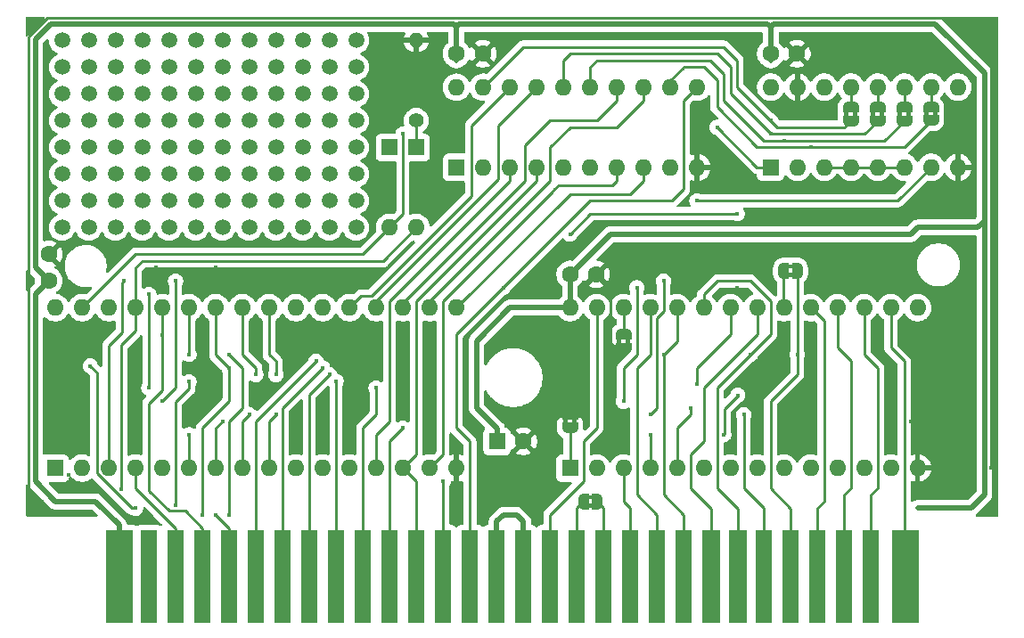
<source format=gbr>
%TF.GenerationSoftware,KiCad,Pcbnew,9.0.0*%
%TF.CreationDate,2025-05-09T14:52:42+01:00*%
%TF.ProjectId,v0b,7630622e-6b69-4636-9164-5f7063625858,rev?*%
%TF.SameCoordinates,Original*%
%TF.FileFunction,Copper,L2,Bot*%
%TF.FilePolarity,Positive*%
%FSLAX46Y46*%
G04 Gerber Fmt 4.6, Leading zero omitted, Abs format (unit mm)*
G04 Created by KiCad (PCBNEW 9.0.0) date 2025-05-09 14:52:42*
%MOMM*%
%LPD*%
G01*
G04 APERTURE LIST*
G04 Aperture macros list*
%AMFreePoly0*
4,1,23,0.500000,-0.750000,0.000000,-0.750000,0.000000,-0.745722,-0.065263,-0.745722,-0.191342,-0.711940,-0.304381,-0.646677,-0.396677,-0.554381,-0.461940,-0.441342,-0.495722,-0.315263,-0.495722,-0.250000,-0.500000,-0.250000,-0.500000,0.250000,-0.495722,0.250000,-0.495722,0.315263,-0.461940,0.441342,-0.396677,0.554381,-0.304381,0.646677,-0.191342,0.711940,-0.065263,0.745722,0.000000,0.745722,
0.000000,0.750000,0.500000,0.750000,0.500000,-0.750000,0.500000,-0.750000,$1*%
%AMFreePoly1*
4,1,23,0.000000,0.745722,0.065263,0.745722,0.191342,0.711940,0.304381,0.646677,0.396677,0.554381,0.461940,0.441342,0.495722,0.315263,0.495722,0.250000,0.500000,0.250000,0.500000,-0.250000,0.495722,-0.250000,0.495722,-0.315263,0.461940,-0.441342,0.396677,-0.554381,0.304381,-0.646677,0.191342,-0.711940,0.065263,-0.745722,0.000000,-0.745722,0.000000,-0.750000,-0.500000,-0.750000,
-0.500000,0.750000,0.000000,0.750000,0.000000,0.745722,0.000000,0.745722,$1*%
G04 Aperture macros list end*
%TA.AperFunction,EtchedComponent*%
%ADD10C,0.000000*%
%TD*%
%TA.AperFunction,SMDPad,CuDef*%
%ADD11R,2.611000X8.800000*%
%TD*%
%TA.AperFunction,SMDPad,CuDef*%
%ADD12R,1.600000X8.800000*%
%TD*%
%TA.AperFunction,SMDPad,CuDef*%
%ADD13R,1.640000X8.800000*%
%TD*%
%TA.AperFunction,SMDPad,CuDef*%
%ADD14R,1.720000X8.800000*%
%TD*%
%TA.AperFunction,SMDPad,CuDef*%
%ADD15R,1.760000X8.800000*%
%TD*%
%TA.AperFunction,SMDPad,CuDef*%
%ADD16R,1.620000X8.800000*%
%TD*%
%TA.AperFunction,SMDPad,CuDef*%
%ADD17R,2.600000X8.800000*%
%TD*%
%TA.AperFunction,ComponentPad*%
%ADD18C,1.500000*%
%TD*%
%TA.AperFunction,ComponentPad*%
%ADD19R,1.600000X1.600000*%
%TD*%
%TA.AperFunction,ComponentPad*%
%ADD20O,1.600000X1.600000*%
%TD*%
%TA.AperFunction,ComponentPad*%
%ADD21C,1.600000*%
%TD*%
%TA.AperFunction,ComponentPad*%
%ADD22C,1.400000*%
%TD*%
%TA.AperFunction,ComponentPad*%
%ADD23O,1.400000X1.400000*%
%TD*%
%TA.AperFunction,SMDPad,CuDef*%
%ADD24FreePoly0,90.000000*%
%TD*%
%TA.AperFunction,SMDPad,CuDef*%
%ADD25FreePoly1,90.000000*%
%TD*%
%TA.AperFunction,SMDPad,CuDef*%
%ADD26FreePoly0,0.000000*%
%TD*%
%TA.AperFunction,SMDPad,CuDef*%
%ADD27FreePoly1,0.000000*%
%TD*%
%TA.AperFunction,SMDPad,CuDef*%
%ADD28FreePoly0,270.000000*%
%TD*%
%TA.AperFunction,SMDPad,CuDef*%
%ADD29FreePoly1,270.000000*%
%TD*%
%TA.AperFunction,ViaPad*%
%ADD30C,0.450000*%
%TD*%
%TA.AperFunction,Conductor*%
%ADD31C,0.250000*%
%TD*%
%TA.AperFunction,Conductor*%
%ADD32C,0.500000*%
%TD*%
G04 APERTURE END LIST*
D10*
%TA.AperFunction,EtchedComponent*%
%TO.C,JP3*%
G36*
X110290000Y-42810000D02*
G01*
X109890000Y-42810000D01*
X109890000Y-42310000D01*
X110290000Y-42310000D01*
X110290000Y-42810000D01*
G37*
%TD.AperFunction*%
%TA.AperFunction,EtchedComponent*%
G36*
X111090000Y-42810000D02*
G01*
X110690000Y-42810000D01*
X110690000Y-42310000D01*
X111090000Y-42310000D01*
X111090000Y-42810000D01*
G37*
%TD.AperFunction*%
%TA.AperFunction,EtchedComponent*%
%TO.C,JP1*%
G36*
X115370000Y-42780000D02*
G01*
X114970000Y-42780000D01*
X114970000Y-42280000D01*
X115370000Y-42280000D01*
X115370000Y-42780000D01*
G37*
%TD.AperFunction*%
%TA.AperFunction,EtchedComponent*%
G36*
X116170000Y-42780000D02*
G01*
X115770000Y-42780000D01*
X115770000Y-42280000D01*
X116170000Y-42280000D01*
X116170000Y-42780000D01*
G37*
%TD.AperFunction*%
%TA.AperFunction,EtchedComponent*%
%TO.C,JP8*%
G36*
X83450000Y-79175000D02*
G01*
X82950000Y-79175000D01*
X82950000Y-78775000D01*
X83450000Y-78775000D01*
X83450000Y-79175000D01*
G37*
%TD.AperFunction*%
%TA.AperFunction,EtchedComponent*%
G36*
X83450000Y-79975000D02*
G01*
X82950000Y-79975000D01*
X82950000Y-79575000D01*
X83450000Y-79575000D01*
X83450000Y-79975000D01*
G37*
%TD.AperFunction*%
%TA.AperFunction,EtchedComponent*%
%TO.C,JP6*%
G36*
X81080000Y-71990000D02*
G01*
X80680000Y-71990000D01*
X80680000Y-71490000D01*
X81080000Y-71490000D01*
X81080000Y-71990000D01*
G37*
%TD.AperFunction*%
%TA.AperFunction,EtchedComponent*%
G36*
X81880000Y-71990000D02*
G01*
X81480000Y-71990000D01*
X81480000Y-71490000D01*
X81880000Y-71490000D01*
X81880000Y-71990000D01*
G37*
%TD.AperFunction*%
%TA.AperFunction,EtchedComponent*%
%TO.C,JP2*%
G36*
X112830000Y-42795000D02*
G01*
X112430000Y-42795000D01*
X112430000Y-42295000D01*
X112830000Y-42295000D01*
X112830000Y-42795000D01*
G37*
%TD.AperFunction*%
%TA.AperFunction,EtchedComponent*%
G36*
X113630000Y-42795000D02*
G01*
X113230000Y-42795000D01*
X113230000Y-42295000D01*
X113630000Y-42295000D01*
X113630000Y-42795000D01*
G37*
%TD.AperFunction*%
%TA.AperFunction,EtchedComponent*%
%TO.C,JP4*%
G36*
X107750000Y-42810000D02*
G01*
X107350000Y-42810000D01*
X107350000Y-42310000D01*
X107750000Y-42310000D01*
X107750000Y-42810000D01*
G37*
%TD.AperFunction*%
%TA.AperFunction,EtchedComponent*%
G36*
X108550000Y-42810000D02*
G01*
X108150000Y-42810000D01*
X108150000Y-42310000D01*
X108550000Y-42310000D01*
X108550000Y-42810000D01*
G37*
%TD.AperFunction*%
%TA.AperFunction,EtchedComponent*%
%TO.C,JP7*%
G36*
X102485000Y-57244400D02*
G01*
X101985000Y-57244400D01*
X101985000Y-56844400D01*
X102485000Y-56844400D01*
X102485000Y-57244400D01*
G37*
%TD.AperFunction*%
%TA.AperFunction,EtchedComponent*%
G36*
X102485000Y-58044400D02*
G01*
X101985000Y-58044400D01*
X101985000Y-57644400D01*
X102485000Y-57644400D01*
X102485000Y-58044400D01*
G37*
%TD.AperFunction*%
%TA.AperFunction,EtchedComponent*%
%TO.C,JP5*%
G36*
X86160000Y-64400000D02*
G01*
X85760000Y-64400000D01*
X85760000Y-63900000D01*
X86160000Y-63900000D01*
X86160000Y-64400000D01*
G37*
%TD.AperFunction*%
%TA.AperFunction,EtchedComponent*%
G36*
X86960000Y-64400000D02*
G01*
X86560000Y-64400000D01*
X86560000Y-63900000D01*
X86960000Y-63900000D01*
X86960000Y-64400000D01*
G37*
%TD.AperFunction*%
%TD*%
D11*
%TO.P,H1,60,pD4*%
%TO.N,/pD4*%
X113120500Y-86500000D03*
D12*
%TO.P,H1,59,pD5*%
%TO.N,/pD5*%
X109855000Y-86500000D03*
%TO.P,H1,58,pD6*%
%TO.N,/pD6*%
X107315000Y-86500000D03*
%TO.P,H1,57,pD7*%
%TO.N,/pD7*%
X104775000Y-86500000D03*
D13*
%TO.P,H1,56,pD13*%
%TO.N,/pA13*%
X102255000Y-86500000D03*
D12*
%TO.P,H1,55,pA12*%
%TO.N,/pA12*%
X99695000Y-86500000D03*
D14*
%TO.P,H1,54,pA11*%
%TO.N,/pA11*%
X97215000Y-86500000D03*
D15*
%TO.P,H1,53,pA10*%
%TO.N,/pA10*%
X94695000Y-86500000D03*
D12*
%TO.P,H1,52,pA9*%
%TO.N,/pA9*%
X92075000Y-86500000D03*
%TO.P,H1,51,pA8*%
%TO.N,/pA8*%
X89535000Y-86500000D03*
%TO.P,H1,50,pA7*%
%TO.N,/pA7*%
X86995000Y-86500000D03*
%TO.P,H1,49,p~{A13}*%
%TO.N,Net-(H1-p~{A13})*%
X84455000Y-86500000D03*
%TO.P,H1,48,vram~{CE}*%
%TO.N,Net-(H1-vram~{CE})*%
X81915000Y-86500000D03*
%TO.P,H1,47,p~{WR}*%
%TO.N,/~{pWR}*%
X79375000Y-86500000D03*
%TO.P,H1,46,rfAUDIO*%
%TO.N,Net-(H1-cAUDIO)*%
X76835000Y-86500000D03*
%TO.P,H1,45,cAUDIO*%
X74295000Y-86500000D03*
D16*
%TO.P,H1,44,~{ROMSEL}*%
%TO.N,/~{ROMSEL}*%
X71765000Y-86500000D03*
D12*
%TO.P,H1,43,cD0*%
%TO.N,/cD0*%
X69215000Y-86500000D03*
%TO.P,H1,42,cD1*%
%TO.N,/cD1*%
X66675000Y-86500000D03*
%TO.P,H1,41,cD2*%
%TO.N,/cD2*%
X64135000Y-86500000D03*
%TO.P,H1,40,cD3*%
%TO.N,/cD3*%
X61595000Y-86500000D03*
%TO.P,H1,39,cD4*%
%TO.N,/cD4*%
X59055000Y-86500000D03*
%TO.P,H1,38,cD5*%
%TO.N,/cD5*%
X56515000Y-86500000D03*
%TO.P,H1,37,cD6*%
%TO.N,/cD6*%
X53975000Y-86500000D03*
%TO.P,H1,36,cD7*%
%TO.N,/cD7*%
X51435000Y-86500000D03*
%TO.P,H1,35,cA14*%
%TO.N,/cA14*%
X48895000Y-86500000D03*
D16*
%TO.P,H1,34,cA13*%
%TO.N,/cA13*%
X46365000Y-86500000D03*
D12*
%TO.P,H1,33,cA12*%
%TO.N,/cA12*%
X43815000Y-86500000D03*
%TO.P,H1,32,M2*%
%TO.N,unconnected-(H1-M2-Pad32)*%
X41275000Y-86500000D03*
D17*
%TO.P,H1,31,VCC*%
%TO.N,VCC*%
X38445000Y-86500000D03*
%TD*%
D18*
%TO.P,TP96,1,1*%
%TO.N,unconnected-(TP96-Pad1)*%
X60960000Y-38100000D03*
%TD*%
%TO.P,TP95,1,1*%
%TO.N,unconnected-(TP95-Pad1)*%
X60960000Y-40640000D03*
%TD*%
%TO.P,TP94,1,1*%
%TO.N,unconnected-(TP94-Pad1)*%
X60960000Y-43180000D03*
%TD*%
%TO.P,TP93,1,1*%
%TO.N,unconnected-(TP93-Pad1)*%
X60960000Y-48260000D03*
%TD*%
%TO.P,TP92,1,1*%
%TO.N,unconnected-(TP92-Pad1)*%
X60960000Y-45720000D03*
%TD*%
%TO.P,TP91,1,1*%
%TO.N,unconnected-(TP91-Pad1)*%
X60960000Y-50800000D03*
%TD*%
%TO.P,TP90,1,1*%
%TO.N,unconnected-(TP90-Pad1)*%
X60960000Y-53340000D03*
%TD*%
%TO.P,TP89,1,1*%
%TO.N,unconnected-(TP89-Pad1)*%
X60960000Y-35560000D03*
%TD*%
%TO.P,TP88,1,1*%
%TO.N,unconnected-(TP88-Pad1)*%
X58420000Y-48260000D03*
%TD*%
%TO.P,TP87,1,1*%
%TO.N,unconnected-(TP87-Pad1)*%
X58420000Y-53340000D03*
%TD*%
%TO.P,TP86,1,1*%
%TO.N,unconnected-(TP86-Pad1)*%
X58420000Y-45720000D03*
%TD*%
%TO.P,TP85,1,1*%
%TO.N,unconnected-(TP85-Pad1)*%
X58420000Y-50800000D03*
%TD*%
%TO.P,TP84,1,1*%
%TO.N,unconnected-(TP84-Pad1)*%
X58420000Y-40640000D03*
%TD*%
%TO.P,TP83,1,1*%
%TO.N,unconnected-(TP83-Pad1)*%
X58420000Y-43180000D03*
%TD*%
%TO.P,TP82,1,1*%
%TO.N,unconnected-(TP82-Pad1)*%
X58420000Y-38100000D03*
%TD*%
%TO.P,TP81,1,1*%
%TO.N,unconnected-(TP81-Pad1)*%
X58420000Y-35560000D03*
%TD*%
%TO.P,TP80,1,1*%
%TO.N,unconnected-(TP80-Pad1)*%
X55880000Y-53340000D03*
%TD*%
%TO.P,TP79,1,1*%
%TO.N,unconnected-(TP79-Pad1)*%
X55880000Y-50800000D03*
%TD*%
%TO.P,TP78,1,1*%
%TO.N,unconnected-(TP78-Pad1)*%
X55880000Y-48260000D03*
%TD*%
%TO.P,TP77,1,1*%
%TO.N,unconnected-(TP77-Pad1)*%
X55880000Y-45720000D03*
%TD*%
%TO.P,TP76,1,1*%
%TO.N,unconnected-(TP76-Pad1)*%
X55880000Y-43180000D03*
%TD*%
%TO.P,TP75,1,1*%
%TO.N,unconnected-(TP75-Pad1)*%
X55880000Y-40640000D03*
%TD*%
%TO.P,TP74,1,1*%
%TO.N,unconnected-(TP74-Pad1)*%
X55880000Y-38100000D03*
%TD*%
%TO.P,TP73,1,1*%
%TO.N,unconnected-(TP73-Pad1)*%
X55880000Y-35560000D03*
%TD*%
%TO.P,TP72,1,1*%
%TO.N,unconnected-(TP72-Pad1)*%
X53340000Y-53340000D03*
%TD*%
%TO.P,TP71,1,1*%
%TO.N,unconnected-(TP71-Pad1)*%
X53340000Y-50800000D03*
%TD*%
%TO.P,TP70,1,1*%
%TO.N,unconnected-(TP70-Pad1)*%
X53340000Y-48260000D03*
%TD*%
%TO.P,TP69,1,1*%
%TO.N,unconnected-(TP69-Pad1)*%
X53340000Y-45720000D03*
%TD*%
%TO.P,TP68,1,1*%
%TO.N,unconnected-(TP68-Pad1)*%
X53340000Y-43180000D03*
%TD*%
%TO.P,TP67,1,1*%
%TO.N,unconnected-(TP67-Pad1)*%
X53340000Y-40640000D03*
%TD*%
%TO.P,TP66,1,1*%
%TO.N,unconnected-(TP66-Pad1)*%
X53340000Y-38100000D03*
%TD*%
%TO.P,TP65,1,1*%
%TO.N,unconnected-(TP65-Pad1)*%
X53340000Y-35560000D03*
%TD*%
%TO.P,TP64,1,1*%
%TO.N,unconnected-(TP64-Pad1)*%
X50800000Y-53340000D03*
%TD*%
%TO.P,TP63,1,1*%
%TO.N,unconnected-(TP63-Pad1)*%
X50800000Y-50800000D03*
%TD*%
%TO.P,TP62,1,1*%
%TO.N,unconnected-(TP62-Pad1)*%
X50800000Y-48260000D03*
%TD*%
%TO.P,TP61,1,1*%
%TO.N,unconnected-(TP61-Pad1)*%
X50800000Y-45720000D03*
%TD*%
%TO.P,TP60,1,1*%
%TO.N,unconnected-(TP60-Pad1)*%
X50800000Y-43180000D03*
%TD*%
%TO.P,TP59,1,1*%
%TO.N,unconnected-(TP59-Pad1)*%
X50800000Y-40640000D03*
%TD*%
%TO.P,TP58,1,1*%
%TO.N,unconnected-(TP58-Pad1)*%
X50800000Y-38100000D03*
%TD*%
%TO.P,TP57,1,1*%
%TO.N,unconnected-(TP57-Pad1)*%
X50800000Y-35560000D03*
%TD*%
%TO.P,TP56,1,1*%
%TO.N,unconnected-(TP56-Pad1)*%
X48260000Y-53340000D03*
%TD*%
%TO.P,TP55,1,1*%
%TO.N,unconnected-(TP55-Pad1)*%
X48260000Y-50800000D03*
%TD*%
%TO.P,TP54,1,1*%
%TO.N,unconnected-(TP54-Pad1)*%
X48260000Y-48260000D03*
%TD*%
%TO.P,TP53,1,1*%
%TO.N,unconnected-(TP53-Pad1)*%
X48260000Y-45720000D03*
%TD*%
%TO.P,TP52,1,1*%
%TO.N,unconnected-(TP52-Pad1)*%
X48260000Y-43180000D03*
%TD*%
%TO.P,TP51,1,1*%
%TO.N,unconnected-(TP51-Pad1)*%
X48260000Y-40640000D03*
%TD*%
%TO.P,TP50,1,1*%
%TO.N,unconnected-(TP50-Pad1)*%
X48260000Y-38100000D03*
%TD*%
%TO.P,TP49,1,1*%
%TO.N,unconnected-(TP49-Pad1)*%
X48260000Y-35560000D03*
%TD*%
%TO.P,TP48,1,1*%
%TO.N,unconnected-(TP48-Pad1)*%
X45720000Y-53340000D03*
%TD*%
%TO.P,TP47,1,1*%
%TO.N,unconnected-(TP47-Pad1)*%
X45720000Y-50800000D03*
%TD*%
%TO.P,TP46,1,1*%
%TO.N,unconnected-(TP46-Pad1)*%
X45720000Y-48260000D03*
%TD*%
%TO.P,TP45,1,1*%
%TO.N,unconnected-(TP45-Pad1)*%
X45720000Y-45720000D03*
%TD*%
%TO.P,TP44,1,1*%
%TO.N,unconnected-(TP44-Pad1)*%
X45720000Y-43180000D03*
%TD*%
%TO.P,TP43,1,1*%
%TO.N,unconnected-(TP43-Pad1)*%
X45720000Y-40640000D03*
%TD*%
%TO.P,TP42,1,1*%
%TO.N,unconnected-(TP42-Pad1)*%
X45720000Y-38100000D03*
%TD*%
%TO.P,TP41,1,1*%
%TO.N,unconnected-(TP41-Pad1)*%
X45720000Y-35560000D03*
%TD*%
%TO.P,TP40,1,1*%
%TO.N,unconnected-(TP40-Pad1)*%
X43180000Y-53340000D03*
%TD*%
%TO.P,TP39,1,1*%
%TO.N,unconnected-(TP39-Pad1)*%
X43180000Y-50800000D03*
%TD*%
%TO.P,TP38,1,1*%
%TO.N,unconnected-(TP38-Pad1)*%
X43180000Y-48260000D03*
%TD*%
%TO.P,TP37,1,1*%
%TO.N,unconnected-(TP37-Pad1)*%
X43180000Y-45720000D03*
%TD*%
%TO.P,TP36,1,1*%
%TO.N,unconnected-(TP36-Pad1)*%
X43180000Y-43180000D03*
%TD*%
%TO.P,TP35,1,1*%
%TO.N,unconnected-(TP35-Pad1)*%
X43180000Y-40640000D03*
%TD*%
%TO.P,TP34,1,1*%
%TO.N,unconnected-(TP34-Pad1)*%
X43180000Y-38100000D03*
%TD*%
%TO.P,TP33,1,1*%
%TO.N,unconnected-(TP33-Pad1)*%
X43180000Y-35560000D03*
%TD*%
%TO.P,TP32,1,1*%
%TO.N,unconnected-(TP32-Pad1)*%
X40640000Y-53340000D03*
%TD*%
%TO.P,TP31,1,1*%
%TO.N,unconnected-(TP31-Pad1)*%
X40640000Y-50800000D03*
%TD*%
%TO.P,TP30,1,1*%
%TO.N,unconnected-(TP30-Pad1)*%
X40640000Y-48260000D03*
%TD*%
%TO.P,TP29,1,1*%
%TO.N,unconnected-(TP29-Pad1)*%
X40640000Y-45720000D03*
%TD*%
%TO.P,TP28,1,1*%
%TO.N,unconnected-(TP28-Pad1)*%
X40640000Y-43180000D03*
%TD*%
%TO.P,TP27,1,1*%
%TO.N,unconnected-(TP27-Pad1)*%
X40640000Y-40640000D03*
%TD*%
%TO.P,TP26,1,1*%
%TO.N,unconnected-(TP26-Pad1)*%
X40640000Y-38100000D03*
%TD*%
%TO.P,TP25,1,1*%
%TO.N,unconnected-(TP25-Pad1)*%
X40640000Y-35560000D03*
%TD*%
%TO.P,TP24,1,1*%
%TO.N,unconnected-(TP24-Pad1)*%
X38100000Y-53340000D03*
%TD*%
%TO.P,TP23,1,1*%
%TO.N,unconnected-(TP23-Pad1)*%
X38100000Y-50800000D03*
%TD*%
%TO.P,TP22,1,1*%
%TO.N,unconnected-(TP22-Pad1)*%
X38100000Y-48260000D03*
%TD*%
%TO.P,TP21,1,1*%
%TO.N,unconnected-(TP21-Pad1)*%
X38100000Y-45720000D03*
%TD*%
%TO.P,TP20,1,1*%
%TO.N,unconnected-(TP20-Pad1)*%
X38100000Y-43180000D03*
%TD*%
%TO.P,TP19,1,1*%
%TO.N,unconnected-(TP19-Pad1)*%
X38100000Y-40640000D03*
%TD*%
%TO.P,TP18,1,1*%
%TO.N,unconnected-(TP18-Pad1)*%
X38100000Y-38100000D03*
%TD*%
%TO.P,TP17,1,1*%
%TO.N,unconnected-(TP17-Pad1)*%
X38100000Y-35560000D03*
%TD*%
%TO.P,TP16,1,1*%
%TO.N,unconnected-(TP16-Pad1)*%
X35560000Y-53340000D03*
%TD*%
%TO.P,TP15,1,1*%
%TO.N,unconnected-(TP15-Pad1)*%
X35560000Y-50800000D03*
%TD*%
%TO.P,TP14,1,1*%
%TO.N,unconnected-(TP14-Pad1)*%
X35560000Y-48260000D03*
%TD*%
%TO.P,TP13,1,1*%
%TO.N,unconnected-(TP13-Pad1)*%
X35560000Y-45720000D03*
%TD*%
%TO.P,TP12,1,1*%
%TO.N,unconnected-(TP12-Pad1)*%
X35560000Y-43180000D03*
%TD*%
%TO.P,TP11,1,1*%
%TO.N,unconnected-(TP11-Pad1)*%
X35560000Y-40640000D03*
%TD*%
%TO.P,TP10,1,1*%
%TO.N,unconnected-(TP10-Pad1)*%
X35560000Y-38100000D03*
%TD*%
%TO.P,TP9,1,1*%
%TO.N,unconnected-(TP9-Pad1)*%
X35560000Y-35560000D03*
%TD*%
%TO.P,TP8,1,1*%
%TO.N,unconnected-(TP8-Pad1)*%
X33020000Y-50800000D03*
%TD*%
%TO.P,TP7,1,1*%
%TO.N,unconnected-(TP7-Pad1)*%
X33020000Y-45720000D03*
%TD*%
%TO.P,TP6,1,1*%
%TO.N,unconnected-(TP6-Pad1)*%
X33020000Y-53340000D03*
%TD*%
%TO.P,TP5,1,1*%
%TO.N,unconnected-(TP5-Pad1)*%
X33020000Y-35560000D03*
%TD*%
%TO.P,TP4,1,1*%
%TO.N,unconnected-(TP4-Pad1)*%
X33020000Y-48260000D03*
%TD*%
%TO.P,TP3,1,1*%
%TO.N,unconnected-(TP3-Pad1)*%
X33020000Y-43180000D03*
%TD*%
%TO.P,TP2,1,1*%
%TO.N,unconnected-(TP2-Pad1)*%
X33020000Y-40640000D03*
%TD*%
%TO.P,TP1,1,1*%
%TO.N,unconnected-(TP1-Pad1)*%
X33020000Y-38100000D03*
%TD*%
D19*
%TO.P,U1,1,~{E}*%
%TO.N,Net-(D1-K)*%
X70500000Y-47625000D03*
D20*
%TO.P,U1,2,Q0*%
%TO.N,/bank0*%
X73040000Y-47625000D03*
%TO.P,U1,3,D0*%
%TO.N,/cD0*%
X75580000Y-47625000D03*
%TO.P,U1,4,D1*%
%TO.N,/cD1*%
X78120000Y-47625000D03*
%TO.P,U1,5,Q1*%
%TO.N,/bank1*%
X80660000Y-47625000D03*
%TO.P,U1,6,Q2*%
%TO.N,/bank2*%
X83200000Y-47625000D03*
%TO.P,U1,7,D2*%
%TO.N,/cD2*%
X85740000Y-47625000D03*
%TO.P,U1,8,D3*%
%TO.N,/cD3*%
X88280000Y-47625000D03*
%TO.P,U1,9,Q3*%
%TO.N,/bank3*%
X90820000Y-47625000D03*
%TO.P,U1,10,GND*%
%TO.N,GND*%
X93360000Y-47625000D03*
%TO.P,U1,11,CP*%
%TO.N,/~{ROMSEL}*%
X93360000Y-40005000D03*
%TO.P,U1,12,Q4*%
%TO.N,/mirrorA*%
X90820000Y-40005000D03*
%TO.P,U1,13,D4*%
%TO.N,/cD4*%
X88280000Y-40005000D03*
%TO.P,U1,14,D5*%
%TO.N,/cD5*%
X85740000Y-40005000D03*
%TO.P,U1,15,Q5*%
%TO.N,/mirrorB*%
X83200000Y-40005000D03*
%TO.P,U1,16,Q6*%
%TO.N,/mirrorC*%
X80660000Y-40005000D03*
%TO.P,U1,17,D6*%
%TO.N,/cD6*%
X78120000Y-40005000D03*
%TO.P,U1,18,D7*%
%TO.N,/cD7*%
X75580000Y-40005000D03*
%TO.P,U1,19,Q7*%
%TO.N,/mirrorD*%
X73040000Y-40005000D03*
%TO.P,U1,20,VCC*%
%TO.N,VCC*%
X70500000Y-40005000D03*
%TD*%
D19*
%TO.P,D1,1,K*%
%TO.N,Net-(D1-K)*%
X66675000Y-45720000D03*
D20*
%TO.P,D1,2,A*%
%TO.N,/cA14*%
X66675000Y-53340000D03*
%TD*%
D21*
%TO.P,C2,1*%
%TO.N,GND*%
X31750000Y-55880000D03*
%TO.P,C2,2*%
%TO.N,VCC*%
X31750000Y-58380000D03*
%TD*%
%TO.P,C1,1*%
%TO.N,GND*%
X73000000Y-36830000D03*
%TO.P,C1,2*%
%TO.N,VCC*%
X70500000Y-36830000D03*
%TD*%
D19*
%TO.P,D2,1,K*%
%TO.N,Net-(D1-K)*%
X64135000Y-45720000D03*
D20*
%TO.P,D2,2,A*%
%TO.N,/R~{W}*%
X64135000Y-53340000D03*
%TD*%
D21*
%TO.P,C4,1*%
%TO.N,GND*%
X102845000Y-36830000D03*
%TO.P,C4,2*%
%TO.N,VCC*%
X100345000Y-36830000D03*
%TD*%
%TO.P,C3,1*%
%TO.N,GND*%
X83780000Y-57785000D03*
%TO.P,C3,2*%
%TO.N,VCC*%
X81280000Y-57785000D03*
%TD*%
D19*
%TO.P,C5,1*%
%TO.N,VCC*%
X74359888Y-73660000D03*
D21*
%TO.P,C5,2*%
%TO.N,GND*%
X76859888Y-73660000D03*
%TD*%
D22*
%TO.P,R1,1*%
%TO.N,Net-(D1-K)*%
X66675000Y-43180000D03*
D23*
%TO.P,R1,2*%
%TO.N,GND*%
X66675000Y-35560000D03*
%TD*%
D19*
%TO.P,U2,1,Ea*%
%TO.N,/R~{W}*%
X100345000Y-47615000D03*
D20*
%TO.P,U2,2,S1*%
%TO.N,/pA11*%
X102885000Y-47615000D03*
%TO.P,U2,3,I3a*%
%TO.N,VCC*%
X105425000Y-47615000D03*
%TO.P,U2,4,I2a*%
X107965000Y-47615000D03*
%TO.P,U2,5,I1a*%
X110505000Y-47615000D03*
%TO.P,U2,6,I0a*%
X113045000Y-47615000D03*
%TO.P,U2,7,Za*%
%TO.N,/~{prgOE}*%
X115585000Y-47615000D03*
%TO.P,U2,8,GND*%
%TO.N,GND*%
X118125000Y-47615000D03*
%TO.P,U2,9,Zb*%
%TO.N,/ciA10*%
X118125000Y-39995000D03*
%TO.P,U2,10,I0b*%
%TO.N,Net-(JP1-B)*%
X115585000Y-39995000D03*
%TO.P,U2,11,I1b*%
%TO.N,Net-(JP2-B)*%
X113045000Y-39995000D03*
%TO.P,U2,12,I2b*%
%TO.N,Net-(JP3-B)*%
X110505000Y-39995000D03*
%TO.P,U2,13,I3b*%
%TO.N,Net-(JP4-B)*%
X107965000Y-39995000D03*
%TO.P,U2,14,S0*%
%TO.N,/pA10*%
X105425000Y-39995000D03*
%TO.P,U2,15,Eb*%
%TO.N,GND*%
X102885000Y-39995000D03*
%TO.P,U2,16,VCC*%
%TO.N,VCC*%
X100345000Y-39995000D03*
%TD*%
D19*
%TO.P,U4,1,A14*%
%TO.N,Net-(JP6-B)*%
X81280000Y-76200000D03*
D20*
%TO.P,U4,2,A12*%
%TO.N,/pA12*%
X83820000Y-76200000D03*
%TO.P,U4,3,A7*%
%TO.N,/pA7*%
X86360000Y-76200000D03*
%TO.P,U4,4,A6*%
%TO.N,/pA6*%
X88900000Y-76200000D03*
%TO.P,U4,5,A5*%
%TO.N,/pA5*%
X91440000Y-76200000D03*
%TO.P,U4,6,A4*%
%TO.N,/pA4*%
X93980000Y-76200000D03*
%TO.P,U4,7,A3*%
%TO.N,/pA3*%
X96520000Y-76200000D03*
%TO.P,U4,8,A2*%
%TO.N,/pA2*%
X99060000Y-76200000D03*
%TO.P,U4,9,A1*%
%TO.N,/pA1*%
X101600000Y-76200000D03*
%TO.P,U4,10,A0*%
%TO.N,/pA0*%
X104140000Y-76200000D03*
%TO.P,U4,11,Q0*%
%TO.N,/pD0*%
X106680000Y-76200000D03*
%TO.P,U4,12,Q1*%
%TO.N,/pD1*%
X109220000Y-76200000D03*
%TO.P,U4,13,Q2*%
%TO.N,/pD2*%
X111760000Y-76200000D03*
%TO.P,U4,14,GND*%
%TO.N,GND*%
X114300000Y-76200000D03*
%TO.P,U4,15,Q3*%
%TO.N,/pD3*%
X114300000Y-60960000D03*
%TO.P,U4,16,Q4*%
%TO.N,/pD4*%
X111760000Y-60960000D03*
%TO.P,U4,17,Q5*%
%TO.N,/pD5*%
X109220000Y-60960000D03*
%TO.P,U4,18,Q6*%
%TO.N,/pD6*%
X106680000Y-60960000D03*
%TO.P,U4,19,Q7*%
%TO.N,/pD7*%
X104140000Y-60960000D03*
%TO.P,U4,20,~{CS}*%
%TO.N,Net-(JP7-A)*%
X101600000Y-60960000D03*
%TO.P,U4,21,A10*%
%TO.N,/pA10*%
X99060000Y-60960000D03*
%TO.P,U4,22,~{OE}*%
%TO.N,/~{pRD}*%
X96520000Y-60960000D03*
%TO.P,U4,23,A11*%
%TO.N,/pA11*%
X93980000Y-60960000D03*
%TO.P,U4,24,A9*%
%TO.N,/pA9*%
X91440000Y-60960000D03*
%TO.P,U4,25,A8*%
%TO.N,/pA8*%
X88900000Y-60960000D03*
%TO.P,U4,26,A13*%
%TO.N,Net-(JP5-B)*%
X86360000Y-60960000D03*
%TO.P,U4,27,~{WE}*%
%TO.N,/~{pWR}*%
X83820000Y-60960000D03*
%TO.P,U4,28,VCC*%
%TO.N,VCC*%
X81280000Y-60960000D03*
%TD*%
D19*
%TO.P,U5,1,A18*%
%TO.N,/bank3*%
X32385000Y-76200000D03*
D20*
%TO.P,U5,2,A16*%
%TO.N,/bank1*%
X34925000Y-76200000D03*
%TO.P,U5,3,A15*%
%TO.N,/bank0*%
X37465000Y-76200000D03*
%TO.P,U5,4,A12*%
%TO.N,/cA12*%
X40005000Y-76200000D03*
%TO.P,U5,5,A7*%
%TO.N,/cA7*%
X42545000Y-76200000D03*
%TO.P,U5,6,A6*%
%TO.N,/cA6*%
X45085000Y-76200000D03*
%TO.P,U5,7,A5*%
%TO.N,/cA5*%
X47625000Y-76200000D03*
%TO.P,U5,8,A4*%
%TO.N,/cA4*%
X50165000Y-76200000D03*
%TO.P,U5,9,A3*%
%TO.N,/cA3*%
X52705000Y-76200000D03*
%TO.P,U5,10,A2*%
%TO.N,/cA2*%
X55245000Y-76200000D03*
%TO.P,U5,11,A1*%
%TO.N,/cA1*%
X57785000Y-76200000D03*
%TO.P,U5,12,A0*%
%TO.N,/cA0*%
X60325000Y-76200000D03*
%TO.P,U5,13,D0*%
%TO.N,/cD0*%
X62865000Y-76200000D03*
%TO.P,U5,14,D1*%
%TO.N,/cD1*%
X65405000Y-76200000D03*
%TO.P,U5,15,D2*%
%TO.N,/cD2*%
X67945000Y-76200000D03*
%TO.P,U5,16,GND*%
%TO.N,GND*%
X70485000Y-76200000D03*
%TO.P,U5,17,D3*%
%TO.N,/cD3*%
X70485000Y-60960000D03*
%TO.P,U5,18,D4*%
%TO.N,/cD4*%
X67945000Y-60960000D03*
%TO.P,U5,19,D5*%
%TO.N,/cD5*%
X65405000Y-60960000D03*
%TO.P,U5,20,D6*%
%TO.N,/cD6*%
X62865000Y-60960000D03*
%TO.P,U5,21,D7*%
%TO.N,/cD7*%
X60325000Y-60960000D03*
%TO.P,U5,22,CE*%
%TO.N,/~{ROMSEL}*%
X57785000Y-60960000D03*
%TO.P,U5,23,A10*%
%TO.N,/cA10*%
X55245000Y-60960000D03*
%TO.P,U5,24,OE*%
%TO.N,/~{prgOE}*%
X52705000Y-60960000D03*
%TO.P,U5,25,A11*%
%TO.N,/cA11*%
X50165000Y-60960000D03*
%TO.P,U5,26,A9*%
%TO.N,/cA9*%
X47625000Y-60960000D03*
%TO.P,U5,27,A8*%
%TO.N,/cA8*%
X45085000Y-60960000D03*
%TO.P,U5,28,A13*%
%TO.N,/cA13*%
X42545000Y-60960000D03*
%TO.P,U5,29,A14*%
%TO.N,/cA14*%
X40005000Y-60960000D03*
%TO.P,U5,30,A17*%
%TO.N,/bank2*%
X37465000Y-60960000D03*
%TO.P,U5,31,PGM*%
%TO.N,/R~{W}*%
X34925000Y-60960000D03*
%TO.P,U5,32,VCC*%
%TO.N,VCC*%
X32385000Y-60960000D03*
%TD*%
D24*
%TO.P,JP3,1,A*%
%TO.N,/mirrorC*%
X110490000Y-43210000D03*
D25*
%TO.P,JP3,2,B*%
%TO.N,Net-(JP3-B)*%
X110490000Y-41910000D03*
%TD*%
D24*
%TO.P,JP1,1,A*%
%TO.N,/mirrorA*%
X115570000Y-43180000D03*
D25*
%TO.P,JP1,2,B*%
%TO.N,Net-(JP1-B)*%
X115570000Y-41880000D03*
%TD*%
D26*
%TO.P,JP8,1,A*%
%TO.N,Net-(H1-vram~{CE})*%
X82550000Y-79375000D03*
D27*
%TO.P,JP8,2,B*%
%TO.N,Net-(H1-p~{A13})*%
X83850000Y-79375000D03*
%TD*%
D28*
%TO.P,JP6,1,A*%
%TO.N,GND*%
X81280000Y-71090000D03*
D29*
%TO.P,JP6,2,B*%
%TO.N,Net-(JP6-B)*%
X81280000Y-72390000D03*
%TD*%
D24*
%TO.P,JP2,1,A*%
%TO.N,/mirrorB*%
X113030000Y-43195000D03*
D25*
%TO.P,JP2,2,B*%
%TO.N,Net-(JP2-B)*%
X113030000Y-41895000D03*
%TD*%
D24*
%TO.P,JP4,1,A*%
%TO.N,/mirrorD*%
X107950000Y-43210000D03*
D25*
%TO.P,JP4,2,B*%
%TO.N,Net-(JP4-B)*%
X107950000Y-41910000D03*
%TD*%
D26*
%TO.P,JP7,1,A*%
%TO.N,Net-(JP7-A)*%
X101585000Y-57444400D03*
D27*
%TO.P,JP7,2,B*%
%TO.N,/pA13*%
X102885000Y-57444400D03*
%TD*%
D24*
%TO.P,JP5,1,A*%
%TO.N,GND*%
X86360000Y-64800000D03*
D25*
%TO.P,JP5,2,B*%
%TO.N,Net-(JP5-B)*%
X86360000Y-63500000D03*
%TD*%
D30*
%TO.N,/R~{W}*%
X81280000Y-53975000D03*
X65405000Y-44450000D03*
X95250000Y-43815000D03*
X97155000Y-52030000D03*
%TO.N,GND*%
X45720000Y-69215000D03*
X51435000Y-69215000D03*
X31115000Y-79375000D03*
X107950000Y-57150000D03*
X97155000Y-57150000D03*
X121325000Y-76200000D03*
X115570000Y-71755000D03*
X99060000Y-71755000D03*
X41910000Y-57150000D03*
X115570000Y-45720000D03*
X40005000Y-69215000D03*
X65405000Y-69215000D03*
X97155000Y-59055000D03*
X47625000Y-57150000D03*
X118110000Y-76200000D03*
X55245000Y-66675000D03*
X33020000Y-68580000D03*
X102870000Y-71755000D03*
X55245000Y-71120000D03*
X100965000Y-66040000D03*
X97155000Y-67842119D03*
X111760000Y-71755000D03*
X57785000Y-71120000D03*
X113665000Y-71755000D03*
X67945000Y-69215000D03*
X29845000Y-58420000D03*
X114935000Y-49530000D03*
X33655000Y-76835000D03*
X99060000Y-68580000D03*
%TO.N,/cA11*%
X51435000Y-67310000D03*
X40005000Y-80010000D03*
X35699798Y-66495202D03*
%TO.N,VCC*%
X100330000Y-53975000D03*
X114300000Y-80010000D03*
%TO.N,/~{pRD}*%
X93345000Y-68237322D03*
%TO.N,/cD7*%
X57150000Y-66040000D03*
%TO.N,/cD6*%
X57785000Y-66675000D03*
%TO.N,/cD5*%
X58420000Y-67310000D03*
%TO.N,/cD4*%
X59055000Y-67945000D03*
%TO.N,/cD3*%
X62865000Y-68580000D03*
%TO.N,/cD2*%
X65405000Y-72390000D03*
%TO.N,/cD0*%
X69215000Y-77470000D03*
%TO.N,/~{ROMSEL}*%
X74930000Y-59055000D03*
%TO.N,/pA11*%
X98425000Y-65405000D03*
%TO.N,/pA13*%
X102870000Y-65405000D03*
%TO.N,/pA12*%
X97790000Y-71120000D03*
%TO.N,/pA6*%
X88900000Y-73025000D03*
%TO.N,/pA5*%
X95885000Y-73025000D03*
X97226409Y-69286409D03*
X92710000Y-70485000D03*
%TO.N,/pA9*%
X90170000Y-65405000D03*
%TO.N,/cA14*%
X38645206Y-78194793D03*
X47625000Y-80645000D03*
%TO.N,/cA10*%
X45085000Y-67985000D03*
X43815000Y-79714000D03*
%TO.N,/cA9*%
X46355000Y-80645000D03*
X48895000Y-66675000D03*
%TO.N,/cA8*%
X45085000Y-65405000D03*
X48895000Y-65405000D03*
X48895000Y-80645000D03*
%TO.N,/cA6*%
X45085000Y-73025000D03*
%TO.N,/cA5*%
X48260000Y-71755000D03*
%TO.N,/cA4*%
X50800000Y-71120000D03*
%TO.N,/cA3*%
X53340000Y-71120000D03*
%TO.N,/cA13*%
X42545000Y-63567500D03*
%TO.N,/mirrorA*%
X104140000Y-45720000D03*
%TO.N,/mirrorB*%
X101600000Y-45085000D03*
%TO.N,/mirrorC*%
X100330000Y-44450000D03*
X88900000Y-71120000D03*
X90170000Y-58420000D03*
%TO.N,/mirrorD*%
X86360000Y-69850000D03*
X100330000Y-43180000D03*
X87630000Y-59055000D03*
%TO.N,/bank3*%
X41275000Y-59690000D03*
X41275000Y-68580000D03*
%TO.N,/bank1*%
X42545000Y-69850000D03*
X43815000Y-58420000D03*
%TO.N,/bank0*%
X38880489Y-58420000D03*
%TO.N,/~{prgOE}*%
X93345000Y-50800000D03*
X53340000Y-67310000D03*
%TD*%
D31*
%TO.N,/R~{W}*%
X99050000Y-47615000D02*
X95250000Y-43815000D01*
X64135000Y-53340000D02*
X61595000Y-55880000D01*
X65405000Y-52070000D02*
X64135000Y-53340000D01*
X100345000Y-47615000D02*
X99050000Y-47615000D01*
X83225000Y-52030000D02*
X81280000Y-53975000D01*
X97155000Y-52030000D02*
X83225000Y-52030000D01*
X61595000Y-55880000D02*
X59687190Y-55880000D01*
X59687190Y-55880000D02*
X40005000Y-55880000D01*
X40005000Y-55880000D02*
X34925000Y-60960000D01*
X65405000Y-44450000D02*
X65405000Y-52070000D01*
%TO.N,/~{pWR}*%
X82550000Y-77470000D02*
X79375000Y-80645000D01*
X82550000Y-73660000D02*
X82550000Y-77470000D01*
X79375000Y-80645000D02*
X79375000Y-86500000D01*
X83820000Y-60960000D02*
X83820000Y-72390000D01*
X83820000Y-72390000D02*
X82550000Y-73660000D01*
%TO.N,GND*%
X79429888Y-71090000D02*
X76859888Y-73660000D01*
X121285000Y-76160000D02*
X121325000Y-76200000D01*
X121285000Y-36830000D02*
X121285000Y-76160000D01*
X31598000Y-33426000D02*
X117881000Y-33426000D01*
X83780000Y-57785000D02*
X85090000Y-59095000D01*
X81280000Y-71090000D02*
X79429888Y-71090000D01*
X85605000Y-64800000D02*
X86360000Y-64800000D01*
X29845000Y-58420000D02*
X29845000Y-78105000D01*
X29845000Y-78105000D02*
X31115000Y-79375000D01*
X29845000Y-35179000D02*
X31598000Y-33426000D01*
X115570000Y-71755000D02*
X113665000Y-71755000D01*
X117881000Y-33426000D02*
X121285000Y-36830000D01*
X29845000Y-58420000D02*
X29845000Y-35179000D01*
X85090000Y-64285000D02*
X85605000Y-64800000D01*
X85090000Y-59095000D02*
X85090000Y-64285000D01*
%TO.N,/cA11*%
X39682595Y-80010000D02*
X40005000Y-80010000D01*
X35699798Y-66495202D02*
X36339000Y-67134404D01*
X36339000Y-76666405D02*
X39682595Y-80010000D01*
X50165000Y-65405000D02*
X50165000Y-60960000D01*
X51435000Y-66675000D02*
X50165000Y-65405000D01*
X36339000Y-67134404D02*
X36339000Y-76666405D01*
X51435000Y-67310000D02*
X51435000Y-66675000D01*
D32*
%TO.N,VCC*%
X72390000Y-64135000D02*
X75565000Y-60960000D01*
X100330000Y-34925000D02*
X100345000Y-34940000D01*
X30480000Y-35459294D02*
X30480000Y-57110000D01*
X36220000Y-79375000D02*
X38445000Y-81600000D01*
X30480000Y-57110000D02*
X31750000Y-58380000D01*
X32385000Y-79375000D02*
X36220000Y-79375000D01*
X70485000Y-34290000D02*
X70500000Y-34305000D01*
X100330000Y-34290000D02*
X100330000Y-34925000D01*
X100618000Y-34002000D02*
X100330000Y-34290000D01*
X70485000Y-34290000D02*
X70197000Y-34002000D01*
X31937294Y-34002000D02*
X30480000Y-35459294D01*
X30480000Y-59650000D02*
X30480000Y-77470000D01*
X114300000Y-53340000D02*
X120015000Y-53340000D01*
X114300000Y-80010000D02*
X119380000Y-80010000D01*
X81280000Y-60960000D02*
X81280000Y-57785000D01*
X74359888Y-73660000D02*
X74359888Y-72454888D01*
X120015000Y-53340000D02*
X120650000Y-52705000D01*
X70500000Y-34305000D02*
X70500000Y-37465000D01*
D31*
X105425000Y-47615000D02*
X113045000Y-47615000D01*
D32*
X120650000Y-78740000D02*
X120650000Y-52705000D01*
X100330000Y-34290000D02*
X100042000Y-34002000D01*
X119380000Y-80010000D02*
X120650000Y-78740000D01*
X120650000Y-52705000D02*
X120650000Y-38676706D01*
X31750000Y-58380000D02*
X30480000Y-59650000D01*
X115975294Y-34002000D02*
X100618000Y-34002000D01*
X85090000Y-53975000D02*
X81280000Y-57785000D01*
X74359888Y-72454888D02*
X72390000Y-70485000D01*
X120650000Y-38676706D02*
X115975294Y-34002000D01*
X113665000Y-53975000D02*
X114300000Y-53340000D01*
X100042000Y-34002000D02*
X70773000Y-34002000D01*
X100345000Y-34940000D02*
X100345000Y-37465000D01*
X30480000Y-77470000D02*
X32385000Y-79375000D01*
X75565000Y-60960000D02*
X81280000Y-60960000D01*
X100330000Y-53975000D02*
X85090000Y-53975000D01*
X70773000Y-34002000D02*
X70485000Y-34290000D01*
X38445000Y-81600000D02*
X38445000Y-86500000D01*
X72390000Y-70485000D02*
X72390000Y-64135000D01*
X70197000Y-34002000D02*
X31937294Y-34002000D01*
X100330000Y-53975000D02*
X113665000Y-53975000D01*
D31*
%TO.N,/~{pRD}*%
X93345000Y-68237322D02*
X93345000Y-66675000D01*
X93345000Y-66675000D02*
X96520000Y-63500000D01*
X96520000Y-63500000D02*
X96520000Y-60960000D01*
%TO.N,Net-(D1-K)*%
X66675000Y-43180000D02*
X66675000Y-45720000D01*
%TO.N,/cD7*%
X51435000Y-71755000D02*
X51435000Y-86500000D01*
X75580000Y-40005000D02*
X71914000Y-43671000D01*
X61451000Y-59834000D02*
X60325000Y-60960000D01*
X71914000Y-50334496D02*
X62414496Y-59834000D01*
X57150000Y-66040000D02*
X51435000Y-71755000D01*
X71914000Y-43671000D02*
X71914000Y-50334496D01*
X62414496Y-59834000D02*
X61451000Y-59834000D01*
%TO.N,/cD6*%
X78120000Y-40005000D02*
X74454000Y-43671000D01*
X74454000Y-48736000D02*
X62865000Y-60325000D01*
X57785000Y-66675000D02*
X53975000Y-70485000D01*
X53975000Y-70485000D02*
X53975000Y-86500000D01*
X74454000Y-43671000D02*
X74454000Y-48736000D01*
X62865000Y-60325000D02*
X62865000Y-60960000D01*
%TO.N,/cD5*%
X79375000Y-43180000D02*
X76994000Y-45561000D01*
X85740000Y-40005000D02*
X85740000Y-41260000D01*
X85740000Y-41260000D02*
X83820000Y-43180000D01*
X65405000Y-60484000D02*
X65405000Y-60960000D01*
X58420000Y-67310000D02*
X56515000Y-69215000D01*
X76994000Y-45561000D02*
X76994000Y-48895000D01*
X76994000Y-48895000D02*
X65405000Y-60484000D01*
X83820000Y-43180000D02*
X79375000Y-43180000D01*
X56515000Y-69215000D02*
X56515000Y-86500000D01*
%TO.N,/cD4*%
X81280000Y-43815000D02*
X85740000Y-43815000D01*
X79375000Y-48895000D02*
X79375000Y-45720000D01*
X67945000Y-60960000D02*
X67945000Y-60325000D01*
X79375000Y-45720000D02*
X81280000Y-43815000D01*
X88280000Y-41275000D02*
X88280000Y-40005000D01*
X85740000Y-43815000D02*
X88280000Y-41275000D01*
X59055000Y-86500000D02*
X59055000Y-67945000D01*
X67945000Y-60325000D02*
X79375000Y-48895000D01*
%TO.N,/cD3*%
X62865000Y-71120000D02*
X62865000Y-68580000D01*
X61595000Y-86500000D02*
X61595000Y-72390000D01*
X86995000Y-50165000D02*
X81280000Y-50165000D01*
X81280000Y-50165000D02*
X70485000Y-60960000D01*
X88280000Y-48880000D02*
X86995000Y-50165000D01*
X88280000Y-47625000D02*
X88280000Y-48880000D01*
X61595000Y-72390000D02*
X62865000Y-71120000D01*
%TO.N,/cD2*%
X67945000Y-76200000D02*
X69215000Y-74930000D01*
X79826000Y-49714000D02*
X80207000Y-49333000D01*
X69215000Y-60325000D02*
X70034000Y-59506000D01*
X64135000Y-86500000D02*
X64135000Y-73660000D01*
X70034000Y-59503190D02*
X70298190Y-59239000D01*
X80207000Y-49333000D02*
X85287000Y-49333000D01*
X79559000Y-49978190D02*
X79823190Y-49714000D01*
X70034000Y-59506000D02*
X70034000Y-59503190D01*
X79823190Y-49714000D02*
X79826000Y-49714000D01*
X85740000Y-48880000D02*
X85740000Y-47625000D01*
X64135000Y-73660000D02*
X65405000Y-72390000D01*
X69215000Y-74930000D02*
X69215000Y-60325000D01*
X70298190Y-59239000D02*
X79559000Y-49978190D01*
X85287000Y-49333000D02*
X85740000Y-48880000D01*
%TO.N,/cD1*%
X65405000Y-76200000D02*
X66675000Y-74930000D01*
X66675000Y-60319380D02*
X78120000Y-48874380D01*
X78120000Y-48874380D02*
X78120000Y-47625000D01*
X66675000Y-77470000D02*
X65405000Y-76200000D01*
X66675000Y-74930000D02*
X66675000Y-60319380D01*
X66675000Y-86500000D02*
X66675000Y-77470000D01*
%TO.N,/cD0*%
X64135000Y-60325000D02*
X64135000Y-71755000D01*
X64135000Y-71755000D02*
X62865000Y-73025000D01*
X75580000Y-47625000D02*
X75580000Y-48880000D01*
X75580000Y-48880000D02*
X64135000Y-60325000D01*
X69215000Y-77470000D02*
X69215000Y-86500000D01*
X62865000Y-73025000D02*
X62865000Y-76200000D01*
%TO.N,/~{ROMSEL}*%
X92075000Y-49699000D02*
X92075000Y-41290000D01*
X71765000Y-86500000D02*
X71765000Y-73670000D01*
X92075000Y-41290000D02*
X93360000Y-40005000D01*
X83185000Y-50800000D02*
X90974000Y-50800000D01*
X70485000Y-72390000D02*
X70485000Y-63500000D01*
X71765000Y-73670000D02*
X70485000Y-72390000D01*
X90974000Y-50800000D02*
X92075000Y-49699000D01*
X70485000Y-63500000D02*
X83185000Y-50800000D01*
%TO.N,/pA10*%
X93980000Y-68580000D02*
X93980000Y-73660000D01*
X94695000Y-80090000D02*
X92710000Y-78105000D01*
X93980000Y-68580000D02*
X99060000Y-63500000D01*
X99060000Y-63500000D02*
X99060000Y-60960000D01*
X93980000Y-73660000D02*
X92710000Y-74930000D01*
X94695000Y-86500000D02*
X94695000Y-80090000D01*
X92710000Y-78105000D02*
X92710000Y-74930000D01*
%TO.N,/pA11*%
X93980000Y-59690000D02*
X93980000Y-60960000D01*
X95250000Y-78105000D02*
X97215000Y-80070000D01*
X95250000Y-58420000D02*
X93980000Y-59690000D01*
X100330000Y-60325000D02*
X98425000Y-58420000D01*
X98425000Y-65405000D02*
X95250000Y-68580000D01*
X97215000Y-80070000D02*
X97215000Y-86500000D01*
X98425000Y-65405000D02*
X100330000Y-63500000D01*
X98425000Y-58420000D02*
X95250000Y-58420000D01*
X95250000Y-68580000D02*
X95250000Y-78105000D01*
X100330000Y-63500000D02*
X100330000Y-60325000D01*
D32*
%TO.N,Net-(H1-cAUDIO)*%
X76835000Y-81280000D02*
X76835000Y-86500000D01*
X74295000Y-81280000D02*
X74930000Y-80645000D01*
X76200000Y-80645000D02*
X76835000Y-81280000D01*
X74930000Y-80645000D02*
X76200000Y-80645000D01*
X74295000Y-86500000D02*
X74295000Y-81280000D01*
D31*
%TO.N,/pD7*%
X104775000Y-80010000D02*
X105410000Y-79375000D01*
X105410000Y-62230000D02*
X104140000Y-60960000D01*
X105410000Y-79375000D02*
X105410000Y-62230000D01*
X104775000Y-86500000D02*
X104775000Y-80010000D01*
%TO.N,/pD6*%
X107950000Y-78105000D02*
X107950000Y-66040000D01*
X107950000Y-66040000D02*
X106680000Y-64770000D01*
X107315000Y-78740000D02*
X107950000Y-78105000D01*
X107315000Y-86500000D02*
X107315000Y-78740000D01*
X106680000Y-64770000D02*
X106680000Y-60960000D01*
%TO.N,/pD5*%
X109220000Y-65405000D02*
X109220000Y-60960000D01*
X109855000Y-78740000D02*
X110490000Y-78105000D01*
X110490000Y-78105000D02*
X110490000Y-66675000D01*
X109855000Y-86500000D02*
X109855000Y-78740000D01*
X110490000Y-66675000D02*
X109220000Y-65405000D01*
%TO.N,/pD4*%
X113030000Y-86409500D02*
X113030000Y-66040000D01*
X113120500Y-86500000D02*
X113030000Y-86409500D01*
X111760000Y-64770000D02*
X111760000Y-60960000D01*
X113030000Y-66040000D02*
X111760000Y-64770000D01*
%TO.N,/pA13*%
X100330000Y-78105000D02*
X100330000Y-69850000D01*
X102255000Y-80030000D02*
X100330000Y-78105000D01*
X102885000Y-61595000D02*
X102885000Y-57444400D01*
X100330000Y-69850000D02*
X102885000Y-67295000D01*
X102255000Y-86500000D02*
X102255000Y-80030000D01*
X102885000Y-67295000D02*
X102885000Y-61595000D01*
%TO.N,/pA12*%
X99695000Y-80010000D02*
X99695000Y-86500000D01*
X97790000Y-71120000D02*
X97790000Y-78105000D01*
X97790000Y-78105000D02*
X99695000Y-80010000D01*
%TO.N,/pA7*%
X86995000Y-86500000D02*
X86995000Y-80010000D01*
X86995000Y-80010000D02*
X86360000Y-79375000D01*
X86360000Y-79375000D02*
X86360000Y-76200000D01*
%TO.N,/pA6*%
X88900000Y-73025000D02*
X88900000Y-76200000D01*
%TO.N,/pA5*%
X91440000Y-72390000D02*
X91440000Y-76200000D01*
X92710000Y-70485000D02*
X92710000Y-71120000D01*
X95956409Y-70556409D02*
X95956409Y-72953591D01*
X95956409Y-72953591D02*
X95885000Y-73025000D01*
X97226409Y-69286409D02*
X95956409Y-70556409D01*
X92710000Y-71120000D02*
X91440000Y-72390000D01*
%TO.N,/pA9*%
X91440000Y-64135000D02*
X91440000Y-60960000D01*
X90170000Y-78740000D02*
X90170000Y-65405000D01*
X92075000Y-86500000D02*
X92075000Y-80645000D01*
X92075000Y-80645000D02*
X90170000Y-78740000D01*
X90170000Y-65405000D02*
X91440000Y-64135000D01*
%TO.N,/pA8*%
X87630000Y-78740000D02*
X87630000Y-66675000D01*
X88900000Y-65405000D02*
X88900000Y-60960000D01*
X89535000Y-86500000D02*
X89535000Y-80645000D01*
X89535000Y-80645000D02*
X87630000Y-78740000D01*
X87630000Y-66675000D02*
X88900000Y-65405000D01*
%TO.N,/cA14*%
X40005000Y-57150000D02*
X40640000Y-56515000D01*
X40005000Y-63119000D02*
X40005000Y-60960000D01*
X38645206Y-64478794D02*
X40005000Y-63119000D01*
X48895000Y-86500000D02*
X48895000Y-81915000D01*
X40640000Y-56515000D02*
X63500000Y-56515000D01*
X38645206Y-78194793D02*
X38645206Y-64478794D01*
X40005000Y-60960000D02*
X40005000Y-57150000D01*
X48895000Y-81915000D02*
X47625000Y-80645000D01*
X63500000Y-56515000D02*
X66675000Y-53340000D01*
%TO.N,/cA10*%
X43815000Y-69890000D02*
X45085000Y-68620000D01*
X45085000Y-68620000D02*
X45085000Y-67985000D01*
X43815000Y-79714000D02*
X43815000Y-69890000D01*
%TO.N,/cA9*%
X46355000Y-72390000D02*
X48895000Y-69850000D01*
X47625000Y-65405000D02*
X47625000Y-60960000D01*
X48895000Y-66675000D02*
X47625000Y-65405000D01*
X46355000Y-80645000D02*
X46355000Y-72390000D01*
X48895000Y-69850000D02*
X48895000Y-66675000D01*
%TO.N,/cA8*%
X50165000Y-70485000D02*
X50165000Y-66675000D01*
X50165000Y-66675000D02*
X48895000Y-65405000D01*
X48895000Y-71755000D02*
X50165000Y-70485000D01*
X45085000Y-60960000D02*
X45085000Y-65405000D01*
X48895000Y-80645000D02*
X48895000Y-71755000D01*
%TO.N,/cA6*%
X45085000Y-76200000D02*
X45085000Y-73025000D01*
%TO.N,/cA5*%
X47625000Y-72390000D02*
X48260000Y-71755000D01*
X47625000Y-76200000D02*
X47625000Y-72390000D01*
%TO.N,/cA4*%
X50165000Y-76200000D02*
X50165000Y-71755000D01*
X50165000Y-71755000D02*
X50800000Y-71120000D01*
%TO.N,/cA3*%
X52705000Y-76200000D02*
X52705000Y-71755000D01*
X52705000Y-71755000D02*
X53340000Y-71120000D01*
%TO.N,Net-(H1-vram~{CE})*%
X81915000Y-79995000D02*
X82535000Y-79375000D01*
X81915000Y-86500000D02*
X81915000Y-79995000D01*
%TO.N,/cA12*%
X40005000Y-78105000D02*
X40005000Y-76200000D01*
X43815000Y-81915000D02*
X40005000Y-78105000D01*
X43815000Y-86500000D02*
X43815000Y-81915000D01*
%TO.N,/cA13*%
X43180000Y-80264000D02*
X41275000Y-78359000D01*
X46365000Y-86500000D02*
X46365000Y-81925000D01*
X46365000Y-81925000D02*
X44704000Y-80264000D01*
X41275000Y-78359000D02*
X41275000Y-70037999D01*
X41275000Y-70037999D02*
X42545000Y-68767999D01*
X42545000Y-60960000D02*
X42545000Y-63567500D01*
X42545000Y-68767999D02*
X42545000Y-63567500D01*
X44704000Y-80264000D02*
X43180000Y-80264000D01*
%TO.N,Net-(H1-p~{A13})*%
X83835000Y-79375000D02*
X84455000Y-79995000D01*
X84455000Y-79995000D02*
X84455000Y-86500000D01*
%TO.N,/mirrorA*%
X92075000Y-38115000D02*
X90820000Y-39370000D01*
X90820000Y-39370000D02*
X90820000Y-40005000D01*
X99057190Y-45720000D02*
X95250000Y-41912810D01*
X95250000Y-41912810D02*
X95250000Y-39310435D01*
X92075000Y-38100000D02*
X92075000Y-38115000D01*
X115570000Y-43180000D02*
X113030000Y-45720000D01*
X94039565Y-38100000D02*
X92075000Y-38100000D01*
X113030000Y-45720000D02*
X99057190Y-45720000D01*
X95250000Y-39310435D02*
X94039565Y-38100000D01*
%TO.N,Net-(JP1-B)*%
X115585000Y-41865000D02*
X115570000Y-41880000D01*
X115585000Y-39995000D02*
X115585000Y-41865000D01*
%TO.N,/mirrorB*%
X83200000Y-38085000D02*
X83200000Y-40005000D01*
X95885000Y-41275000D02*
X95885000Y-38735000D01*
X111140000Y-45085000D02*
X99695000Y-45085000D01*
X94615000Y-37465000D02*
X83820000Y-37465000D01*
X95885000Y-38735000D02*
X94615000Y-37465000D01*
X99695000Y-45085000D02*
X95885000Y-41275000D01*
X113030000Y-43195000D02*
X111140000Y-45085000D01*
X83820000Y-37465000D02*
X83200000Y-38085000D01*
%TO.N,Net-(JP2-B)*%
X113045000Y-41880000D02*
X113030000Y-41895000D01*
X113045000Y-39995000D02*
X113045000Y-41880000D01*
%TO.N,/mirrorC*%
X89535000Y-70485000D02*
X89535000Y-61917405D01*
X80645000Y-37465000D02*
X81280000Y-36830000D01*
X95250000Y-36830000D02*
X96520000Y-38100000D01*
X96520000Y-40640000D02*
X100330000Y-44450000D01*
X90170000Y-61282405D02*
X90170000Y-60325000D01*
X109250000Y-44450000D02*
X110490000Y-43210000D01*
X100330000Y-44450000D02*
X109250000Y-44450000D01*
X96520000Y-38100000D02*
X96520000Y-40640000D01*
X90170000Y-60325000D02*
X90170000Y-58420000D01*
X89535000Y-61917405D02*
X90170000Y-61282405D01*
X81280000Y-36830000D02*
X95250000Y-36830000D01*
X80645000Y-39375620D02*
X80645000Y-37465000D01*
X88900000Y-71120000D02*
X89535000Y-70485000D01*
X81274380Y-40005000D02*
X80645000Y-39375620D01*
%TO.N,Net-(JP3-B)*%
X110505000Y-39995000D02*
X110505000Y-41895000D01*
X110505000Y-41895000D02*
X110490000Y-41910000D01*
%TO.N,Net-(JP4-B)*%
X107965000Y-39995000D02*
X107965000Y-41895000D01*
X107965000Y-41895000D02*
X107950000Y-41910000D01*
%TO.N,/mirrorD*%
X86360000Y-69850000D02*
X86360000Y-66675000D01*
X86360000Y-66675000D02*
X87630000Y-65405000D01*
X97155000Y-40005000D02*
X100965000Y-43815000D01*
X87630000Y-65405000D02*
X87630000Y-59055000D01*
X76850000Y-36195000D02*
X95885000Y-36195000D01*
X100965000Y-43815000D02*
X107345000Y-43815000D01*
X73040000Y-40005000D02*
X76850000Y-36195000D01*
X97155000Y-37465000D02*
X97155000Y-40005000D01*
X107345000Y-43815000D02*
X107950000Y-43210000D01*
X95885000Y-36195000D02*
X97155000Y-37465000D01*
%TO.N,Net-(JP5-B)*%
X86360000Y-63500000D02*
X86360000Y-60960000D01*
%TO.N,Net-(JP6-B)*%
X81280000Y-72390000D02*
X81280000Y-76200000D01*
%TO.N,/bank3*%
X41275000Y-68580000D02*
X41275000Y-59690000D01*
%TO.N,/bank1*%
X43815000Y-68580000D02*
X42545000Y-69850000D01*
X43815000Y-58420000D02*
X43815000Y-68580000D01*
%TO.N,/bank0*%
X38735000Y-58565489D02*
X38880489Y-58420000D01*
X37465000Y-76200000D02*
X37465000Y-64585768D01*
X37465000Y-64585768D02*
X38735000Y-63315768D01*
X38735000Y-63315768D02*
X38735000Y-58565489D01*
%TO.N,Net-(JP7-A)*%
X101585000Y-60945000D02*
X101600000Y-60960000D01*
X101585000Y-57444400D02*
X101585000Y-60945000D01*
%TO.N,/~{prgOE}*%
X112400000Y-50800000D02*
X115585000Y-47615000D01*
X52705000Y-60960000D02*
X52705000Y-65405000D01*
X53340000Y-66040000D02*
X53340000Y-67310000D01*
X93345000Y-50800000D02*
X112400000Y-50800000D01*
X52705000Y-65405000D02*
X53340000Y-66040000D01*
%TD*%
%TA.AperFunction,Conductor*%
%TO.N,GND*%
G36*
X70735000Y-77476606D02*
G01*
X70789421Y-77467988D01*
X70977181Y-77406980D01*
X71047022Y-77404985D01*
X71106855Y-77441065D01*
X71137684Y-77503765D01*
X71139500Y-77524911D01*
X71139500Y-81475500D01*
X71119815Y-81542539D01*
X71067011Y-81588294D01*
X71015501Y-81599500D01*
X70907130Y-81599500D01*
X70907123Y-81599501D01*
X70847516Y-81605908D01*
X70712671Y-81656202D01*
X70712664Y-81656206D01*
X70597455Y-81742452D01*
X70584266Y-81760071D01*
X70528332Y-81801941D01*
X70458640Y-81806925D01*
X70397317Y-81773439D01*
X70385734Y-81760071D01*
X70375734Y-81746713D01*
X70372546Y-81742454D01*
X70372544Y-81742453D01*
X70372544Y-81742452D01*
X70257335Y-81656206D01*
X70257328Y-81656202D01*
X70122482Y-81605908D01*
X70122483Y-81605908D01*
X70062883Y-81599501D01*
X70062881Y-81599500D01*
X70062873Y-81599500D01*
X70062865Y-81599500D01*
X69964500Y-81599500D01*
X69897461Y-81579815D01*
X69851706Y-81527011D01*
X69840500Y-81475500D01*
X69840500Y-77877319D01*
X69855147Y-77818856D01*
X69857926Y-77813657D01*
X69857929Y-77813653D01*
X69912619Y-77681620D01*
X69934228Y-77572987D01*
X69941578Y-77536037D01*
X69973963Y-77474127D01*
X70034679Y-77439552D01*
X70101514Y-77442298D01*
X70180578Y-77467988D01*
X70235000Y-77476607D01*
X70235000Y-76515686D01*
X70239394Y-76520080D01*
X70330606Y-76572741D01*
X70432339Y-76600000D01*
X70537661Y-76600000D01*
X70639394Y-76572741D01*
X70730606Y-76520080D01*
X70735000Y-76515686D01*
X70735000Y-77476606D01*
G37*
%TD.AperFunction*%
%TA.AperFunction,Conductor*%
G36*
X65604340Y-34772185D02*
G01*
X65650095Y-34824989D01*
X65660039Y-34894147D01*
X65647786Y-34932795D01*
X65562914Y-35099362D01*
X65504548Y-35278997D01*
X65499638Y-35310000D01*
X66430025Y-35310000D01*
X66394930Y-35345095D01*
X66348852Y-35424905D01*
X66325000Y-35513922D01*
X66325000Y-35606078D01*
X66348852Y-35695095D01*
X66394930Y-35774905D01*
X66460095Y-35840070D01*
X66539905Y-35886148D01*
X66628922Y-35910000D01*
X66721078Y-35910000D01*
X66810095Y-35886148D01*
X66889905Y-35840070D01*
X66955070Y-35774905D01*
X67001148Y-35695095D01*
X67025000Y-35606078D01*
X67025000Y-35513922D01*
X67001148Y-35424905D01*
X66955070Y-35345095D01*
X66919975Y-35310000D01*
X67850362Y-35310000D01*
X67845451Y-35278997D01*
X67787085Y-35099362D01*
X67702214Y-34932795D01*
X67689318Y-34864126D01*
X67715594Y-34799386D01*
X67772700Y-34759128D01*
X67812699Y-34752500D01*
X69625500Y-34752500D01*
X69692539Y-34772185D01*
X69738294Y-34824989D01*
X69749500Y-34876500D01*
X69749500Y-35704582D01*
X69729815Y-35771621D01*
X69698385Y-35804900D01*
X69652787Y-35838028D01*
X69652782Y-35838032D01*
X69508028Y-35982786D01*
X69387715Y-36148386D01*
X69294781Y-36330776D01*
X69231522Y-36525465D01*
X69199500Y-36727648D01*
X69199500Y-36932351D01*
X69231522Y-37134534D01*
X69294781Y-37329223D01*
X69337248Y-37412567D01*
X69387585Y-37511359D01*
X69387715Y-37511613D01*
X69508028Y-37677213D01*
X69652786Y-37821971D01*
X69818385Y-37942284D01*
X69818387Y-37942285D01*
X69818390Y-37942287D01*
X70000781Y-38035220D01*
X70000782Y-38035220D01*
X70002756Y-38036226D01*
X70016211Y-38045027D01*
X70016519Y-38044567D01*
X70144498Y-38130080D01*
X70144511Y-38130087D01*
X70281082Y-38186656D01*
X70281087Y-38186658D01*
X70281091Y-38186658D01*
X70281092Y-38186659D01*
X70426079Y-38215500D01*
X70426082Y-38215500D01*
X70573920Y-38215500D01*
X70671462Y-38196096D01*
X70718913Y-38186658D01*
X70855495Y-38130084D01*
X70978416Y-38047951D01*
X70978416Y-38047950D01*
X70983482Y-38044566D01*
X70983791Y-38045029D01*
X70997245Y-38036225D01*
X70999214Y-38035221D01*
X70999219Y-38035220D01*
X71181610Y-37942287D01*
X71231144Y-37906298D01*
X71347213Y-37821971D01*
X71347220Y-37821965D01*
X71394651Y-37774534D01*
X71431695Y-37737490D01*
X71491966Y-37677219D01*
X71491968Y-37677215D01*
X71491971Y-37677213D01*
X71612286Y-37511611D01*
X71612415Y-37511359D01*
X71639795Y-37457621D01*
X71687769Y-37406826D01*
X71755589Y-37390030D01*
X71821725Y-37412567D01*
X71860765Y-37457621D01*
X71888141Y-37511350D01*
X71888147Y-37511359D01*
X71920523Y-37555921D01*
X71920524Y-37555922D01*
X72600000Y-36876446D01*
X72600000Y-36882661D01*
X72627259Y-36984394D01*
X72679920Y-37075606D01*
X72754394Y-37150080D01*
X72845606Y-37202741D01*
X72947339Y-37230000D01*
X72953553Y-37230000D01*
X72274076Y-37909474D01*
X72318650Y-37941859D01*
X72500968Y-38034755D01*
X72695582Y-38097990D01*
X72897683Y-38130000D01*
X73102317Y-38130000D01*
X73304417Y-38097990D01*
X73499031Y-38034755D01*
X73681349Y-37941859D01*
X73725921Y-37909474D01*
X73046447Y-37230000D01*
X73052661Y-37230000D01*
X73154394Y-37202741D01*
X73245606Y-37150080D01*
X73320080Y-37075606D01*
X73372741Y-36984394D01*
X73400000Y-36882661D01*
X73400000Y-36876447D01*
X74079474Y-37555921D01*
X74111859Y-37511349D01*
X74204755Y-37329031D01*
X74267990Y-37134417D01*
X74300000Y-36932317D01*
X74300000Y-36727682D01*
X74267990Y-36525582D01*
X74204755Y-36330968D01*
X74111859Y-36148650D01*
X74079474Y-36104077D01*
X74079474Y-36104076D01*
X73400000Y-36783551D01*
X73400000Y-36777339D01*
X73372741Y-36675606D01*
X73320080Y-36584394D01*
X73245606Y-36509920D01*
X73154394Y-36457259D01*
X73052661Y-36430000D01*
X73046446Y-36430000D01*
X73725922Y-35750524D01*
X73725921Y-35750523D01*
X73681359Y-35718147D01*
X73681350Y-35718141D01*
X73499031Y-35625244D01*
X73304417Y-35562009D01*
X73102317Y-35530000D01*
X72897683Y-35530000D01*
X72695582Y-35562009D01*
X72500968Y-35625244D01*
X72318644Y-35718143D01*
X72274077Y-35750523D01*
X72274077Y-35750524D01*
X72953554Y-36430000D01*
X72947339Y-36430000D01*
X72845606Y-36457259D01*
X72754394Y-36509920D01*
X72679920Y-36584394D01*
X72627259Y-36675606D01*
X72600000Y-36777339D01*
X72600000Y-36783553D01*
X71920524Y-36104077D01*
X71920523Y-36104077D01*
X71888143Y-36148644D01*
X71860765Y-36202378D01*
X71812790Y-36253174D01*
X71744969Y-36269969D01*
X71678834Y-36247431D01*
X71639795Y-36202378D01*
X71612284Y-36148385D01*
X71491971Y-35982786D01*
X71397838Y-35888653D01*
X71347219Y-35838034D01*
X71297381Y-35801824D01*
X71293414Y-35798396D01*
X71277211Y-35773254D01*
X71258949Y-35749571D01*
X71257714Y-35742999D01*
X71255566Y-35739665D01*
X71255555Y-35731503D01*
X71250500Y-35704582D01*
X71250500Y-34876500D01*
X71270185Y-34809461D01*
X71322989Y-34763706D01*
X71374500Y-34752500D01*
X99455500Y-34752500D01*
X99522539Y-34772185D01*
X99568294Y-34824989D01*
X99579500Y-34876500D01*
X99579500Y-34998919D01*
X99592117Y-35062345D01*
X99594500Y-35086538D01*
X99594500Y-35704582D01*
X99574815Y-35771621D01*
X99543385Y-35804900D01*
X99497787Y-35838028D01*
X99497782Y-35838032D01*
X99353028Y-35982786D01*
X99232715Y-36148386D01*
X99139781Y-36330776D01*
X99076522Y-36525465D01*
X99044500Y-36727648D01*
X99044500Y-36932351D01*
X99076522Y-37134534D01*
X99139781Y-37329223D01*
X99182248Y-37412567D01*
X99232585Y-37511359D01*
X99232715Y-37511613D01*
X99353028Y-37677213D01*
X99497786Y-37821971D01*
X99663385Y-37942284D01*
X99663387Y-37942285D01*
X99663390Y-37942287D01*
X99845781Y-38035220D01*
X99845782Y-38035220D01*
X99847756Y-38036226D01*
X99861211Y-38045027D01*
X99861519Y-38044567D01*
X99989498Y-38130080D01*
X99989511Y-38130087D01*
X100126082Y-38186656D01*
X100126087Y-38186658D01*
X100126091Y-38186658D01*
X100126092Y-38186659D01*
X100271079Y-38215500D01*
X100271082Y-38215500D01*
X100418920Y-38215500D01*
X100516462Y-38196096D01*
X100563913Y-38186658D01*
X100700495Y-38130084D01*
X100823416Y-38047951D01*
X100823416Y-38047950D01*
X100828482Y-38044566D01*
X100828791Y-38045029D01*
X100842245Y-38036225D01*
X100844214Y-38035221D01*
X100844219Y-38035220D01*
X101026610Y-37942287D01*
X101076144Y-37906298D01*
X101192213Y-37821971D01*
X101192220Y-37821965D01*
X101239651Y-37774534D01*
X101276695Y-37737490D01*
X101336966Y-37677219D01*
X101336968Y-37677215D01*
X101336971Y-37677213D01*
X101457286Y-37511611D01*
X101457415Y-37511359D01*
X101484795Y-37457621D01*
X101532769Y-37406826D01*
X101600589Y-37390030D01*
X101666725Y-37412567D01*
X101705765Y-37457621D01*
X101733141Y-37511350D01*
X101733147Y-37511359D01*
X101765523Y-37555921D01*
X101765524Y-37555922D01*
X102445000Y-36876446D01*
X102445000Y-36882661D01*
X102472259Y-36984394D01*
X102524920Y-37075606D01*
X102599394Y-37150080D01*
X102690606Y-37202741D01*
X102792339Y-37230000D01*
X102798553Y-37230000D01*
X102119076Y-37909474D01*
X102163650Y-37941859D01*
X102345968Y-38034755D01*
X102540582Y-38097990D01*
X102742683Y-38130000D01*
X102947317Y-38130000D01*
X103149417Y-38097990D01*
X103344031Y-38034755D01*
X103526349Y-37941859D01*
X103570921Y-37909474D01*
X102891447Y-37230000D01*
X102897661Y-37230000D01*
X102999394Y-37202741D01*
X103090606Y-37150080D01*
X103165080Y-37075606D01*
X103217741Y-36984394D01*
X103245000Y-36882661D01*
X103245000Y-36876447D01*
X103924474Y-37555921D01*
X103956859Y-37511349D01*
X104049755Y-37329031D01*
X104112990Y-37134417D01*
X104145000Y-36932317D01*
X104145000Y-36727682D01*
X104112990Y-36525582D01*
X104049755Y-36330968D01*
X103956859Y-36148650D01*
X103924474Y-36104077D01*
X103924474Y-36104076D01*
X103245000Y-36783551D01*
X103245000Y-36777339D01*
X103217741Y-36675606D01*
X103165080Y-36584394D01*
X103090606Y-36509920D01*
X102999394Y-36457259D01*
X102897661Y-36430000D01*
X102891446Y-36430000D01*
X103570922Y-35750524D01*
X103570921Y-35750523D01*
X103526359Y-35718147D01*
X103526350Y-35718141D01*
X103344031Y-35625244D01*
X103149417Y-35562009D01*
X102947317Y-35530000D01*
X102742683Y-35530000D01*
X102540582Y-35562009D01*
X102345968Y-35625244D01*
X102163644Y-35718143D01*
X102119077Y-35750523D01*
X102119077Y-35750524D01*
X102798554Y-36430000D01*
X102792339Y-36430000D01*
X102690606Y-36457259D01*
X102599394Y-36509920D01*
X102524920Y-36584394D01*
X102472259Y-36675606D01*
X102445000Y-36777339D01*
X102445000Y-36783553D01*
X101765524Y-36104077D01*
X101765523Y-36104077D01*
X101733143Y-36148644D01*
X101705765Y-36202378D01*
X101657790Y-36253174D01*
X101589969Y-36269969D01*
X101523834Y-36247431D01*
X101484795Y-36202378D01*
X101457284Y-36148385D01*
X101336971Y-35982786D01*
X101242838Y-35888653D01*
X101192219Y-35838034D01*
X101142381Y-35801824D01*
X101138414Y-35798396D01*
X101122211Y-35773254D01*
X101103949Y-35749571D01*
X101102714Y-35742999D01*
X101100566Y-35739665D01*
X101100555Y-35731503D01*
X101095500Y-35704582D01*
X101095500Y-34876500D01*
X101115185Y-34809461D01*
X101167989Y-34763706D01*
X101219500Y-34752500D01*
X115613064Y-34752500D01*
X115680103Y-34772185D01*
X115700745Y-34788819D01*
X119863181Y-38951254D01*
X119896666Y-39012577D01*
X119899500Y-39038935D01*
X119899500Y-52342770D01*
X119890855Y-52372210D01*
X119884332Y-52402197D01*
X119880577Y-52407212D01*
X119879815Y-52409809D01*
X119863181Y-52430451D01*
X119740451Y-52553181D01*
X119679128Y-52586666D01*
X119652770Y-52589500D01*
X114226076Y-52589500D01*
X114197242Y-52595234D01*
X114197243Y-52595235D01*
X114081093Y-52618339D01*
X114081083Y-52618342D01*
X114001081Y-52651479D01*
X114001082Y-52651480D01*
X113944506Y-52674915D01*
X113865629Y-52727619D01*
X113821582Y-52757049D01*
X113821579Y-52757052D01*
X113390451Y-53188181D01*
X113329128Y-53221666D01*
X113302770Y-53224500D01*
X85016076Y-53224500D01*
X84987242Y-53230234D01*
X84987243Y-53230235D01*
X84871093Y-53253339D01*
X84871089Y-53253340D01*
X84810608Y-53278393D01*
X84734508Y-53309914D01*
X84701348Y-53332071D01*
X84611582Y-53392049D01*
X81545105Y-56458526D01*
X81483782Y-56492011D01*
X81438026Y-56493318D01*
X81382352Y-56484500D01*
X81177648Y-56484500D01*
X81153329Y-56488351D01*
X80975465Y-56516522D01*
X80780776Y-56579781D01*
X80598386Y-56672715D01*
X80432786Y-56793028D01*
X80288028Y-56937786D01*
X80167715Y-57103386D01*
X80074781Y-57285776D01*
X80011522Y-57480465D01*
X79985473Y-57644936D01*
X79979500Y-57682648D01*
X79979500Y-57887352D01*
X79979512Y-57887425D01*
X80011522Y-58089534D01*
X80074781Y-58284223D01*
X80138691Y-58409653D01*
X80167585Y-58466359D01*
X80167715Y-58466613D01*
X80288028Y-58632213D01*
X80288034Y-58632219D01*
X80432781Y-58776966D01*
X80478384Y-58810098D01*
X80521050Y-58865425D01*
X80529500Y-58910416D01*
X80529500Y-59834582D01*
X80509815Y-59901621D01*
X80478385Y-59934900D01*
X80432787Y-59968028D01*
X80432782Y-59968032D01*
X80288032Y-60112782D01*
X80288028Y-60112787D01*
X80254900Y-60158385D01*
X80199571Y-60201051D01*
X80154582Y-60209500D01*
X75491080Y-60209500D01*
X75346092Y-60238340D01*
X75346082Y-60238343D01*
X75209508Y-60294914D01*
X75209505Y-60294915D01*
X75209505Y-60294916D01*
X75172178Y-60319857D01*
X75172177Y-60319856D01*
X75086585Y-60377046D01*
X75086578Y-60377052D01*
X71807050Y-63656580D01*
X71807044Y-63656588D01*
X71757812Y-63730268D01*
X71757813Y-63730269D01*
X71724921Y-63779496D01*
X71724914Y-63779508D01*
X71668342Y-63916086D01*
X71668340Y-63916092D01*
X71639500Y-64061079D01*
X71639500Y-64061082D01*
X71639500Y-70558918D01*
X71639500Y-70558920D01*
X71639499Y-70558920D01*
X71668340Y-70703907D01*
X71668343Y-70703917D01*
X71724913Y-70840490D01*
X71724916Y-70840495D01*
X71733065Y-70852690D01*
X71733066Y-70852695D01*
X71733068Y-70852695D01*
X71779624Y-70922373D01*
X71807051Y-70963420D01*
X71807052Y-70963421D01*
X73187904Y-72344271D01*
X73221389Y-72405594D01*
X73216405Y-72475285D01*
X73199490Y-72506263D01*
X73116092Y-72617668D01*
X73116090Y-72617671D01*
X73065796Y-72752517D01*
X73059389Y-72812116D01*
X73059388Y-72812135D01*
X73059388Y-74507870D01*
X73059389Y-74507876D01*
X73065796Y-74567483D01*
X73116090Y-74702328D01*
X73116094Y-74702335D01*
X73202340Y-74817544D01*
X73202343Y-74817547D01*
X73317552Y-74903793D01*
X73317559Y-74903797D01*
X73452405Y-74954091D01*
X73452404Y-74954091D01*
X73459332Y-74954835D01*
X73512015Y-74960500D01*
X75207760Y-74960499D01*
X75267371Y-74954091D01*
X75402219Y-74903796D01*
X75517434Y-74817546D01*
X75603684Y-74702331D01*
X75653979Y-74567483D01*
X75660388Y-74507873D01*
X75660387Y-74495612D01*
X75663963Y-74481052D01*
X75674230Y-74463380D01*
X75679955Y-74443760D01*
X75691427Y-74433783D01*
X75699065Y-74420640D01*
X75717255Y-74411325D01*
X75732680Y-74397913D01*
X75749168Y-74394984D01*
X75761255Y-74388795D01*
X75775906Y-74390234D01*
X75776142Y-74390192D01*
X76459888Y-73706446D01*
X76459888Y-73712661D01*
X76487147Y-73814394D01*
X76539808Y-73905606D01*
X76614282Y-73980080D01*
X76705494Y-74032741D01*
X76807227Y-74060000D01*
X76813441Y-74060000D01*
X76133964Y-74739474D01*
X76178538Y-74771859D01*
X76360856Y-74864755D01*
X76555470Y-74927990D01*
X76757571Y-74960000D01*
X76962205Y-74960000D01*
X77164305Y-74927990D01*
X77358919Y-74864755D01*
X77541237Y-74771859D01*
X77585809Y-74739474D01*
X76906335Y-74060000D01*
X76912549Y-74060000D01*
X77014282Y-74032741D01*
X77105494Y-73980080D01*
X77179968Y-73905606D01*
X77232629Y-73814394D01*
X77259888Y-73712661D01*
X77259888Y-73706448D01*
X77939362Y-74385922D01*
X77939362Y-74385921D01*
X77971747Y-74341349D01*
X78064643Y-74159031D01*
X78127878Y-73964417D01*
X78159888Y-73762317D01*
X78159888Y-73557682D01*
X78127878Y-73355582D01*
X78064643Y-73160968D01*
X77971747Y-72978650D01*
X77939362Y-72934077D01*
X77939362Y-72934076D01*
X77259888Y-73613551D01*
X77259888Y-73607339D01*
X77232629Y-73505606D01*
X77179968Y-73414394D01*
X77105494Y-73339920D01*
X77014282Y-73287259D01*
X76912549Y-73260000D01*
X76906334Y-73260000D01*
X77585810Y-72580524D01*
X77585809Y-72580523D01*
X77541247Y-72548147D01*
X77541238Y-72548141D01*
X77358919Y-72455244D01*
X77164305Y-72392009D01*
X76962205Y-72360000D01*
X76757571Y-72360000D01*
X76555470Y-72392009D01*
X76360856Y-72455244D01*
X76178532Y-72548143D01*
X76133965Y-72580523D01*
X76133965Y-72580524D01*
X76813442Y-73260000D01*
X76807227Y-73260000D01*
X76705494Y-73287259D01*
X76614282Y-73339920D01*
X76539808Y-73414394D01*
X76487147Y-73505606D01*
X76459888Y-73607339D01*
X76459888Y-73613553D01*
X75775401Y-72929066D01*
X75725737Y-72918633D01*
X75675981Y-72869581D01*
X75663964Y-72838947D01*
X75660387Y-72824378D01*
X75660387Y-72812128D01*
X75653979Y-72752517D01*
X75621100Y-72664365D01*
X75621099Y-72664359D01*
X75603685Y-72617671D01*
X75603681Y-72617664D01*
X75517435Y-72502455D01*
X75517432Y-72502452D01*
X75402223Y-72416206D01*
X75402216Y-72416202D01*
X75267370Y-72365908D01*
X75267371Y-72365908D01*
X75207771Y-72359501D01*
X75207769Y-72359500D01*
X75207761Y-72359500D01*
X75207752Y-72359500D01*
X75204436Y-72359322D01*
X75204480Y-72358501D01*
X75140842Y-72339815D01*
X75095087Y-72287011D01*
X75086264Y-72259692D01*
X75081547Y-72235980D01*
X75081546Y-72235979D01*
X75081546Y-72235975D01*
X75069771Y-72207548D01*
X75024975Y-72099399D01*
X75024968Y-72099386D01*
X74942840Y-71976473D01*
X74891224Y-71924857D01*
X74838304Y-71871937D01*
X73176819Y-70210451D01*
X73143334Y-70149128D01*
X73140500Y-70122770D01*
X73140500Y-68919527D01*
X73160185Y-68852488D01*
X73212989Y-68806733D01*
X73282147Y-68796789D01*
X73345703Y-68825814D01*
X73376220Y-68865726D01*
X73420070Y-68956783D01*
X73478788Y-69050231D01*
X73587423Y-69223123D01*
X73699881Y-69364140D01*
X73762513Y-69442679D01*
X73783539Y-69469044D01*
X74005956Y-69691461D01*
X74251877Y-69887577D01*
X74518211Y-70054926D01*
X74801606Y-70191402D01*
X75098500Y-70295289D01*
X75405160Y-70365282D01*
X75717723Y-70400499D01*
X75717724Y-70400500D01*
X75717727Y-70400500D01*
X76032276Y-70400500D01*
X76032276Y-70400499D01*
X76344840Y-70365282D01*
X76651500Y-70295289D01*
X76948394Y-70191402D01*
X77231789Y-70054926D01*
X77498123Y-69887577D01*
X77744044Y-69691461D01*
X77966461Y-69469044D01*
X78162577Y-69223123D01*
X78329926Y-68956789D01*
X78466402Y-68673394D01*
X78570289Y-68376500D01*
X78640282Y-68069840D01*
X78675500Y-67757273D01*
X78675500Y-67442727D01*
X78640282Y-67130160D01*
X78570289Y-66823500D01*
X78466402Y-66526606D01*
X78329926Y-66243211D01*
X78162577Y-65976877D01*
X77966461Y-65730956D01*
X77744044Y-65508539D01*
X77710450Y-65481749D01*
X77661564Y-65442763D01*
X77498123Y-65312423D01*
X77258068Y-65161586D01*
X77231786Y-65145072D01*
X76948395Y-65008598D01*
X76651501Y-64904711D01*
X76651499Y-64904710D01*
X76344843Y-64834718D01*
X76344827Y-64834716D01*
X76032277Y-64799500D01*
X76032273Y-64799500D01*
X75717727Y-64799500D01*
X75717722Y-64799500D01*
X75405172Y-64834716D01*
X75405156Y-64834718D01*
X75098500Y-64904710D01*
X75098498Y-64904711D01*
X74801604Y-65008598D01*
X74518213Y-65145072D01*
X74251878Y-65312422D01*
X74005956Y-65508538D01*
X73783538Y-65730956D01*
X73587422Y-65976878D01*
X73420072Y-66243213D01*
X73376220Y-66334274D01*
X73329398Y-66386133D01*
X73261970Y-66404446D01*
X73195347Y-66383398D01*
X73150678Y-66329672D01*
X73140500Y-66280472D01*
X73140500Y-64497230D01*
X73160185Y-64430191D01*
X73176819Y-64409549D01*
X75839549Y-61746819D01*
X75900872Y-61713334D01*
X75927230Y-61710500D01*
X80154582Y-61710500D01*
X80221621Y-61730185D01*
X80254900Y-61761615D01*
X80288028Y-61807212D01*
X80288032Y-61807217D01*
X80432786Y-61951971D01*
X80587749Y-62064556D01*
X80598390Y-62072287D01*
X80714607Y-62131503D01*
X80780776Y-62165218D01*
X80780778Y-62165218D01*
X80780781Y-62165220D01*
X80828627Y-62180766D01*
X80975465Y-62228477D01*
X81076557Y-62244488D01*
X81177648Y-62260500D01*
X81177649Y-62260500D01*
X81382351Y-62260500D01*
X81382352Y-62260500D01*
X81584534Y-62228477D01*
X81779219Y-62165220D01*
X81961610Y-62072287D01*
X82054590Y-62004732D01*
X82127213Y-61951971D01*
X82127215Y-61951968D01*
X82127219Y-61951966D01*
X82271966Y-61807219D01*
X82271968Y-61807215D01*
X82271971Y-61807213D01*
X82392284Y-61641614D01*
X82392285Y-61641613D01*
X82392287Y-61641610D01*
X82439516Y-61548917D01*
X82487489Y-61498123D01*
X82555310Y-61481328D01*
X82621445Y-61503865D01*
X82660485Y-61548919D01*
X82707715Y-61641614D01*
X82828028Y-61807213D01*
X82828034Y-61807219D01*
X82972781Y-61951966D01*
X83138390Y-62072287D01*
X83138394Y-62072289D01*
X83142332Y-62075150D01*
X83141111Y-62076829D01*
X83182155Y-62122177D01*
X83194500Y-62176114D01*
X83194500Y-72079547D01*
X83174815Y-72146586D01*
X83158181Y-72167228D01*
X82743148Y-72582260D01*
X82681825Y-72615745D01*
X82612133Y-72610761D01*
X82556200Y-72568889D01*
X82531783Y-72503425D01*
X82532527Y-72478403D01*
X82535500Y-72455826D01*
X82535500Y-71890000D01*
X82530355Y-71818060D01*
X82530225Y-71817618D01*
X82514166Y-71762925D01*
X82489819Y-71680008D01*
X82442167Y-71605860D01*
X82412032Y-71558969D01*
X82412028Y-71558965D01*
X82303299Y-71464750D01*
X82303297Y-71464748D01*
X82303294Y-71464746D01*
X82300890Y-71463648D01*
X82172419Y-71404976D01*
X82172414Y-71404975D01*
X82030000Y-71384500D01*
X80530000Y-71384500D01*
X80529997Y-71384500D01*
X80458059Y-71389644D01*
X80320005Y-71430182D01*
X80198969Y-71507967D01*
X80198965Y-71507971D01*
X80104750Y-71616700D01*
X80104744Y-71616709D01*
X80044976Y-71747580D01*
X80044975Y-71747585D01*
X80024500Y-71889999D01*
X80024500Y-72455833D01*
X80041145Y-72582260D01*
X80041725Y-72586662D01*
X80075800Y-72713829D01*
X80116325Y-72811665D01*
X80126298Y-72835740D01*
X80126303Y-72835751D01*
X80192120Y-72949749D01*
X80192132Y-72949767D01*
X80217777Y-72983187D01*
X80272459Y-73054449D01*
X80365551Y-73147541D01*
X80365555Y-73147544D01*
X80470232Y-73227867D01*
X80470235Y-73227869D01*
X80470243Y-73227875D01*
X80584257Y-73293701D01*
X80584263Y-73293703D01*
X80585342Y-73294236D01*
X80585608Y-73294481D01*
X80587773Y-73295731D01*
X80587493Y-73296215D01*
X80636762Y-73341540D01*
X80654500Y-73405449D01*
X80654500Y-74775500D01*
X80634815Y-74842539D01*
X80582011Y-74888294D01*
X80530501Y-74899500D01*
X80432130Y-74899500D01*
X80432123Y-74899501D01*
X80372516Y-74905908D01*
X80237671Y-74956202D01*
X80237664Y-74956206D01*
X80122455Y-75042452D01*
X80122452Y-75042455D01*
X80036206Y-75157664D01*
X80036202Y-75157671D01*
X79985908Y-75292517D01*
X79979501Y-75352116D01*
X79979500Y-75352135D01*
X79979500Y-77047870D01*
X79979501Y-77047876D01*
X79985908Y-77107483D01*
X80036202Y-77242328D01*
X80036206Y-77242335D01*
X80122452Y-77357544D01*
X80122455Y-77357547D01*
X80237664Y-77443793D01*
X80237671Y-77443797D01*
X80372517Y-77494091D01*
X80372516Y-77494091D01*
X80379444Y-77494835D01*
X80432127Y-77500500D01*
X81335547Y-77500499D01*
X81402586Y-77520183D01*
X81448341Y-77572987D01*
X81458285Y-77642146D01*
X81429260Y-77705702D01*
X81423228Y-77712180D01*
X80176502Y-78958907D01*
X78976270Y-80159139D01*
X78976267Y-80159142D01*
X78952888Y-80182521D01*
X78889142Y-80246266D01*
X78863642Y-80284429D01*
X78863637Y-80284438D01*
X78860289Y-80289449D01*
X78820688Y-80348714D01*
X78793971Y-80413216D01*
X78791622Y-80418885D01*
X78791617Y-80418896D01*
X78773539Y-80462541D01*
X78773535Y-80462554D01*
X78764688Y-80507030D01*
X78764689Y-80507031D01*
X78751463Y-80573527D01*
X78749500Y-80583394D01*
X78749500Y-81475500D01*
X78729815Y-81542539D01*
X78677011Y-81588294D01*
X78625501Y-81599500D01*
X78527130Y-81599500D01*
X78527123Y-81599501D01*
X78467516Y-81605908D01*
X78332671Y-81656202D01*
X78332664Y-81656206D01*
X78217455Y-81742452D01*
X78204266Y-81760071D01*
X78148332Y-81801941D01*
X78078640Y-81806925D01*
X78017317Y-81773439D01*
X78005734Y-81760071D01*
X77995734Y-81746713D01*
X77992546Y-81742454D01*
X77992544Y-81742453D01*
X77992544Y-81742452D01*
X77877335Y-81656206D01*
X77877328Y-81656202D01*
X77742483Y-81605908D01*
X77696243Y-81600937D01*
X77631693Y-81574199D01*
X77591845Y-81516806D01*
X77585500Y-81477648D01*
X77585500Y-81206079D01*
X77572081Y-81138620D01*
X77572080Y-81138619D01*
X77570537Y-81130858D01*
X77556659Y-81061088D01*
X77500778Y-80926182D01*
X77500348Y-80924900D01*
X77445205Y-80842373D01*
X77417952Y-80801585D01*
X77234141Y-80617774D01*
X76678421Y-80062052D01*
X76678420Y-80062051D01*
X76628046Y-80028393D01*
X76586301Y-80000500D01*
X76555495Y-79979916D01*
X76555493Y-79979915D01*
X76555488Y-79979912D01*
X76418917Y-79923343D01*
X76418907Y-79923340D01*
X76273920Y-79894500D01*
X76273918Y-79894500D01*
X74856082Y-79894500D01*
X74856076Y-79894500D01*
X74827242Y-79900234D01*
X74827243Y-79900235D01*
X74711093Y-79923339D01*
X74711083Y-79923342D01*
X74631081Y-79956479D01*
X74631082Y-79956480D01*
X74574506Y-79979915D01*
X74501954Y-80028393D01*
X74451582Y-80062049D01*
X74451579Y-80062052D01*
X73712050Y-80801580D01*
X73712044Y-80801588D01*
X73662812Y-80875268D01*
X73662813Y-80875269D01*
X73629921Y-80924496D01*
X73629914Y-80924508D01*
X73573342Y-81061086D01*
X73573340Y-81061092D01*
X73544500Y-81206079D01*
X73544500Y-81477648D01*
X73524815Y-81544687D01*
X73472011Y-81590442D01*
X73433755Y-81600938D01*
X73387516Y-81605909D01*
X73252671Y-81656202D01*
X73252664Y-81656206D01*
X73137455Y-81742452D01*
X73134266Y-81746713D01*
X73078332Y-81788583D01*
X73008640Y-81793567D01*
X72947317Y-81760081D01*
X72935734Y-81746713D01*
X72932546Y-81742454D01*
X72932544Y-81742453D01*
X72932544Y-81742452D01*
X72817335Y-81656206D01*
X72817328Y-81656202D01*
X72682482Y-81605908D01*
X72682483Y-81605908D01*
X72622883Y-81599501D01*
X72622881Y-81599500D01*
X72622873Y-81599500D01*
X72622865Y-81599500D01*
X72514500Y-81599500D01*
X72447461Y-81579815D01*
X72401706Y-81527011D01*
X72390500Y-81475500D01*
X72390500Y-73608395D01*
X72390290Y-73607339D01*
X72384715Y-73579312D01*
X72371099Y-73510857D01*
X72366463Y-73487548D01*
X72337069Y-73416586D01*
X72319314Y-73373720D01*
X72319307Y-73373707D01*
X72250859Y-73271268D01*
X72207458Y-73227867D01*
X72163733Y-73184142D01*
X72163732Y-73184141D01*
X71146819Y-72167228D01*
X71113334Y-72105905D01*
X71110500Y-72079547D01*
X71110500Y-63810451D01*
X71130185Y-63743412D01*
X71146814Y-63722775D01*
X75084275Y-59785313D01*
X75135963Y-59754334D01*
X75141605Y-59752621D01*
X75141620Y-59752619D01*
X75273653Y-59697929D01*
X75392479Y-59618532D01*
X75392481Y-59618530D01*
X75392484Y-59618528D01*
X75493529Y-59517482D01*
X75493532Y-59517479D01*
X75572929Y-59398653D01*
X75627619Y-59266620D01*
X75627621Y-59266605D01*
X75629334Y-59260963D01*
X75660313Y-59209275D01*
X80495732Y-54373856D01*
X80557053Y-54340373D01*
X80626745Y-54345357D01*
X80682678Y-54387229D01*
X80686505Y-54392637D01*
X80697789Y-54409524D01*
X80716469Y-54437481D01*
X80817517Y-54538529D01*
X80817521Y-54538532D01*
X80936340Y-54617925D01*
X80936349Y-54617930D01*
X80963444Y-54629153D01*
X81068380Y-54672619D01*
X81068384Y-54672619D01*
X81068385Y-54672620D01*
X81208542Y-54700500D01*
X81208545Y-54700500D01*
X81351457Y-54700500D01*
X81478423Y-54675244D01*
X81491620Y-54672619D01*
X81623653Y-54617929D01*
X81742479Y-54538532D01*
X81843532Y-54437479D01*
X81922929Y-54318653D01*
X81977619Y-54186620D01*
X81977621Y-54186605D01*
X81979334Y-54180963D01*
X82010313Y-54129275D01*
X83447772Y-52691819D01*
X83509095Y-52658334D01*
X83535453Y-52655500D01*
X96747680Y-52655500D01*
X96806139Y-52670145D01*
X96811341Y-52672925D01*
X96811347Y-52672929D01*
X96943380Y-52727619D01*
X96943384Y-52727619D01*
X96943385Y-52727620D01*
X97083542Y-52755500D01*
X97083545Y-52755500D01*
X97226457Y-52755500D01*
X97320751Y-52736742D01*
X97366620Y-52727619D01*
X97498653Y-52672929D01*
X97617479Y-52593532D01*
X97718532Y-52492479D01*
X97797929Y-52373653D01*
X97852619Y-52241620D01*
X97864780Y-52180485D01*
X97880500Y-52101457D01*
X97880500Y-51958542D01*
X97852620Y-51818385D01*
X97852619Y-51818384D01*
X97852619Y-51818380D01*
X97797929Y-51686347D01*
X97797928Y-51686346D01*
X97797925Y-51686340D01*
X97752523Y-51618391D01*
X97731645Y-51551713D01*
X97750130Y-51484333D01*
X97802109Y-51437643D01*
X97855625Y-51425500D01*
X112461608Y-51425500D01*
X112461608Y-51425499D01*
X112567183Y-51404500D01*
X112582452Y-51401463D01*
X112617197Y-51387071D01*
X112696286Y-51354312D01*
X112770833Y-51304500D01*
X112798733Y-51285858D01*
X112885858Y-51198733D01*
X112885860Y-51198729D01*
X115167373Y-48917215D01*
X115228694Y-48883732D01*
X115275410Y-48884249D01*
X115275654Y-48882715D01*
X115331796Y-48891607D01*
X115482648Y-48915500D01*
X115482649Y-48915500D01*
X115687351Y-48915500D01*
X115687352Y-48915500D01*
X115889534Y-48883477D01*
X116084219Y-48820220D01*
X116266610Y-48727287D01*
X116404873Y-48626834D01*
X116432213Y-48606971D01*
X116432215Y-48606968D01*
X116432219Y-48606966D01*
X116576966Y-48462219D01*
X116576968Y-48462215D01*
X116576971Y-48462213D01*
X116697284Y-48296614D01*
X116697283Y-48296614D01*
X116697287Y-48296610D01*
X116744795Y-48203369D01*
X116792770Y-48152574D01*
X116860591Y-48135779D01*
X116926725Y-48158316D01*
X116965765Y-48203370D01*
X117013140Y-48296349D01*
X117133417Y-48461894D01*
X117133417Y-48461895D01*
X117278104Y-48606582D01*
X117443650Y-48726859D01*
X117625968Y-48819754D01*
X117820578Y-48882988D01*
X117875000Y-48891607D01*
X117875000Y-47930686D01*
X117879394Y-47935080D01*
X117970606Y-47987741D01*
X118072339Y-48015000D01*
X118177661Y-48015000D01*
X118279394Y-47987741D01*
X118370606Y-47935080D01*
X118375000Y-47930686D01*
X118375000Y-48891606D01*
X118429421Y-48882988D01*
X118624031Y-48819754D01*
X118806349Y-48726859D01*
X118971894Y-48606582D01*
X118971895Y-48606582D01*
X119116582Y-48461895D01*
X119116582Y-48461894D01*
X119236859Y-48296349D01*
X119329755Y-48114029D01*
X119392990Y-47919413D01*
X119401609Y-47865000D01*
X118440686Y-47865000D01*
X118445080Y-47860606D01*
X118497741Y-47769394D01*
X118525000Y-47667661D01*
X118525000Y-47562339D01*
X118497741Y-47460606D01*
X118445080Y-47369394D01*
X118440686Y-47365000D01*
X119401609Y-47365000D01*
X119392990Y-47310586D01*
X119329755Y-47115970D01*
X119236859Y-46933650D01*
X119116582Y-46768105D01*
X119116582Y-46768104D01*
X118971895Y-46623417D01*
X118806349Y-46503140D01*
X118624029Y-46410244D01*
X118429413Y-46347009D01*
X118375000Y-46338390D01*
X118375000Y-47299314D01*
X118370606Y-47294920D01*
X118279394Y-47242259D01*
X118177661Y-47215000D01*
X118072339Y-47215000D01*
X117970606Y-47242259D01*
X117879394Y-47294920D01*
X117875000Y-47299314D01*
X117875000Y-46338390D01*
X117820586Y-46347009D01*
X117625970Y-46410244D01*
X117443650Y-46503140D01*
X117278105Y-46623417D01*
X117278104Y-46623417D01*
X117133417Y-46768104D01*
X117133417Y-46768105D01*
X117013140Y-46933650D01*
X116965765Y-47026629D01*
X116917790Y-47077425D01*
X116849969Y-47094220D01*
X116783834Y-47071682D01*
X116744795Y-47026629D01*
X116728837Y-46995310D01*
X116697287Y-46933390D01*
X116658145Y-46879515D01*
X116576971Y-46767786D01*
X116432213Y-46623028D01*
X116266613Y-46502715D01*
X116266612Y-46502714D01*
X116266610Y-46502713D01*
X116209653Y-46473691D01*
X116084223Y-46409781D01*
X115889534Y-46346522D01*
X115714995Y-46318878D01*
X115687352Y-46314500D01*
X115482648Y-46314500D01*
X115458329Y-46318351D01*
X115280465Y-46346522D01*
X115085776Y-46409781D01*
X114903386Y-46502715D01*
X114737786Y-46623028D01*
X114593028Y-46767786D01*
X114472715Y-46933386D01*
X114425485Y-47026080D01*
X114377510Y-47076876D01*
X114309689Y-47093671D01*
X114243554Y-47071134D01*
X114204515Y-47026080D01*
X114188837Y-46995310D01*
X114157287Y-46933390D01*
X114118145Y-46879515D01*
X114036971Y-46767786D01*
X113892213Y-46623028D01*
X113726613Y-46502715D01*
X113726612Y-46502714D01*
X113726610Y-46502713D01*
X113544219Y-46409780D01*
X113495585Y-46393978D01*
X113493317Y-46392427D01*
X113490574Y-46392231D01*
X113464645Y-46372821D01*
X113437912Y-46354542D01*
X113436841Y-46352008D01*
X113434639Y-46350360D01*
X113423319Y-46320013D01*
X113410713Y-46290183D01*
X113411182Y-46287472D01*
X113410221Y-46284896D01*
X113417102Y-46253258D01*
X113422627Y-46221337D01*
X113424666Y-46218487D01*
X113425072Y-46216623D01*
X113446194Y-46188406D01*
X113446219Y-46188371D01*
X113515858Y-46118733D01*
X113515859Y-46118730D01*
X115412772Y-44221819D01*
X115474095Y-44188334D01*
X115500453Y-44185500D01*
X115885819Y-44185500D01*
X115885826Y-44185500D01*
X116016662Y-44168275D01*
X116143829Y-44134200D01*
X116265743Y-44083701D01*
X116379757Y-44017875D01*
X116484449Y-43937541D01*
X116577541Y-43844449D01*
X116657875Y-43739757D01*
X116723701Y-43625743D01*
X116774200Y-43503829D01*
X116808275Y-43376662D01*
X116825500Y-43245826D01*
X116825500Y-42680000D01*
X116820355Y-42608060D01*
X116809396Y-42570740D01*
X116805636Y-42518158D01*
X116810843Y-42481940D01*
X116825500Y-42380000D01*
X116825500Y-41814174D01*
X116808275Y-41683338D01*
X116774200Y-41556171D01*
X116723701Y-41434257D01*
X116723698Y-41434252D01*
X116723697Y-41434249D01*
X116723696Y-41434248D01*
X116658663Y-41321608D01*
X116657875Y-41320243D01*
X116646562Y-41305500D01*
X116581810Y-41221114D01*
X116577541Y-41215551D01*
X116484449Y-41122459D01*
X116484445Y-41122456D01*
X116483973Y-41122042D01*
X116483870Y-41121880D01*
X116481579Y-41119589D01*
X116482091Y-41119076D01*
X116446549Y-41063040D01*
X116446965Y-40993171D01*
X116478048Y-40941136D01*
X116576966Y-40842219D01*
X116577202Y-40841895D01*
X116697284Y-40676614D01*
X116697286Y-40676611D01*
X116697287Y-40676610D01*
X116744516Y-40583917D01*
X116792489Y-40533123D01*
X116860310Y-40516328D01*
X116926445Y-40538865D01*
X116965485Y-40583919D01*
X117012715Y-40676614D01*
X117133028Y-40842213D01*
X117277786Y-40986971D01*
X117416261Y-41087577D01*
X117443390Y-41107287D01*
X117559607Y-41166503D01*
X117625776Y-41200218D01*
X117625778Y-41200218D01*
X117625781Y-41200220D01*
X117712492Y-41228394D01*
X117820465Y-41263477D01*
X117921557Y-41279488D01*
X118022648Y-41295500D01*
X118022649Y-41295500D01*
X118227351Y-41295500D01*
X118227352Y-41295500D01*
X118429534Y-41263477D01*
X118624219Y-41200220D01*
X118806610Y-41107287D01*
X118929737Y-41017831D01*
X118972213Y-40986971D01*
X118972215Y-40986968D01*
X118972219Y-40986966D01*
X119116966Y-40842219D01*
X119116968Y-40842215D01*
X119116971Y-40842213D01*
X119193258Y-40737211D01*
X119237287Y-40676610D01*
X119330220Y-40494219D01*
X119393477Y-40299534D01*
X119425500Y-40097352D01*
X119425500Y-39892648D01*
X119408011Y-39782228D01*
X119393477Y-39690465D01*
X119333469Y-39505781D01*
X119330220Y-39495781D01*
X119330218Y-39495778D01*
X119330218Y-39495776D01*
X119276067Y-39389500D01*
X119237287Y-39313390D01*
X119198145Y-39259515D01*
X119116971Y-39147786D01*
X118972213Y-39003028D01*
X118806613Y-38882715D01*
X118806612Y-38882714D01*
X118806610Y-38882713D01*
X118728261Y-38842792D01*
X118624223Y-38789781D01*
X118429534Y-38726522D01*
X118249317Y-38697979D01*
X118227352Y-38694500D01*
X118022648Y-38694500D01*
X118000683Y-38697979D01*
X117820465Y-38726522D01*
X117625776Y-38789781D01*
X117443386Y-38882715D01*
X117277786Y-39003028D01*
X117133028Y-39147786D01*
X117012715Y-39313386D01*
X116965485Y-39406080D01*
X116917510Y-39456876D01*
X116849689Y-39473671D01*
X116783554Y-39451134D01*
X116744515Y-39406080D01*
X116728837Y-39375310D01*
X116697287Y-39313390D01*
X116658145Y-39259515D01*
X116576971Y-39147786D01*
X116432213Y-39003028D01*
X116266613Y-38882715D01*
X116266612Y-38882714D01*
X116266610Y-38882713D01*
X116188261Y-38842792D01*
X116084223Y-38789781D01*
X115889534Y-38726522D01*
X115709317Y-38697979D01*
X115687352Y-38694500D01*
X115482648Y-38694500D01*
X115460683Y-38697979D01*
X115280465Y-38726522D01*
X115085776Y-38789781D01*
X114903386Y-38882715D01*
X114737786Y-39003028D01*
X114593028Y-39147786D01*
X114472715Y-39313386D01*
X114425485Y-39406080D01*
X114377510Y-39456876D01*
X114309689Y-39473671D01*
X114243554Y-39451134D01*
X114204515Y-39406080D01*
X114188837Y-39375310D01*
X114157287Y-39313390D01*
X114118145Y-39259515D01*
X114036971Y-39147786D01*
X113892213Y-39003028D01*
X113726613Y-38882715D01*
X113726612Y-38882714D01*
X113726610Y-38882713D01*
X113648261Y-38842792D01*
X113544223Y-38789781D01*
X113349534Y-38726522D01*
X113169317Y-38697979D01*
X113147352Y-38694500D01*
X112942648Y-38694500D01*
X112920683Y-38697979D01*
X112740465Y-38726522D01*
X112545776Y-38789781D01*
X112363386Y-38882715D01*
X112197786Y-39003028D01*
X112053028Y-39147786D01*
X111932715Y-39313386D01*
X111885485Y-39406080D01*
X111837510Y-39456876D01*
X111769689Y-39473671D01*
X111703554Y-39451134D01*
X111664515Y-39406080D01*
X111648837Y-39375310D01*
X111617287Y-39313390D01*
X111578145Y-39259515D01*
X111496971Y-39147786D01*
X111352213Y-39003028D01*
X111186613Y-38882715D01*
X111186612Y-38882714D01*
X111186610Y-38882713D01*
X111108261Y-38842792D01*
X111004223Y-38789781D01*
X110809534Y-38726522D01*
X110629317Y-38697979D01*
X110607352Y-38694500D01*
X110402648Y-38694500D01*
X110380683Y-38697979D01*
X110200465Y-38726522D01*
X110005776Y-38789781D01*
X109823386Y-38882715D01*
X109657786Y-39003028D01*
X109513028Y-39147786D01*
X109392715Y-39313386D01*
X109345485Y-39406080D01*
X109297510Y-39456876D01*
X109229689Y-39473671D01*
X109163554Y-39451134D01*
X109124515Y-39406080D01*
X109108837Y-39375310D01*
X109077287Y-39313390D01*
X109038145Y-39259515D01*
X108956971Y-39147786D01*
X108812213Y-39003028D01*
X108646613Y-38882715D01*
X108646612Y-38882714D01*
X108646610Y-38882713D01*
X108568261Y-38842792D01*
X108464223Y-38789781D01*
X108269534Y-38726522D01*
X108089317Y-38697979D01*
X108067352Y-38694500D01*
X107862648Y-38694500D01*
X107840683Y-38697979D01*
X107660465Y-38726522D01*
X107465776Y-38789781D01*
X107283386Y-38882715D01*
X107117786Y-39003028D01*
X106973028Y-39147786D01*
X106852715Y-39313386D01*
X106805485Y-39406080D01*
X106757510Y-39456876D01*
X106689689Y-39473671D01*
X106623554Y-39451134D01*
X106584515Y-39406080D01*
X106568837Y-39375310D01*
X106537287Y-39313390D01*
X106498145Y-39259515D01*
X106416971Y-39147786D01*
X106272213Y-39003028D01*
X106106613Y-38882715D01*
X106106612Y-38882714D01*
X106106610Y-38882713D01*
X106028261Y-38842792D01*
X105924223Y-38789781D01*
X105729534Y-38726522D01*
X105549317Y-38697979D01*
X105527352Y-38694500D01*
X105322648Y-38694500D01*
X105300683Y-38697979D01*
X105120465Y-38726522D01*
X104925776Y-38789781D01*
X104743386Y-38882715D01*
X104577786Y-39003028D01*
X104433028Y-39147786D01*
X104312713Y-39313388D01*
X104265203Y-39406630D01*
X104217228Y-39457426D01*
X104149407Y-39474220D01*
X104083272Y-39451682D01*
X104044234Y-39406628D01*
X103996861Y-39313652D01*
X103876582Y-39148105D01*
X103876582Y-39148104D01*
X103731895Y-39003417D01*
X103566349Y-38883140D01*
X103384029Y-38790244D01*
X103189413Y-38727009D01*
X103135000Y-38718390D01*
X103135000Y-39679314D01*
X103130606Y-39674920D01*
X103039394Y-39622259D01*
X102937661Y-39595000D01*
X102832339Y-39595000D01*
X102730606Y-39622259D01*
X102639394Y-39674920D01*
X102635000Y-39679314D01*
X102635000Y-38718390D01*
X102580586Y-38727009D01*
X102385970Y-38790244D01*
X102203650Y-38883140D01*
X102038105Y-39003417D01*
X102038104Y-39003417D01*
X101893417Y-39148104D01*
X101893417Y-39148105D01*
X101773140Y-39313650D01*
X101725765Y-39406629D01*
X101677790Y-39457425D01*
X101609969Y-39474220D01*
X101543834Y-39451682D01*
X101504795Y-39406629D01*
X101488837Y-39375310D01*
X101457287Y-39313390D01*
X101418145Y-39259515D01*
X101336971Y-39147786D01*
X101192213Y-39003028D01*
X101026613Y-38882715D01*
X101026612Y-38882714D01*
X101026610Y-38882713D01*
X100948261Y-38842792D01*
X100844223Y-38789781D01*
X100649534Y-38726522D01*
X100469317Y-38697979D01*
X100447352Y-38694500D01*
X100242648Y-38694500D01*
X100220683Y-38697979D01*
X100040465Y-38726522D01*
X99845776Y-38789781D01*
X99663386Y-38882715D01*
X99497786Y-39003028D01*
X99353028Y-39147786D01*
X99232715Y-39313386D01*
X99139781Y-39495776D01*
X99076522Y-39690465D01*
X99044500Y-39892648D01*
X99044500Y-40097351D01*
X99076522Y-40299534D01*
X99139781Y-40494223D01*
X99232715Y-40676613D01*
X99353028Y-40842213D01*
X99497786Y-40986971D01*
X99636261Y-41087577D01*
X99663390Y-41107287D01*
X99779607Y-41166503D01*
X99845776Y-41200218D01*
X99845778Y-41200218D01*
X99845781Y-41200220D01*
X99932492Y-41228394D01*
X100040465Y-41263477D01*
X100141557Y-41279488D01*
X100242648Y-41295500D01*
X100242649Y-41295500D01*
X100447351Y-41295500D01*
X100447352Y-41295500D01*
X100649534Y-41263477D01*
X100844219Y-41200220D01*
X101026610Y-41107287D01*
X101149737Y-41017831D01*
X101192213Y-40986971D01*
X101192215Y-40986968D01*
X101192219Y-40986966D01*
X101336966Y-40842219D01*
X101336968Y-40842215D01*
X101336971Y-40842213D01*
X101457284Y-40676614D01*
X101457286Y-40676611D01*
X101457287Y-40676610D01*
X101504795Y-40583369D01*
X101552770Y-40532574D01*
X101620591Y-40515779D01*
X101686725Y-40538316D01*
X101725765Y-40583370D01*
X101773140Y-40676349D01*
X101893417Y-40841894D01*
X101893417Y-40841895D01*
X102038104Y-40986582D01*
X102203650Y-41106859D01*
X102385968Y-41199754D01*
X102580578Y-41262988D01*
X102635000Y-41271607D01*
X102635000Y-40310686D01*
X102639394Y-40315080D01*
X102730606Y-40367741D01*
X102832339Y-40395000D01*
X102937661Y-40395000D01*
X103039394Y-40367741D01*
X103130606Y-40315080D01*
X103135000Y-40310686D01*
X103135000Y-41271606D01*
X103189421Y-41262988D01*
X103384031Y-41199754D01*
X103566349Y-41106859D01*
X103731894Y-40986582D01*
X103731895Y-40986582D01*
X103876582Y-40841895D01*
X103876582Y-40841894D01*
X103996861Y-40676347D01*
X104044234Y-40583371D01*
X104092208Y-40532575D01*
X104160028Y-40515779D01*
X104226164Y-40538316D01*
X104265203Y-40583369D01*
X104312713Y-40676611D01*
X104433028Y-40842213D01*
X104577786Y-40986971D01*
X104716261Y-41087577D01*
X104743390Y-41107287D01*
X104859607Y-41166503D01*
X104925776Y-41200218D01*
X104925778Y-41200218D01*
X104925781Y-41200220D01*
X105012492Y-41228394D01*
X105120465Y-41263477D01*
X105221557Y-41279488D01*
X105322648Y-41295500D01*
X105322649Y-41295500D01*
X105527351Y-41295500D01*
X105527352Y-41295500D01*
X105729534Y-41263477D01*
X105924219Y-41200220D01*
X106106610Y-41107287D01*
X106229737Y-41017831D01*
X106272213Y-40986971D01*
X106272215Y-40986968D01*
X106272219Y-40986966D01*
X106416966Y-40842219D01*
X106416968Y-40842215D01*
X106416971Y-40842213D01*
X106537284Y-40676614D01*
X106537286Y-40676611D01*
X106537287Y-40676610D01*
X106584516Y-40583917D01*
X106632489Y-40533123D01*
X106700310Y-40516328D01*
X106766445Y-40538865D01*
X106805485Y-40583919D01*
X106852715Y-40676614D01*
X106973028Y-40842213D01*
X107075738Y-40944923D01*
X107109223Y-41006246D01*
X107104239Y-41075938D01*
X107063544Y-41130979D01*
X107035555Y-41152455D01*
X107035545Y-41152464D01*
X106942464Y-41245545D01*
X106942455Y-41245555D01*
X106862132Y-41350232D01*
X106862120Y-41350250D01*
X106796303Y-41464248D01*
X106796302Y-41464249D01*
X106745800Y-41586170D01*
X106711724Y-41713341D01*
X106694500Y-41844166D01*
X106694500Y-42410002D01*
X106699644Y-42481939D01*
X106710603Y-42519262D01*
X106714363Y-42571841D01*
X106694500Y-42709998D01*
X106694500Y-43065500D01*
X106674815Y-43132539D01*
X106622011Y-43178294D01*
X106570500Y-43189500D01*
X101275453Y-43189500D01*
X101246012Y-43180855D01*
X101216026Y-43174332D01*
X101211010Y-43170577D01*
X101208414Y-43169815D01*
X101187772Y-43153181D01*
X101060315Y-43025724D01*
X101029336Y-42974040D01*
X101027619Y-42968381D01*
X100972930Y-42836349D01*
X100972925Y-42836340D01*
X100893532Y-42717521D01*
X100893529Y-42717517D01*
X100792482Y-42616470D01*
X100792478Y-42616467D01*
X100673659Y-42537074D01*
X100673650Y-42537069D01*
X100541618Y-42482380D01*
X100535960Y-42480664D01*
X100484276Y-42449685D01*
X97816819Y-39782228D01*
X97783334Y-39720905D01*
X97780500Y-39694547D01*
X97780500Y-37403393D01*
X97780499Y-37403389D01*
X97757021Y-37285354D01*
X97756463Y-37282548D01*
X97709311Y-37168714D01*
X97709310Y-37168713D01*
X97709307Y-37168707D01*
X97640858Y-37066267D01*
X97640855Y-37066263D01*
X97550637Y-36976045D01*
X97550606Y-36976016D01*
X96378150Y-35803560D01*
X96370860Y-35796270D01*
X96370858Y-35796267D01*
X96283733Y-35709142D01*
X96232509Y-35674915D01*
X96181286Y-35640688D01*
X96095329Y-35605084D01*
X96067452Y-35593537D01*
X96007029Y-35581518D01*
X96002684Y-35580653D01*
X96002674Y-35580651D01*
X95946610Y-35569500D01*
X95946607Y-35569500D01*
X95946606Y-35569500D01*
X76917741Y-35569500D01*
X76917721Y-35569499D01*
X76911607Y-35569499D01*
X76788394Y-35569499D01*
X76687597Y-35589548D01*
X76687592Y-35589548D01*
X76667549Y-35593536D01*
X76667547Y-35593536D01*
X76620397Y-35613067D01*
X76553719Y-35640685D01*
X76553717Y-35640686D01*
X76451266Y-35709141D01*
X76451263Y-35709144D01*
X73457627Y-38702781D01*
X73396304Y-38736266D01*
X73349584Y-38735776D01*
X73349346Y-38737285D01*
X73245898Y-38720900D01*
X73142352Y-38704500D01*
X72937648Y-38704500D01*
X72913329Y-38708351D01*
X72735465Y-38736522D01*
X72540776Y-38799781D01*
X72358386Y-38892715D01*
X72192786Y-39013028D01*
X72048028Y-39157786D01*
X71927715Y-39323386D01*
X71880485Y-39416080D01*
X71832510Y-39466876D01*
X71764689Y-39483671D01*
X71698554Y-39461134D01*
X71659515Y-39416080D01*
X71645972Y-39389500D01*
X71612287Y-39323390D01*
X71598335Y-39304186D01*
X71491971Y-39157786D01*
X71347213Y-39013028D01*
X71181613Y-38892715D01*
X71181612Y-38892714D01*
X71181610Y-38892713D01*
X71109408Y-38855924D01*
X70999223Y-38799781D01*
X70804534Y-38736522D01*
X70629995Y-38708878D01*
X70602352Y-38704500D01*
X70397648Y-38704500D01*
X70373329Y-38708351D01*
X70195465Y-38736522D01*
X70000776Y-38799781D01*
X69818386Y-38892715D01*
X69652786Y-39013028D01*
X69508028Y-39157786D01*
X69387715Y-39323386D01*
X69294781Y-39505776D01*
X69231522Y-39700465D01*
X69199500Y-39902648D01*
X69199500Y-40107351D01*
X69231522Y-40309534D01*
X69294781Y-40504223D01*
X69358691Y-40629653D01*
X69382619Y-40676613D01*
X69387715Y-40686613D01*
X69508028Y-40852213D01*
X69652786Y-40996971D01*
X69783483Y-41091926D01*
X69818390Y-41117287D01*
X69934607Y-41176503D01*
X70000776Y-41210218D01*
X70000778Y-41210218D01*
X70000781Y-41210220D01*
X70063366Y-41230555D01*
X70195465Y-41273477D01*
X70296557Y-41289488D01*
X70397648Y-41305500D01*
X70397649Y-41305500D01*
X70602351Y-41305500D01*
X70602352Y-41305500D01*
X70804534Y-41273477D01*
X70999219Y-41210220D01*
X71181610Y-41117287D01*
X71283946Y-41042936D01*
X71347213Y-40996971D01*
X71347215Y-40996968D01*
X71347219Y-40996966D01*
X71491966Y-40852219D01*
X71491968Y-40852215D01*
X71491971Y-40852213D01*
X71612284Y-40686614D01*
X71612285Y-40686613D01*
X71612287Y-40686610D01*
X71659516Y-40593917D01*
X71707489Y-40543123D01*
X71775310Y-40526328D01*
X71841445Y-40548865D01*
X71880485Y-40593919D01*
X71927715Y-40686614D01*
X72048028Y-40852213D01*
X72192786Y-40996971D01*
X72323483Y-41091926D01*
X72358390Y-41117287D01*
X72474607Y-41176503D01*
X72540776Y-41210218D01*
X72540778Y-41210218D01*
X72540781Y-41210220D01*
X72603366Y-41230555D01*
X72735465Y-41273477D01*
X72836557Y-41289488D01*
X72937648Y-41305500D01*
X72937649Y-41305500D01*
X73095547Y-41305500D01*
X73162586Y-41325185D01*
X73208341Y-41377989D01*
X73218285Y-41447147D01*
X73189260Y-41510703D01*
X73183228Y-41517181D01*
X71518036Y-43182372D01*
X71518028Y-43182380D01*
X71515270Y-43185139D01*
X71515267Y-43185142D01*
X71428142Y-43272267D01*
X71399255Y-43315500D01*
X71394658Y-43322378D01*
X71394653Y-43322385D01*
X71359691Y-43374708D01*
X71359689Y-43374711D01*
X71359688Y-43374714D01*
X71342477Y-43416267D01*
X71312538Y-43488545D01*
X71312535Y-43488555D01*
X71288500Y-43609389D01*
X71288500Y-46200500D01*
X71268815Y-46267539D01*
X71216011Y-46313294D01*
X71164500Y-46324500D01*
X69652129Y-46324500D01*
X69652123Y-46324501D01*
X69592516Y-46330908D01*
X69457671Y-46381202D01*
X69457664Y-46381206D01*
X69342455Y-46467452D01*
X69342452Y-46467455D01*
X69256206Y-46582664D01*
X69256202Y-46582671D01*
X69205908Y-46717517D01*
X69199501Y-46777116D01*
X69199500Y-46777135D01*
X69199500Y-48472870D01*
X69199501Y-48472876D01*
X69205908Y-48532483D01*
X69256202Y-48667328D01*
X69256206Y-48667335D01*
X69342452Y-48782544D01*
X69342455Y-48782547D01*
X69457664Y-48868793D01*
X69457671Y-48868797D01*
X69592517Y-48919091D01*
X69592516Y-48919091D01*
X69599444Y-48919835D01*
X69652127Y-48925500D01*
X71164500Y-48925499D01*
X71231539Y-48945184D01*
X71277294Y-48997987D01*
X71288500Y-49049499D01*
X71288500Y-50024043D01*
X71268815Y-50091082D01*
X71252181Y-50111724D01*
X68168196Y-53195708D01*
X68106873Y-53229193D01*
X68037181Y-53224209D01*
X67981248Y-53182337D01*
X67958042Y-53127425D01*
X67945331Y-53047174D01*
X67943477Y-53035466D01*
X67880220Y-52840781D01*
X67880218Y-52840778D01*
X67880218Y-52840776D01*
X67836767Y-52755500D01*
X67787287Y-52658390D01*
X67758190Y-52618341D01*
X67666971Y-52492786D01*
X67522213Y-52348028D01*
X67356613Y-52227715D01*
X67356612Y-52227714D01*
X67356610Y-52227713D01*
X67299653Y-52198691D01*
X67174223Y-52134781D01*
X66979534Y-52071522D01*
X66804995Y-52043878D01*
X66777352Y-52039500D01*
X66572648Y-52039500D01*
X66505254Y-52050174D01*
X66370464Y-52071523D01*
X66370461Y-52071523D01*
X66192818Y-52129243D01*
X66122977Y-52131238D01*
X66063144Y-52095157D01*
X66032316Y-52032456D01*
X66030500Y-52011312D01*
X66030500Y-47144499D01*
X66050185Y-47077460D01*
X66102989Y-47031705D01*
X66154500Y-47020499D01*
X67522871Y-47020499D01*
X67522872Y-47020499D01*
X67582483Y-47014091D01*
X67717331Y-46963796D01*
X67832546Y-46877546D01*
X67918796Y-46762331D01*
X67969091Y-46627483D01*
X67975500Y-46567873D01*
X67975499Y-44872128D01*
X67969091Y-44812517D01*
X67951806Y-44766174D01*
X67918797Y-44677671D01*
X67918793Y-44677664D01*
X67832547Y-44562455D01*
X67832544Y-44562452D01*
X67717335Y-44476206D01*
X67717328Y-44476202D01*
X67582482Y-44425908D01*
X67582483Y-44425908D01*
X67522883Y-44419501D01*
X67522881Y-44419500D01*
X67522873Y-44419500D01*
X67522865Y-44419500D01*
X67424500Y-44419500D01*
X67415814Y-44416949D01*
X67406853Y-44418238D01*
X67382812Y-44407259D01*
X67357461Y-44399815D01*
X67351533Y-44392974D01*
X67343297Y-44389213D01*
X67329007Y-44366978D01*
X67311706Y-44347011D01*
X67309418Y-44336496D01*
X67305523Y-44330435D01*
X67300500Y-44295500D01*
X67300500Y-44272628D01*
X67320185Y-44205589D01*
X67351611Y-44172312D01*
X67457073Y-44095690D01*
X67590690Y-43962073D01*
X67701760Y-43809199D01*
X67787547Y-43640832D01*
X67845940Y-43461118D01*
X67856941Y-43391662D01*
X67875500Y-43274486D01*
X67875500Y-43085513D01*
X67845940Y-42898881D01*
X67787545Y-42719163D01*
X67709249Y-42565499D01*
X67701760Y-42550801D01*
X67590690Y-42397927D01*
X67457073Y-42264310D01*
X67304199Y-42153240D01*
X67135836Y-42067454D01*
X66956118Y-42009059D01*
X66769486Y-41979500D01*
X66769481Y-41979500D01*
X66580519Y-41979500D01*
X66580514Y-41979500D01*
X66393881Y-42009059D01*
X66214163Y-42067454D01*
X66045800Y-42153240D01*
X65968929Y-42209091D01*
X65892927Y-42264310D01*
X65892925Y-42264312D01*
X65892924Y-42264312D01*
X65759312Y-42397924D01*
X65759312Y-42397925D01*
X65759310Y-42397927D01*
X65720067Y-42451940D01*
X65648240Y-42550800D01*
X65562454Y-42719163D01*
X65504059Y-42898881D01*
X65474500Y-43085513D01*
X65474500Y-43274486D01*
X65504059Y-43461118D01*
X65536898Y-43562181D01*
X65538893Y-43632022D01*
X65502813Y-43691855D01*
X65440113Y-43722684D01*
X65418967Y-43724500D01*
X65333543Y-43724500D01*
X65193385Y-43752379D01*
X65193379Y-43752381D01*
X65061349Y-43807069D01*
X65061340Y-43807074D01*
X64942521Y-43886467D01*
X64942517Y-43886470D01*
X64841470Y-43987517D01*
X64841467Y-43987521D01*
X64762074Y-44106340D01*
X64762069Y-44106349D01*
X64707381Y-44238379D01*
X64707379Y-44238385D01*
X64691206Y-44319692D01*
X64658821Y-44381603D01*
X64598105Y-44416177D01*
X64569589Y-44419500D01*
X63287129Y-44419500D01*
X63287123Y-44419501D01*
X63227516Y-44425908D01*
X63092671Y-44476202D01*
X63092664Y-44476206D01*
X62977455Y-44562452D01*
X62977452Y-44562455D01*
X62891206Y-44677664D01*
X62891202Y-44677671D01*
X62840908Y-44812517D01*
X62834501Y-44872116D01*
X62834501Y-44872123D01*
X62834500Y-44872135D01*
X62834500Y-46567870D01*
X62834501Y-46567876D01*
X62840908Y-46627483D01*
X62891202Y-46762328D01*
X62891206Y-46762335D01*
X62977452Y-46877544D01*
X62977455Y-46877547D01*
X63092664Y-46963793D01*
X63092671Y-46963797D01*
X63227517Y-47014091D01*
X63227516Y-47014091D01*
X63234444Y-47014835D01*
X63287127Y-47020500D01*
X64655500Y-47020499D01*
X64722539Y-47040184D01*
X64768294Y-47092987D01*
X64779500Y-47144499D01*
X64779500Y-51759547D01*
X64759815Y-51826586D01*
X64743181Y-51847228D01*
X64552627Y-52037781D01*
X64491304Y-52071266D01*
X64444584Y-52070776D01*
X64444346Y-52072285D01*
X64306802Y-52050500D01*
X64237352Y-52039500D01*
X64032648Y-52039500D01*
X64008329Y-52043351D01*
X63830465Y-52071522D01*
X63635776Y-52134781D01*
X63453386Y-52227715D01*
X63287786Y-52348028D01*
X63143028Y-52492786D01*
X63022715Y-52658386D01*
X62929781Y-52840776D01*
X62866522Y-53035465D01*
X62834500Y-53237648D01*
X62834500Y-53442351D01*
X62867285Y-53649346D01*
X62865252Y-53649667D01*
X62862165Y-53710834D01*
X62832781Y-53757627D01*
X61372229Y-55218181D01*
X61310906Y-55251666D01*
X61284548Y-55254500D01*
X39943389Y-55254500D01*
X39892535Y-55264615D01*
X39892530Y-55264616D01*
X39882971Y-55266518D01*
X39822548Y-55278537D01*
X39775397Y-55298067D01*
X39708715Y-55325688D01*
X39708714Y-55325689D01*
X39686347Y-55340633D01*
X39686344Y-55340635D01*
X39606268Y-55394140D01*
X39562705Y-55437703D01*
X39519142Y-55481267D01*
X39519139Y-55481270D01*
X37436091Y-57564317D01*
X37374768Y-57597802D01*
X37305076Y-57592818D01*
X37249143Y-57550946D01*
X37224726Y-57485482D01*
X37228635Y-57444546D01*
X37242867Y-57391433D01*
X37277124Y-57131226D01*
X37277124Y-56868774D01*
X37242867Y-56608567D01*
X37174940Y-56355057D01*
X37074503Y-56112583D01*
X37074500Y-56112578D01*
X37074499Y-56112575D01*
X37074498Y-56112574D01*
X37054839Y-56078525D01*
X36943277Y-55885293D01*
X36783506Y-55677075D01*
X36783501Y-55677069D01*
X36597930Y-55491498D01*
X36597923Y-55491492D01*
X36389711Y-55331726D01*
X36389710Y-55331725D01*
X36389707Y-55331723D01*
X36193047Y-55218181D01*
X36162425Y-55200501D01*
X36162424Y-55200500D01*
X36140904Y-55191586D01*
X35919943Y-55100060D01*
X35666433Y-55032133D01*
X35666427Y-55032132D01*
X35666422Y-55032131D01*
X35406235Y-54997877D01*
X35406232Y-54997876D01*
X35406226Y-54997876D01*
X35143774Y-54997876D01*
X35143768Y-54997876D01*
X35143764Y-54997877D01*
X34883577Y-55032131D01*
X34883570Y-55032132D01*
X34883567Y-55032133D01*
X34799063Y-55054775D01*
X34630063Y-55100058D01*
X34630059Y-55100059D01*
X34630057Y-55100060D01*
X34630050Y-55100063D01*
X34387575Y-55200500D01*
X34387574Y-55200501D01*
X34160288Y-55331726D01*
X33952076Y-55491492D01*
X33952069Y-55491498D01*
X33766498Y-55677069D01*
X33766492Y-55677076D01*
X33606726Y-55885288D01*
X33475501Y-56112574D01*
X33475500Y-56112575D01*
X33375063Y-56355050D01*
X33375058Y-56355063D01*
X33307134Y-56608564D01*
X33307131Y-56608577D01*
X33272877Y-56868764D01*
X33272876Y-56868780D01*
X33272876Y-57131219D01*
X33272877Y-57131235D01*
X33307131Y-57391422D01*
X33307132Y-57391427D01*
X33307133Y-57391433D01*
X33375060Y-57644943D01*
X33466497Y-57865689D01*
X33475500Y-57887424D01*
X33475501Y-57887425D01*
X33528075Y-57978485D01*
X33606723Y-58114707D01*
X33606725Y-58114710D01*
X33606726Y-58114711D01*
X33766492Y-58322923D01*
X33766498Y-58322930D01*
X33952069Y-58508501D01*
X33952076Y-58508507D01*
X33961703Y-58515894D01*
X34160293Y-58668277D01*
X34325489Y-58763653D01*
X34387574Y-58799498D01*
X34387575Y-58799499D01*
X34387578Y-58799500D01*
X34387583Y-58799503D01*
X34630057Y-58899940D01*
X34883567Y-58967867D01*
X35143774Y-59002124D01*
X35143781Y-59002124D01*
X35406219Y-59002124D01*
X35406226Y-59002124D01*
X35666433Y-58967867D01*
X35719544Y-58953636D01*
X35789391Y-58955298D01*
X35847254Y-58994459D01*
X35874759Y-59058688D01*
X35863173Y-59127590D01*
X35839317Y-59161091D01*
X35342627Y-59657781D01*
X35281304Y-59691266D01*
X35234584Y-59690776D01*
X35234346Y-59692285D01*
X35041854Y-59661797D01*
X35027352Y-59659500D01*
X34822648Y-59659500D01*
X34808146Y-59661797D01*
X34620465Y-59691522D01*
X34425776Y-59754781D01*
X34243386Y-59847715D01*
X34077786Y-59968028D01*
X33933028Y-60112786D01*
X33812715Y-60278386D01*
X33765485Y-60371080D01*
X33717510Y-60421876D01*
X33649689Y-60438671D01*
X33583554Y-60416134D01*
X33544515Y-60371080D01*
X33539500Y-60361237D01*
X33497287Y-60278390D01*
X33489556Y-60267749D01*
X33376971Y-60112786D01*
X33232213Y-59968028D01*
X33066613Y-59847715D01*
X33066612Y-59847714D01*
X33066610Y-59847713D01*
X32994408Y-59810924D01*
X32884223Y-59754781D01*
X32689534Y-59691522D01*
X32548306Y-59669154D01*
X32485171Y-59639225D01*
X32448240Y-59579913D01*
X32449238Y-59510050D01*
X32487848Y-59451818D01*
X32494808Y-59446370D01*
X32597219Y-59371966D01*
X32741966Y-59227219D01*
X32741968Y-59227215D01*
X32741971Y-59227213D01*
X32815173Y-59126457D01*
X32862287Y-59061610D01*
X32955220Y-58879219D01*
X33018477Y-58684534D01*
X33050500Y-58482352D01*
X33050500Y-58277648D01*
X33043039Y-58230544D01*
X33018477Y-58075465D01*
X32980153Y-57957517D01*
X32955220Y-57880781D01*
X32955218Y-57880778D01*
X32955218Y-57880776D01*
X32915005Y-57801854D01*
X32862287Y-57698390D01*
X32827674Y-57650749D01*
X32741971Y-57532786D01*
X32597213Y-57388028D01*
X32431611Y-57267713D01*
X32377621Y-57240203D01*
X32326825Y-57192228D01*
X32310031Y-57124407D01*
X32332569Y-57058272D01*
X32377624Y-57019233D01*
X32431349Y-56991859D01*
X32475921Y-56959474D01*
X31796447Y-56280000D01*
X31802661Y-56280000D01*
X31904394Y-56252741D01*
X31995606Y-56200080D01*
X32070080Y-56125606D01*
X32122741Y-56034394D01*
X32150000Y-55932661D01*
X32150000Y-55926447D01*
X32829474Y-56605921D01*
X32861859Y-56561349D01*
X32954755Y-56379031D01*
X33017990Y-56184417D01*
X33050000Y-55982317D01*
X33050000Y-55777682D01*
X33017990Y-55575582D01*
X32954755Y-55380968D01*
X32861859Y-55198650D01*
X32829474Y-55154077D01*
X32829474Y-55154076D01*
X32150000Y-55833551D01*
X32150000Y-55827339D01*
X32122741Y-55725606D01*
X32070080Y-55634394D01*
X31995606Y-55559920D01*
X31904394Y-55507259D01*
X31802661Y-55480000D01*
X31796446Y-55480000D01*
X32475922Y-54800524D01*
X32475921Y-54800523D01*
X32431359Y-54768147D01*
X32431350Y-54768141D01*
X32249031Y-54675244D01*
X32054417Y-54612009D01*
X31852317Y-54580000D01*
X31647683Y-54580000D01*
X31445581Y-54612010D01*
X31445574Y-54612011D01*
X31392817Y-54629153D01*
X31322976Y-54631148D01*
X31263143Y-54595067D01*
X31232316Y-54532365D01*
X31230500Y-54511222D01*
X31230500Y-35821523D01*
X31250185Y-35754484D01*
X31266815Y-35733846D01*
X31557820Y-35442841D01*
X31619142Y-35409357D01*
X31688834Y-35414341D01*
X31744767Y-35456213D01*
X31769184Y-35521677D01*
X31769500Y-35530523D01*
X31769500Y-35658422D01*
X31800290Y-35852826D01*
X31861117Y-36040029D01*
X31936991Y-36188940D01*
X31950476Y-36215405D01*
X32066172Y-36374646D01*
X32205354Y-36513828D01*
X32364595Y-36629524D01*
X32455037Y-36675606D01*
X32541213Y-36719515D01*
X32592009Y-36767489D01*
X32608804Y-36835310D01*
X32586267Y-36901445D01*
X32541213Y-36940485D01*
X32364594Y-37030476D01*
X32315337Y-37066264D01*
X32205354Y-37146172D01*
X32205352Y-37146174D01*
X32205351Y-37146174D01*
X32066174Y-37285351D01*
X32066174Y-37285352D01*
X32066172Y-37285354D01*
X32034439Y-37329031D01*
X31950476Y-37444594D01*
X31861117Y-37619970D01*
X31800290Y-37807173D01*
X31769500Y-38001577D01*
X31769500Y-38198422D01*
X31800290Y-38392826D01*
X31861117Y-38580029D01*
X31940724Y-38736266D01*
X31950476Y-38755405D01*
X32066172Y-38914646D01*
X32205354Y-39053828D01*
X32364595Y-39169524D01*
X32460726Y-39218505D01*
X32541213Y-39259515D01*
X32592009Y-39307489D01*
X32608804Y-39375310D01*
X32586267Y-39441445D01*
X32541213Y-39480485D01*
X32364594Y-39570476D01*
X32293322Y-39622259D01*
X32205354Y-39686172D01*
X32205352Y-39686174D01*
X32205351Y-39686174D01*
X32066174Y-39825351D01*
X32066174Y-39825352D01*
X32066172Y-39825354D01*
X32055091Y-39840606D01*
X31950476Y-39984594D01*
X31861117Y-40159970D01*
X31800290Y-40347173D01*
X31769500Y-40541577D01*
X31769500Y-40738422D01*
X31800290Y-40932826D01*
X31861117Y-41120029D01*
X31945562Y-41285760D01*
X31950476Y-41295405D01*
X32066172Y-41454646D01*
X32205354Y-41593828D01*
X32364595Y-41709524D01*
X32487992Y-41772397D01*
X32541213Y-41799515D01*
X32592009Y-41847489D01*
X32608804Y-41915310D01*
X32586267Y-41981445D01*
X32541213Y-42020485D01*
X32364594Y-42110476D01*
X32273741Y-42176485D01*
X32205354Y-42226172D01*
X32205352Y-42226174D01*
X32205351Y-42226174D01*
X32066174Y-42365351D01*
X32066174Y-42365352D01*
X32066172Y-42365354D01*
X32042508Y-42397925D01*
X31950476Y-42524594D01*
X31861117Y-42699970D01*
X31800290Y-42887173D01*
X31769500Y-43081577D01*
X31769500Y-43278422D01*
X31800290Y-43472826D01*
X31861117Y-43660029D01*
X31934060Y-43803187D01*
X31950476Y-43835405D01*
X32066172Y-43994646D01*
X32205354Y-44133828D01*
X32364595Y-44249524D01*
X32465344Y-44300858D01*
X32541213Y-44339515D01*
X32592009Y-44387489D01*
X32608804Y-44455310D01*
X32586267Y-44521445D01*
X32541213Y-44560485D01*
X32364594Y-44650476D01*
X32273741Y-44716485D01*
X32205354Y-44766172D01*
X32205352Y-44766174D01*
X32205351Y-44766174D01*
X32066174Y-44905351D01*
X32066174Y-44905352D01*
X32066172Y-44905354D01*
X32031662Y-44952853D01*
X31950476Y-45064594D01*
X31861117Y-45239970D01*
X31800290Y-45427173D01*
X31769500Y-45621577D01*
X31769500Y-45818422D01*
X31800290Y-46012826D01*
X31861117Y-46200029D01*
X31936566Y-46348105D01*
X31950476Y-46375405D01*
X32066172Y-46534646D01*
X32205354Y-46673828D01*
X32364595Y-46789524D01*
X32424620Y-46820108D01*
X32541213Y-46879515D01*
X32592009Y-46927489D01*
X32608804Y-46995310D01*
X32586267Y-47061445D01*
X32541213Y-47100485D01*
X32364594Y-47190476D01*
X32317077Y-47225000D01*
X32205354Y-47306172D01*
X32205352Y-47306174D01*
X32205351Y-47306174D01*
X32066174Y-47445351D01*
X32066174Y-47445352D01*
X32066172Y-47445354D01*
X32017280Y-47512648D01*
X31950476Y-47604594D01*
X31861117Y-47779970D01*
X31800290Y-47967173D01*
X31769500Y-48161577D01*
X31769500Y-48358422D01*
X31800290Y-48552826D01*
X31861117Y-48740029D01*
X31926728Y-48868797D01*
X31950476Y-48915405D01*
X32066172Y-49074646D01*
X32205354Y-49213828D01*
X32364595Y-49329524D01*
X32405561Y-49350397D01*
X32541213Y-49419515D01*
X32592009Y-49467489D01*
X32608804Y-49535310D01*
X32586267Y-49601445D01*
X32541213Y-49640485D01*
X32364594Y-49730476D01*
X32302493Y-49775596D01*
X32205354Y-49846172D01*
X32205352Y-49846174D01*
X32205351Y-49846174D01*
X32066174Y-49985351D01*
X32066174Y-49985352D01*
X32066172Y-49985354D01*
X32058956Y-49995286D01*
X31950476Y-50144594D01*
X31861117Y-50319970D01*
X31800290Y-50507173D01*
X31769500Y-50701577D01*
X31769500Y-50898422D01*
X31800290Y-51092826D01*
X31861117Y-51280029D01*
X31925317Y-51406028D01*
X31950476Y-51455405D01*
X32066172Y-51614646D01*
X32205354Y-51753828D01*
X32364595Y-51869524D01*
X32487992Y-51932397D01*
X32541213Y-51959515D01*
X32592009Y-52007489D01*
X32608804Y-52075310D01*
X32586267Y-52141445D01*
X32541213Y-52180485D01*
X32364594Y-52270476D01*
X32273741Y-52336485D01*
X32205354Y-52386172D01*
X32205352Y-52386174D01*
X32205351Y-52386174D01*
X32066174Y-52525351D01*
X32066174Y-52525352D01*
X32066172Y-52525354D01*
X32021626Y-52586666D01*
X31950476Y-52684594D01*
X31861117Y-52859970D01*
X31800290Y-53047173D01*
X31769500Y-53241577D01*
X31769500Y-53438422D01*
X31800290Y-53632826D01*
X31861117Y-53820029D01*
X31950475Y-53995403D01*
X31950476Y-53995405D01*
X32066172Y-54154646D01*
X32205354Y-54293828D01*
X32364595Y-54409524D01*
X32419458Y-54437478D01*
X32539970Y-54498882D01*
X32539972Y-54498882D01*
X32539975Y-54498884D01*
X32640317Y-54531487D01*
X32727173Y-54559709D01*
X32921578Y-54590500D01*
X32921583Y-54590500D01*
X33118422Y-54590500D01*
X33312826Y-54559709D01*
X33318240Y-54557950D01*
X33500025Y-54498884D01*
X33675405Y-54409524D01*
X33834646Y-54293828D01*
X33973828Y-54154646D01*
X34089524Y-53995405D01*
X34178884Y-53820025D01*
X34179515Y-53818787D01*
X34227489Y-53767990D01*
X34295310Y-53751195D01*
X34361445Y-53773732D01*
X34400485Y-53818787D01*
X34490474Y-53995403D01*
X34525234Y-54043246D01*
X34606172Y-54154646D01*
X34745354Y-54293828D01*
X34904595Y-54409524D01*
X34959458Y-54437478D01*
X35079970Y-54498882D01*
X35079972Y-54498882D01*
X35079975Y-54498884D01*
X35180317Y-54531487D01*
X35267173Y-54559709D01*
X35461578Y-54590500D01*
X35461583Y-54590500D01*
X35658422Y-54590500D01*
X35852826Y-54559709D01*
X35858240Y-54557950D01*
X36040025Y-54498884D01*
X36215405Y-54409524D01*
X36374646Y-54293828D01*
X36513828Y-54154646D01*
X36629524Y-53995405D01*
X36718884Y-53820025D01*
X36719515Y-53818787D01*
X36767489Y-53767990D01*
X36835310Y-53751195D01*
X36901445Y-53773732D01*
X36940485Y-53818787D01*
X37030474Y-53995403D01*
X37065234Y-54043246D01*
X37146172Y-54154646D01*
X37285354Y-54293828D01*
X37444595Y-54409524D01*
X37499458Y-54437478D01*
X37619970Y-54498882D01*
X37619972Y-54498882D01*
X37619975Y-54498884D01*
X37720317Y-54531487D01*
X37807173Y-54559709D01*
X38001578Y-54590500D01*
X38001583Y-54590500D01*
X38198422Y-54590500D01*
X38392826Y-54559709D01*
X38398240Y-54557950D01*
X38580025Y-54498884D01*
X38755405Y-54409524D01*
X38914646Y-54293828D01*
X39053828Y-54154646D01*
X39169524Y-53995405D01*
X39258884Y-53820025D01*
X39259515Y-53818787D01*
X39307489Y-53767990D01*
X39375310Y-53751195D01*
X39441445Y-53773732D01*
X39480485Y-53818787D01*
X39570474Y-53995403D01*
X39605234Y-54043246D01*
X39686172Y-54154646D01*
X39825354Y-54293828D01*
X39984595Y-54409524D01*
X40039458Y-54437478D01*
X40159970Y-54498882D01*
X40159972Y-54498882D01*
X40159975Y-54498884D01*
X40260317Y-54531487D01*
X40347173Y-54559709D01*
X40541578Y-54590500D01*
X40541583Y-54590500D01*
X40738422Y-54590500D01*
X40932826Y-54559709D01*
X40938240Y-54557950D01*
X41120025Y-54498884D01*
X41295405Y-54409524D01*
X41454646Y-54293828D01*
X41593828Y-54154646D01*
X41709524Y-53995405D01*
X41798884Y-53820025D01*
X41799515Y-53818787D01*
X41847489Y-53767990D01*
X41915310Y-53751195D01*
X41981445Y-53773732D01*
X42020485Y-53818787D01*
X42110474Y-53995403D01*
X42145234Y-54043246D01*
X42226172Y-54154646D01*
X42365354Y-54293828D01*
X42524595Y-54409524D01*
X42579458Y-54437478D01*
X42699970Y-54498882D01*
X42699972Y-54498882D01*
X42699975Y-54498884D01*
X42800317Y-54531487D01*
X42887173Y-54559709D01*
X43081578Y-54590500D01*
X43081583Y-54590500D01*
X43278422Y-54590500D01*
X43472826Y-54559709D01*
X43478240Y-54557950D01*
X43660025Y-54498884D01*
X43835405Y-54409524D01*
X43994646Y-54293828D01*
X44133828Y-54154646D01*
X44249524Y-53995405D01*
X44338884Y-53820025D01*
X44339515Y-53818787D01*
X44387489Y-53767990D01*
X44455310Y-53751195D01*
X44521445Y-53773732D01*
X44560485Y-53818787D01*
X44650474Y-53995403D01*
X44685234Y-54043246D01*
X44766172Y-54154646D01*
X44905354Y-54293828D01*
X45064595Y-54409524D01*
X45119458Y-54437478D01*
X45239970Y-54498882D01*
X45239972Y-54498882D01*
X45239975Y-54498884D01*
X45340317Y-54531487D01*
X45427173Y-54559709D01*
X45621578Y-54590500D01*
X45621583Y-54590500D01*
X45818422Y-54590500D01*
X46012826Y-54559709D01*
X46018240Y-54557950D01*
X46200025Y-54498884D01*
X46375405Y-54409524D01*
X46534646Y-54293828D01*
X46673828Y-54154646D01*
X46789524Y-53995405D01*
X46878884Y-53820025D01*
X46879515Y-53818787D01*
X46927489Y-53767990D01*
X46995310Y-53751195D01*
X47061445Y-53773732D01*
X47100485Y-53818787D01*
X47190474Y-53995403D01*
X47225234Y-54043246D01*
X47306172Y-54154646D01*
X47445354Y-54293828D01*
X47604595Y-54409524D01*
X47659458Y-54437478D01*
X47779970Y-54498882D01*
X47779972Y-54498882D01*
X47779975Y-54498884D01*
X47880317Y-54531487D01*
X47967173Y-54559709D01*
X48161578Y-54590500D01*
X48161583Y-54590500D01*
X48358422Y-54590500D01*
X48552826Y-54559709D01*
X48558240Y-54557950D01*
X48740025Y-54498884D01*
X48915405Y-54409524D01*
X49074646Y-54293828D01*
X49213828Y-54154646D01*
X49329524Y-53995405D01*
X49418884Y-53820025D01*
X49419515Y-53818787D01*
X49467489Y-53767990D01*
X49535310Y-53751195D01*
X49601445Y-53773732D01*
X49640485Y-53818787D01*
X49730474Y-53995403D01*
X49765234Y-54043246D01*
X49846172Y-54154646D01*
X49985354Y-54293828D01*
X50144595Y-54409524D01*
X50199458Y-54437478D01*
X50319970Y-54498882D01*
X50319972Y-54498882D01*
X50319975Y-54498884D01*
X50420317Y-54531487D01*
X50507173Y-54559709D01*
X50701578Y-54590500D01*
X50701583Y-54590500D01*
X50898422Y-54590500D01*
X51092826Y-54559709D01*
X51098240Y-54557950D01*
X51280025Y-54498884D01*
X51455405Y-54409524D01*
X51614646Y-54293828D01*
X51753828Y-54154646D01*
X51869524Y-53995405D01*
X51958884Y-53820025D01*
X51959515Y-53818787D01*
X52007489Y-53767990D01*
X52075310Y-53751195D01*
X52141445Y-53773732D01*
X52180485Y-53818787D01*
X52270474Y-53995403D01*
X52305234Y-54043246D01*
X52386172Y-54154646D01*
X52525354Y-54293828D01*
X52684595Y-54409524D01*
X52739458Y-54437478D01*
X52859970Y-54498882D01*
X52859972Y-54498882D01*
X52859975Y-54498884D01*
X52960317Y-54531487D01*
X53047173Y-54559709D01*
X53241578Y-54590500D01*
X53241583Y-54590500D01*
X53438422Y-54590500D01*
X53632826Y-54559709D01*
X53638240Y-54557950D01*
X53820025Y-54498884D01*
X53995405Y-54409524D01*
X54154646Y-54293828D01*
X54293828Y-54154646D01*
X54409524Y-53995405D01*
X54498884Y-53820025D01*
X54499515Y-53818787D01*
X54547489Y-53767990D01*
X54615310Y-53751195D01*
X54681445Y-53773732D01*
X54720485Y-53818787D01*
X54810474Y-53995403D01*
X54845234Y-54043246D01*
X54926172Y-54154646D01*
X55065354Y-54293828D01*
X55224595Y-54409524D01*
X55279458Y-54437478D01*
X55399970Y-54498882D01*
X55399972Y-54498882D01*
X55399975Y-54498884D01*
X55500317Y-54531487D01*
X55587173Y-54559709D01*
X55781578Y-54590500D01*
X55781583Y-54590500D01*
X55978422Y-54590500D01*
X56172826Y-54559709D01*
X56178240Y-54557950D01*
X56360025Y-54498884D01*
X56535405Y-54409524D01*
X56694646Y-54293828D01*
X56833828Y-54154646D01*
X56949524Y-53995405D01*
X57038884Y-53820025D01*
X57039515Y-53818787D01*
X57087489Y-53767990D01*
X57155310Y-53751195D01*
X57221445Y-53773732D01*
X57260485Y-53818787D01*
X57350474Y-53995403D01*
X57385234Y-54043246D01*
X57466172Y-54154646D01*
X57605354Y-54293828D01*
X57764595Y-54409524D01*
X57819458Y-54437478D01*
X57939970Y-54498882D01*
X57939972Y-54498882D01*
X57939975Y-54498884D01*
X58040317Y-54531487D01*
X58127173Y-54559709D01*
X58321578Y-54590500D01*
X58321583Y-54590500D01*
X58518422Y-54590500D01*
X58712826Y-54559709D01*
X58718240Y-54557950D01*
X58900025Y-54498884D01*
X59075405Y-54409524D01*
X59234646Y-54293828D01*
X59373828Y-54154646D01*
X59489524Y-53995405D01*
X59578884Y-53820025D01*
X59579515Y-53818787D01*
X59627489Y-53767990D01*
X59695310Y-53751195D01*
X59761445Y-53773732D01*
X59800485Y-53818787D01*
X59890474Y-53995403D01*
X59925234Y-54043246D01*
X60006172Y-54154646D01*
X60145354Y-54293828D01*
X60304595Y-54409524D01*
X60359458Y-54437478D01*
X60479970Y-54498882D01*
X60479972Y-54498882D01*
X60479975Y-54498884D01*
X60580317Y-54531487D01*
X60667173Y-54559709D01*
X60861578Y-54590500D01*
X60861583Y-54590500D01*
X61058422Y-54590500D01*
X61252826Y-54559709D01*
X61258240Y-54557950D01*
X61440025Y-54498884D01*
X61615405Y-54409524D01*
X61774646Y-54293828D01*
X61913828Y-54154646D01*
X62029524Y-53995405D01*
X62118884Y-53820025D01*
X62179709Y-53632826D01*
X62210500Y-53438422D01*
X62210500Y-53241577D01*
X62179709Y-53047173D01*
X62118882Y-52859970D01*
X62051446Y-52727620D01*
X62029524Y-52684595D01*
X61913828Y-52525354D01*
X61774646Y-52386172D01*
X61695025Y-52328324D01*
X61615403Y-52270474D01*
X61438787Y-52180485D01*
X61387990Y-52132511D01*
X61371195Y-52064690D01*
X61393732Y-51998555D01*
X61438787Y-51959515D01*
X61615403Y-51869525D01*
X61615402Y-51869525D01*
X61615405Y-51869524D01*
X61774646Y-51753828D01*
X61913828Y-51614646D01*
X62029524Y-51455405D01*
X62118884Y-51280025D01*
X62179709Y-51092826D01*
X62205158Y-50932147D01*
X62210500Y-50898422D01*
X62210500Y-50701577D01*
X62179709Y-50507173D01*
X62141248Y-50388804D01*
X62118884Y-50319975D01*
X62118882Y-50319972D01*
X62118882Y-50319970D01*
X62071743Y-50227455D01*
X62029524Y-50144595D01*
X61913828Y-49985354D01*
X61774646Y-49846172D01*
X61677507Y-49775596D01*
X61615403Y-49730474D01*
X61438787Y-49640485D01*
X61387990Y-49592511D01*
X61371195Y-49524690D01*
X61393732Y-49458555D01*
X61438787Y-49419515D01*
X61615403Y-49329525D01*
X61615402Y-49329525D01*
X61615405Y-49329524D01*
X61774646Y-49213828D01*
X61913828Y-49074646D01*
X62029524Y-48915405D01*
X62118884Y-48740025D01*
X62179709Y-48552826D01*
X62188738Y-48495819D01*
X62210500Y-48358422D01*
X62210500Y-48161577D01*
X62179709Y-47967173D01*
X62118882Y-47779970D01*
X62066753Y-47677661D01*
X62029524Y-47604595D01*
X61913828Y-47445354D01*
X61774646Y-47306172D01*
X61657811Y-47221286D01*
X61615403Y-47190474D01*
X61438787Y-47100485D01*
X61387990Y-47052511D01*
X61371195Y-46984690D01*
X61393732Y-46918555D01*
X61438787Y-46879515D01*
X61615403Y-46789525D01*
X61615402Y-46789525D01*
X61615405Y-46789524D01*
X61774646Y-46673828D01*
X61913828Y-46534646D01*
X62029524Y-46375405D01*
X62118884Y-46200025D01*
X62179709Y-46012826D01*
X62187535Y-45963413D01*
X62210500Y-45818422D01*
X62210500Y-45621577D01*
X62179709Y-45427173D01*
X62145299Y-45321272D01*
X62118884Y-45239975D01*
X62118882Y-45239972D01*
X62118882Y-45239970D01*
X62034898Y-45075142D01*
X62029524Y-45064595D01*
X61913828Y-44905354D01*
X61774646Y-44766172D01*
X61695025Y-44708324D01*
X61615403Y-44650474D01*
X61438787Y-44560485D01*
X61387990Y-44512511D01*
X61371195Y-44444690D01*
X61393732Y-44378555D01*
X61438787Y-44339515D01*
X61615403Y-44249525D01*
X61615402Y-44249525D01*
X61615405Y-44249524D01*
X61774646Y-44133828D01*
X61913828Y-43994646D01*
X62029524Y-43835405D01*
X62118884Y-43660025D01*
X62179709Y-43472826D01*
X62194940Y-43376662D01*
X62210500Y-43278422D01*
X62210500Y-43081577D01*
X62179709Y-42887173D01*
X62125120Y-42719168D01*
X62118884Y-42699975D01*
X62118882Y-42699972D01*
X62118882Y-42699970D01*
X62071743Y-42607455D01*
X62029524Y-42524595D01*
X61913828Y-42365354D01*
X61774646Y-42226172D01*
X61674264Y-42153240D01*
X61615403Y-42110474D01*
X61438787Y-42020485D01*
X61387990Y-41972511D01*
X61371195Y-41904690D01*
X61393732Y-41838555D01*
X61438787Y-41799515D01*
X61615403Y-41709525D01*
X61615402Y-41709525D01*
X61615405Y-41709524D01*
X61774646Y-41593828D01*
X61913828Y-41454646D01*
X62029524Y-41295405D01*
X62118884Y-41120025D01*
X62179709Y-40932826D01*
X62194111Y-40841894D01*
X62210500Y-40738422D01*
X62210500Y-40541577D01*
X62179709Y-40347173D01*
X62118882Y-40159970D01*
X62071743Y-40067455D01*
X62029524Y-39984595D01*
X61913828Y-39825354D01*
X61774646Y-39686172D01*
X61686678Y-39622259D01*
X61615403Y-39570474D01*
X61438787Y-39480485D01*
X61387990Y-39432511D01*
X61371195Y-39364690D01*
X61393732Y-39298555D01*
X61438787Y-39259515D01*
X61615403Y-39169525D01*
X61615402Y-39169525D01*
X61615405Y-39169524D01*
X61774646Y-39053828D01*
X61913828Y-38914646D01*
X62029524Y-38755405D01*
X62118884Y-38580025D01*
X62179709Y-38392826D01*
X62189911Y-38328413D01*
X62210500Y-38198422D01*
X62210500Y-38001577D01*
X62179709Y-37807173D01*
X62118882Y-37619970D01*
X62063537Y-37511349D01*
X62029524Y-37444595D01*
X61913828Y-37285354D01*
X61774646Y-37146172D01*
X61664663Y-37066264D01*
X61615403Y-37030474D01*
X61438787Y-36940485D01*
X61387990Y-36892511D01*
X61371195Y-36824690D01*
X61393732Y-36758555D01*
X61438787Y-36719515D01*
X61615403Y-36629525D01*
X61615402Y-36629525D01*
X61615405Y-36629524D01*
X61774646Y-36513828D01*
X61913828Y-36374646D01*
X62029524Y-36215405D01*
X62118884Y-36040025D01*
X62179709Y-35852826D01*
X62186492Y-35810000D01*
X65499638Y-35810000D01*
X65504548Y-35841002D01*
X65562914Y-36020637D01*
X65648670Y-36188940D01*
X65759685Y-36341741D01*
X65759689Y-36341746D01*
X65893253Y-36475310D01*
X65893258Y-36475314D01*
X66046059Y-36586329D01*
X66214362Y-36672085D01*
X66393997Y-36730451D01*
X66425000Y-36735362D01*
X66425000Y-36735361D01*
X66925000Y-36735361D01*
X66956002Y-36730451D01*
X67135637Y-36672085D01*
X67303940Y-36586329D01*
X67456741Y-36475314D01*
X67456746Y-36475310D01*
X67590310Y-36341746D01*
X67590314Y-36341741D01*
X67701329Y-36188940D01*
X67787085Y-36020637D01*
X67845451Y-35841002D01*
X67850362Y-35810000D01*
X66925000Y-35810000D01*
X66925000Y-36735361D01*
X66425000Y-36735361D01*
X66425000Y-35810000D01*
X65499638Y-35810000D01*
X62186492Y-35810000D01*
X62188330Y-35798396D01*
X62195435Y-35753539D01*
X62210500Y-35658422D01*
X62210500Y-35461577D01*
X62179709Y-35267173D01*
X62126625Y-35103799D01*
X62118884Y-35079975D01*
X62118882Y-35079972D01*
X62118882Y-35079970D01*
X62068391Y-34980877D01*
X62043891Y-34932793D01*
X62030996Y-34864126D01*
X62057272Y-34799385D01*
X62114379Y-34759128D01*
X62154377Y-34752500D01*
X65537301Y-34752500D01*
X65604340Y-34772185D01*
G37*
%TD.AperFunction*%
%TA.AperFunction,Conductor*%
G36*
X33897102Y-76999317D02*
G01*
X33906667Y-77010929D01*
X33933032Y-77047217D01*
X34077786Y-77191971D01*
X34232749Y-77304556D01*
X34243390Y-77312287D01*
X34359607Y-77371503D01*
X34425776Y-77405218D01*
X34425778Y-77405218D01*
X34425781Y-77405220D01*
X34530137Y-77439127D01*
X34620465Y-77468477D01*
X34673488Y-77476875D01*
X34822648Y-77500500D01*
X34822649Y-77500500D01*
X35027351Y-77500500D01*
X35027352Y-77500500D01*
X35229534Y-77468477D01*
X35424219Y-77405220D01*
X35606610Y-77312287D01*
X35702901Y-77242328D01*
X35772213Y-77191971D01*
X35772215Y-77191968D01*
X35772219Y-77191966D01*
X35788412Y-77175771D01*
X35849733Y-77142286D01*
X35919425Y-77147269D01*
X35963775Y-77175771D01*
X37580052Y-78792048D01*
X39196736Y-80408732D01*
X39196737Y-80408733D01*
X39250545Y-80462541D01*
X39283863Y-80495859D01*
X39365271Y-80550254D01*
X39365270Y-80550254D01*
X39386307Y-80564310D01*
X39386308Y-80564310D01*
X39386309Y-80564311D01*
X39500143Y-80611463D01*
X39617126Y-80634731D01*
X39655643Y-80650688D01*
X39655980Y-80650060D01*
X39661341Y-80652925D01*
X39661347Y-80652929D01*
X39793380Y-80707619D01*
X39793384Y-80707619D01*
X39793385Y-80707620D01*
X39933542Y-80735500D01*
X39933545Y-80735500D01*
X40076457Y-80735500D01*
X40184717Y-80713965D01*
X40216620Y-80707619D01*
X40348653Y-80652929D01*
X40467479Y-80573532D01*
X40467481Y-80573529D01*
X40467485Y-80573527D01*
X40568529Y-80472482D01*
X40568532Y-80472479D01*
X40647929Y-80353653D01*
X40702619Y-80221620D01*
X40715047Y-80159142D01*
X40730500Y-80081457D01*
X40730500Y-80014452D01*
X40750185Y-79947413D01*
X40802989Y-79901658D01*
X40872147Y-79891714D01*
X40935703Y-79920739D01*
X40942178Y-79926768D01*
X41723027Y-80707618D01*
X42500573Y-81485164D01*
X42534058Y-81546487D01*
X42529074Y-81616179D01*
X42487202Y-81672112D01*
X42421738Y-81696529D01*
X42353465Y-81681677D01*
X42338581Y-81672111D01*
X42317335Y-81656206D01*
X42317328Y-81656202D01*
X42182482Y-81605908D01*
X42182483Y-81605908D01*
X42122883Y-81599501D01*
X42122881Y-81599500D01*
X42122873Y-81599500D01*
X42122864Y-81599500D01*
X40427129Y-81599500D01*
X40427123Y-81599501D01*
X40367516Y-81605908D01*
X40232671Y-81656202D01*
X40232669Y-81656203D01*
X40184311Y-81692405D01*
X40118847Y-81716822D01*
X40050574Y-81701971D01*
X40035689Y-81692405D01*
X40027138Y-81686004D01*
X40008580Y-81672111D01*
X39987330Y-81656203D01*
X39987328Y-81656202D01*
X39852482Y-81605908D01*
X39852483Y-81605908D01*
X39792883Y-81599501D01*
X39792881Y-81599500D01*
X39792873Y-81599500D01*
X39792865Y-81599500D01*
X39311868Y-81599500D01*
X39244829Y-81579815D01*
X39199074Y-81527011D01*
X39190251Y-81499692D01*
X39166659Y-81381092D01*
X39166658Y-81381091D01*
X39166658Y-81381087D01*
X39166656Y-81381082D01*
X39110087Y-81244511D01*
X39110080Y-81244498D01*
X39027952Y-81121585D01*
X38994057Y-81087690D01*
X38923416Y-81017049D01*
X38368908Y-80462541D01*
X36698421Y-78792052D01*
X36698420Y-78792051D01*
X36606301Y-78730500D01*
X36575495Y-78709916D01*
X36575488Y-78709912D01*
X36438917Y-78653343D01*
X36438907Y-78653340D01*
X36293920Y-78624500D01*
X36293918Y-78624500D01*
X32747230Y-78624500D01*
X32680191Y-78604815D01*
X32659549Y-78588181D01*
X31783548Y-77712180D01*
X31750063Y-77650857D01*
X31755047Y-77581165D01*
X31796919Y-77525232D01*
X31862383Y-77500815D01*
X31871229Y-77500499D01*
X33232871Y-77500499D01*
X33232872Y-77500499D01*
X33292483Y-77494091D01*
X33427331Y-77443796D01*
X33542546Y-77357546D01*
X33628796Y-77242331D01*
X33679091Y-77107483D01*
X33683061Y-77070556D01*
X33709796Y-77006011D01*
X33767188Y-76966161D01*
X33837013Y-76963666D01*
X33897102Y-76999317D01*
G37*
%TD.AperFunction*%
%TA.AperFunction,Conductor*%
G36*
X29718206Y-77748630D02*
G01*
X29719364Y-77748485D01*
X29749902Y-77763104D01*
X29780703Y-77777171D01*
X29781451Y-77778208D01*
X29782384Y-77778655D01*
X29805011Y-77805742D01*
X29810246Y-77814222D01*
X29814916Y-77825495D01*
X29843807Y-77868733D01*
X29845043Y-77870583D01*
X29845053Y-77870599D01*
X29897043Y-77948410D01*
X29897047Y-77948415D01*
X31906578Y-79957947D01*
X31906585Y-79957953D01*
X31970258Y-80000497D01*
X31970260Y-80000498D01*
X31970263Y-80000500D01*
X32029505Y-80040084D01*
X32029506Y-80040084D01*
X32029507Y-80040085D01*
X32129388Y-80081457D01*
X32166087Y-80096658D01*
X32166091Y-80096658D01*
X32166092Y-80096659D01*
X32311079Y-80125500D01*
X32311082Y-80125500D01*
X32311083Y-80125500D01*
X32458918Y-80125500D01*
X35857770Y-80125500D01*
X35924809Y-80145185D01*
X35945451Y-80161819D01*
X36371451Y-80587819D01*
X36404936Y-80649142D01*
X36399952Y-80718834D01*
X36358080Y-80774767D01*
X36292616Y-80799184D01*
X36283770Y-80799500D01*
X29699500Y-80799500D01*
X29632461Y-80779815D01*
X29586706Y-80727011D01*
X29575500Y-80675500D01*
X29575500Y-77870884D01*
X29575828Y-77869765D01*
X29575520Y-77868641D01*
X29585653Y-77836305D01*
X29595185Y-77803845D01*
X29596065Y-77803082D01*
X29596414Y-77801969D01*
X29622430Y-77780236D01*
X29647989Y-77758090D01*
X29649141Y-77757924D01*
X29650037Y-77757176D01*
X29683662Y-77752960D01*
X29717147Y-77748146D01*
X29718206Y-77748630D01*
G37*
%TD.AperFunction*%
%TA.AperFunction,Conductor*%
G36*
X121917539Y-33320185D02*
G01*
X121963294Y-33372989D01*
X121974500Y-33424500D01*
X121974500Y-80675500D01*
X121954815Y-80742539D01*
X121902011Y-80788294D01*
X121850500Y-80799500D01*
X119951230Y-80799500D01*
X119884191Y-80779815D01*
X119838436Y-80727011D01*
X119828492Y-80657853D01*
X119857517Y-80594297D01*
X119863549Y-80587819D01*
X121232948Y-79218419D01*
X121232947Y-79218419D01*
X121232951Y-79218416D01*
X121315084Y-79095495D01*
X121322035Y-79078715D01*
X121371656Y-78958917D01*
X121371658Y-78958913D01*
X121381096Y-78911462D01*
X121400500Y-78813920D01*
X121400500Y-38602787D01*
X121400499Y-38602786D01*
X121390507Y-38552549D01*
X121371659Y-38457794D01*
X121315084Y-38321212D01*
X121315084Y-38321211D01*
X121260205Y-38239079D01*
X121232952Y-38198291D01*
X120065135Y-37030474D01*
X116546844Y-33512181D01*
X116513359Y-33450858D01*
X116518343Y-33381166D01*
X116560215Y-33325233D01*
X116625679Y-33300816D01*
X116634525Y-33300500D01*
X121850500Y-33300500D01*
X121917539Y-33320185D01*
G37*
%TD.AperFunction*%
%TA.AperFunction,Conductor*%
G36*
X119842539Y-54110185D02*
G01*
X119888294Y-54162989D01*
X119899500Y-54214500D01*
X119899500Y-78377770D01*
X119879815Y-78444809D01*
X119863181Y-78465451D01*
X119105451Y-79223181D01*
X119044128Y-79256666D01*
X119017770Y-79259500D01*
X114226080Y-79259500D01*
X114081092Y-79288340D01*
X114081082Y-79288343D01*
X113944511Y-79344912D01*
X113944500Y-79344918D01*
X113848390Y-79409137D01*
X113781713Y-79430014D01*
X113714333Y-79411529D01*
X113667643Y-79359550D01*
X113655500Y-79306034D01*
X113655500Y-77528161D01*
X113675185Y-77461122D01*
X113727989Y-77415367D01*
X113797147Y-77405423D01*
X113817819Y-77410230D01*
X113995578Y-77467988D01*
X114050000Y-77476607D01*
X114050000Y-76515686D01*
X114054394Y-76520080D01*
X114145606Y-76572741D01*
X114247339Y-76600000D01*
X114352661Y-76600000D01*
X114454394Y-76572741D01*
X114545606Y-76520080D01*
X114550000Y-76515686D01*
X114550000Y-77476606D01*
X114604421Y-77467988D01*
X114799031Y-77404754D01*
X114981349Y-77311859D01*
X115146894Y-77191582D01*
X115146895Y-77191582D01*
X115291582Y-77046895D01*
X115291582Y-77046894D01*
X115411859Y-76881349D01*
X115504755Y-76699029D01*
X115567990Y-76504413D01*
X115576609Y-76450000D01*
X114615686Y-76450000D01*
X114620080Y-76445606D01*
X114672741Y-76354394D01*
X114700000Y-76252661D01*
X114700000Y-76147339D01*
X114672741Y-76045606D01*
X114620080Y-75954394D01*
X114615686Y-75950000D01*
X115576609Y-75950000D01*
X115567990Y-75895586D01*
X115504755Y-75700970D01*
X115411859Y-75518650D01*
X115291582Y-75353105D01*
X115291582Y-75353104D01*
X115146895Y-75208417D01*
X114981349Y-75088140D01*
X114799029Y-74995244D01*
X114604413Y-74932009D01*
X114550000Y-74923390D01*
X114550000Y-75884314D01*
X114545606Y-75879920D01*
X114454394Y-75827259D01*
X114352661Y-75800000D01*
X114247339Y-75800000D01*
X114145606Y-75827259D01*
X114054394Y-75879920D01*
X114050000Y-75884314D01*
X114050000Y-74923390D01*
X113995586Y-74932009D01*
X113817818Y-74989770D01*
X113747977Y-74991765D01*
X113688144Y-74955685D01*
X113657316Y-74892984D01*
X113655500Y-74871839D01*
X113655500Y-65978394D01*
X113653537Y-65968526D01*
X113638662Y-65893738D01*
X113638662Y-65893737D01*
X113631464Y-65857553D01*
X113631463Y-65857552D01*
X113631463Y-65857548D01*
X113593073Y-65764867D01*
X113584312Y-65743716D01*
X113584307Y-65743707D01*
X113515858Y-65641267D01*
X113515855Y-65641263D01*
X113425637Y-65551045D01*
X113425606Y-65551016D01*
X112421819Y-64547229D01*
X112388334Y-64485906D01*
X112385500Y-64459548D01*
X112385500Y-62176114D01*
X112405185Y-62109075D01*
X112438575Y-62076398D01*
X112437668Y-62075150D01*
X112441605Y-62072289D01*
X112441610Y-62072287D01*
X112607219Y-61951966D01*
X112751966Y-61807219D01*
X112751968Y-61807215D01*
X112751971Y-61807213D01*
X112872284Y-61641614D01*
X112872285Y-61641613D01*
X112872287Y-61641610D01*
X112919516Y-61548917D01*
X112967489Y-61498123D01*
X113035310Y-61481328D01*
X113101445Y-61503865D01*
X113140485Y-61548919D01*
X113187715Y-61641614D01*
X113308028Y-61807213D01*
X113452786Y-61951971D01*
X113607749Y-62064556D01*
X113618390Y-62072287D01*
X113734607Y-62131503D01*
X113800776Y-62165218D01*
X113800778Y-62165218D01*
X113800781Y-62165220D01*
X113848627Y-62180766D01*
X113995465Y-62228477D01*
X114096557Y-62244488D01*
X114197648Y-62260500D01*
X114197649Y-62260500D01*
X114402351Y-62260500D01*
X114402352Y-62260500D01*
X114604534Y-62228477D01*
X114799219Y-62165220D01*
X114981610Y-62072287D01*
X115074590Y-62004732D01*
X115147213Y-61951971D01*
X115147215Y-61951968D01*
X115147219Y-61951966D01*
X115291966Y-61807219D01*
X115291968Y-61807215D01*
X115291971Y-61807213D01*
X115362236Y-61710500D01*
X115412287Y-61641610D01*
X115505220Y-61459219D01*
X115568477Y-61264534D01*
X115600500Y-61062352D01*
X115600500Y-60857648D01*
X115568477Y-60655466D01*
X115566913Y-60650654D01*
X115505218Y-60460776D01*
X115459515Y-60371080D01*
X115412287Y-60278390D01*
X115404556Y-60267749D01*
X115291971Y-60112786D01*
X115147213Y-59968028D01*
X114981613Y-59847715D01*
X114981612Y-59847714D01*
X114981610Y-59847713D01*
X114909408Y-59810924D01*
X114799223Y-59754781D01*
X114604534Y-59691522D01*
X114416854Y-59661797D01*
X114402352Y-59659500D01*
X114197648Y-59659500D01*
X114183146Y-59661797D01*
X113995465Y-59691522D01*
X113800776Y-59754781D01*
X113618386Y-59847715D01*
X113452786Y-59968028D01*
X113308028Y-60112786D01*
X113187715Y-60278386D01*
X113140485Y-60371080D01*
X113092510Y-60421876D01*
X113024689Y-60438671D01*
X112958554Y-60416134D01*
X112919515Y-60371080D01*
X112914500Y-60361237D01*
X112872287Y-60278390D01*
X112864556Y-60267749D01*
X112751971Y-60112786D01*
X112607213Y-59968028D01*
X112441613Y-59847715D01*
X112441612Y-59847714D01*
X112441610Y-59847713D01*
X112369408Y-59810924D01*
X112259223Y-59754781D01*
X112064534Y-59691522D01*
X111876854Y-59661797D01*
X111862352Y-59659500D01*
X111657648Y-59659500D01*
X111643146Y-59661797D01*
X111455465Y-59691522D01*
X111260776Y-59754781D01*
X111078386Y-59847715D01*
X110912786Y-59968028D01*
X110768028Y-60112786D01*
X110647715Y-60278386D01*
X110600485Y-60371080D01*
X110552510Y-60421876D01*
X110484689Y-60438671D01*
X110418554Y-60416134D01*
X110379515Y-60371080D01*
X110374500Y-60361237D01*
X110332287Y-60278390D01*
X110324556Y-60267749D01*
X110211971Y-60112786D01*
X110067213Y-59968028D01*
X109901613Y-59847715D01*
X109901612Y-59847714D01*
X109901610Y-59847713D01*
X109829408Y-59810924D01*
X109719223Y-59754781D01*
X109524534Y-59691522D01*
X109336854Y-59661797D01*
X109322352Y-59659500D01*
X109117648Y-59659500D01*
X109103146Y-59661797D01*
X108915465Y-59691522D01*
X108720776Y-59754781D01*
X108538386Y-59847715D01*
X108372786Y-59968028D01*
X108228028Y-60112786D01*
X108107715Y-60278386D01*
X108060485Y-60371080D01*
X108012510Y-60421876D01*
X107944689Y-60438671D01*
X107878554Y-60416134D01*
X107839515Y-60371080D01*
X107834500Y-60361237D01*
X107792287Y-60278390D01*
X107784556Y-60267749D01*
X107671971Y-60112786D01*
X107527213Y-59968028D01*
X107361613Y-59847715D01*
X107361612Y-59847714D01*
X107361610Y-59847713D01*
X107289408Y-59810924D01*
X107179223Y-59754781D01*
X106984534Y-59691522D01*
X106796854Y-59661797D01*
X106782352Y-59659500D01*
X106577648Y-59659500D01*
X106563146Y-59661797D01*
X106375465Y-59691522D01*
X106180776Y-59754781D01*
X105998386Y-59847715D01*
X105832786Y-59968028D01*
X105688028Y-60112786D01*
X105567715Y-60278386D01*
X105520485Y-60371080D01*
X105472510Y-60421876D01*
X105404689Y-60438671D01*
X105338554Y-60416134D01*
X105299515Y-60371080D01*
X105294500Y-60361237D01*
X105252287Y-60278390D01*
X105244556Y-60267749D01*
X105131971Y-60112786D01*
X104987213Y-59968028D01*
X104821613Y-59847715D01*
X104821612Y-59847714D01*
X104821610Y-59847713D01*
X104749408Y-59810924D01*
X104639223Y-59754781D01*
X104444534Y-59691522D01*
X104256854Y-59661797D01*
X104242352Y-59659500D01*
X104037648Y-59659500D01*
X104023146Y-59661797D01*
X103835464Y-59691523D01*
X103835461Y-59691523D01*
X103672818Y-59744369D01*
X103602976Y-59746364D01*
X103543144Y-59710283D01*
X103512316Y-59647582D01*
X103510500Y-59626438D01*
X103510500Y-58542252D01*
X103530185Y-58475213D01*
X103546819Y-58454571D01*
X103589321Y-58412069D01*
X103642541Y-58358849D01*
X103722875Y-58254157D01*
X103788701Y-58140143D01*
X103839200Y-58018229D01*
X103873275Y-57891062D01*
X103890500Y-57760226D01*
X103890500Y-57128574D01*
X103873275Y-56997738D01*
X103839200Y-56870571D01*
X103794202Y-56761937D01*
X114229500Y-56761937D01*
X114229500Y-57030062D01*
X114229501Y-57030079D01*
X114264497Y-57295903D01*
X114264498Y-57295908D01*
X114264499Y-57295914D01*
X114296707Y-57416119D01*
X114333898Y-57554917D01*
X114429202Y-57785000D01*
X114436510Y-57802643D01*
X114570580Y-58034857D01*
X114570585Y-58034863D01*
X114570586Y-58034865D01*
X114733810Y-58247584D01*
X114733816Y-58247591D01*
X114923408Y-58437183D01*
X114923415Y-58437189D01*
X114972969Y-58475213D01*
X115136143Y-58600420D01*
X115368357Y-58734490D01*
X115492221Y-58785796D01*
X115616082Y-58837101D01*
X115616083Y-58837101D01*
X115616085Y-58837102D01*
X115875086Y-58906501D01*
X116140931Y-58941500D01*
X116140938Y-58941500D01*
X116409062Y-58941500D01*
X116409069Y-58941500D01*
X116674914Y-58906501D01*
X116933915Y-58837102D01*
X117181643Y-58734490D01*
X117413857Y-58600420D01*
X117626586Y-58437188D01*
X117816188Y-58247586D01*
X117979420Y-58034857D01*
X118113490Y-57802643D01*
X118216102Y-57554915D01*
X118285501Y-57295914D01*
X118320500Y-57030069D01*
X118320500Y-56761931D01*
X118285501Y-56496086D01*
X118216102Y-56237085D01*
X118113490Y-55989357D01*
X117979420Y-55757143D01*
X117816188Y-55544414D01*
X117816183Y-55544408D01*
X117626591Y-55354816D01*
X117626584Y-55354810D01*
X117413865Y-55191586D01*
X117413863Y-55191585D01*
X117413857Y-55191580D01*
X117181643Y-55057510D01*
X117181639Y-55057508D01*
X116933917Y-54954898D01*
X116795119Y-54917707D01*
X116674914Y-54885499D01*
X116674908Y-54885498D01*
X116674903Y-54885497D01*
X116409079Y-54850501D01*
X116409074Y-54850500D01*
X116409069Y-54850500D01*
X116140931Y-54850500D01*
X116140925Y-54850500D01*
X116140920Y-54850501D01*
X115875096Y-54885497D01*
X115875089Y-54885498D01*
X115875086Y-54885499D01*
X115824279Y-54899112D01*
X115616082Y-54954898D01*
X115368360Y-55057508D01*
X115368356Y-55057510D01*
X115136143Y-55191580D01*
X115136134Y-55191586D01*
X114923415Y-55354810D01*
X114923408Y-55354816D01*
X114733816Y-55544408D01*
X114733810Y-55544415D01*
X114570586Y-55757134D01*
X114570580Y-55757143D01*
X114436510Y-55989356D01*
X114436508Y-55989360D01*
X114333898Y-56237082D01*
X114290008Y-56400884D01*
X114267604Y-56484500D01*
X114264500Y-56496083D01*
X114264497Y-56496096D01*
X114229501Y-56761920D01*
X114229500Y-56761937D01*
X103794202Y-56761937D01*
X103788701Y-56748657D01*
X103788698Y-56748652D01*
X103788697Y-56748649D01*
X103788696Y-56748648D01*
X103722879Y-56634650D01*
X103722875Y-56634643D01*
X103680777Y-56579781D01*
X103642544Y-56529955D01*
X103642541Y-56529951D01*
X103549449Y-56436859D01*
X103549444Y-56436855D01*
X103444767Y-56356532D01*
X103444749Y-56356520D01*
X103330751Y-56290703D01*
X103330750Y-56290702D01*
X103304913Y-56280000D01*
X103208829Y-56240200D01*
X103081662Y-56206125D01*
X103081661Y-56206124D01*
X103081658Y-56206124D01*
X102950833Y-56188900D01*
X102950826Y-56188900D01*
X102385000Y-56188900D01*
X102384997Y-56188900D01*
X102313061Y-56194044D01*
X102313056Y-56194045D01*
X102275735Y-56205003D01*
X102223158Y-56208763D01*
X102085001Y-56188900D01*
X102085000Y-56188900D01*
X101519174Y-56188900D01*
X101519166Y-56188900D01*
X101388341Y-56206124D01*
X101261170Y-56240200D01*
X101139249Y-56290702D01*
X101139248Y-56290703D01*
X101025250Y-56356520D01*
X101025232Y-56356532D01*
X100920555Y-56436855D01*
X100920545Y-56436864D01*
X100827464Y-56529945D01*
X100827455Y-56529955D01*
X100747132Y-56634632D01*
X100747120Y-56634650D01*
X100681303Y-56748648D01*
X100681302Y-56748649D01*
X100630800Y-56870570D01*
X100596724Y-56997741D01*
X100579500Y-57128566D01*
X100579500Y-57760233D01*
X100596245Y-57887417D01*
X100596725Y-57891062D01*
X100609676Y-57939394D01*
X100630800Y-58018229D01*
X100681302Y-58140150D01*
X100681303Y-58140151D01*
X100747120Y-58254149D01*
X100747132Y-58254167D01*
X100827455Y-58358844D01*
X100827459Y-58358849D01*
X100827464Y-58358854D01*
X100923181Y-58454571D01*
X100956666Y-58515894D01*
X100959500Y-58542252D01*
X100959500Y-59754663D01*
X100957956Y-59759917D01*
X100959044Y-59765285D01*
X100948218Y-59793082D01*
X100939815Y-59821702D01*
X100935149Y-59826641D01*
X100933689Y-59830392D01*
X100908377Y-59854987D01*
X100899177Y-59861670D01*
X100833369Y-59885144D01*
X100765316Y-59869313D01*
X100738619Y-59849027D01*
X100725637Y-59836045D01*
X100725606Y-59836016D01*
X98918150Y-58028560D01*
X98910860Y-58021270D01*
X98910858Y-58021267D01*
X98823733Y-57934142D01*
X98772509Y-57899915D01*
X98721286Y-57865688D01*
X98699031Y-57856470D01*
X98646659Y-57834777D01*
X98639129Y-57831658D01*
X98607452Y-57818537D01*
X98527545Y-57802643D01*
X98523592Y-57801856D01*
X98523582Y-57801854D01*
X98486611Y-57794500D01*
X98486607Y-57794500D01*
X98486606Y-57794500D01*
X95311607Y-57794500D01*
X95188393Y-57794500D01*
X95147455Y-57802643D01*
X95147454Y-57802642D01*
X95067555Y-57818535D01*
X95067545Y-57818538D01*
X94953716Y-57865687D01*
X94953707Y-57865692D01*
X94851268Y-57934140D01*
X94827892Y-57957517D01*
X94764142Y-58021267D01*
X93583619Y-59201789D01*
X93583610Y-59201798D01*
X93581270Y-59204139D01*
X93581267Y-59204142D01*
X93494142Y-59291267D01*
X93472572Y-59323549D01*
X93467651Y-59330913D01*
X93467647Y-59330918D01*
X93425687Y-59393715D01*
X93425685Y-59393718D01*
X93405859Y-59441583D01*
X93405860Y-59441584D01*
X93384859Y-59492287D01*
X93384857Y-59492290D01*
X93378539Y-59507540D01*
X93378535Y-59507555D01*
X93356462Y-59618524D01*
X93356463Y-59618525D01*
X93354500Y-59628394D01*
X93354500Y-59743885D01*
X93334815Y-59810924D01*
X93301428Y-59843606D01*
X93302331Y-59844849D01*
X93132786Y-59968028D01*
X92988028Y-60112786D01*
X92867715Y-60278386D01*
X92820485Y-60371080D01*
X92772510Y-60421876D01*
X92704689Y-60438671D01*
X92638554Y-60416134D01*
X92599515Y-60371080D01*
X92594500Y-60361237D01*
X92552287Y-60278390D01*
X92544556Y-60267749D01*
X92431971Y-60112786D01*
X92287213Y-59968028D01*
X92121613Y-59847715D01*
X92121612Y-59847714D01*
X92121610Y-59847713D01*
X92049408Y-59810924D01*
X91939223Y-59754781D01*
X91744534Y-59691522D01*
X91556854Y-59661797D01*
X91542352Y-59659500D01*
X91337648Y-59659500D01*
X91323146Y-59661797D01*
X91135464Y-59691523D01*
X91135461Y-59691523D01*
X90957818Y-59749243D01*
X90887977Y-59751238D01*
X90828144Y-59715157D01*
X90797316Y-59652456D01*
X90795500Y-59631312D01*
X90795500Y-58827319D01*
X90810147Y-58768856D01*
X90812925Y-58763658D01*
X90812929Y-58763653D01*
X90867619Y-58631620D01*
X90885396Y-58542252D01*
X90895500Y-58491457D01*
X90895500Y-58348542D01*
X90867620Y-58208385D01*
X90867619Y-58208384D01*
X90867619Y-58208380D01*
X90812929Y-58076347D01*
X90812928Y-58076346D01*
X90812925Y-58076340D01*
X90733532Y-57957521D01*
X90733529Y-57957517D01*
X90632482Y-57856470D01*
X90632478Y-57856467D01*
X90513659Y-57777074D01*
X90513650Y-57777069D01*
X90381620Y-57722381D01*
X90381614Y-57722379D01*
X90241457Y-57694500D01*
X90241455Y-57694500D01*
X90098545Y-57694500D01*
X90098543Y-57694500D01*
X89958385Y-57722379D01*
X89958379Y-57722381D01*
X89826349Y-57777069D01*
X89826340Y-57777074D01*
X89707521Y-57856467D01*
X89707517Y-57856470D01*
X89606470Y-57957517D01*
X89606467Y-57957521D01*
X89527074Y-58076340D01*
X89527069Y-58076349D01*
X89472381Y-58208379D01*
X89472379Y-58208385D01*
X89444500Y-58348542D01*
X89444500Y-58348545D01*
X89444500Y-58491455D01*
X89444500Y-58491457D01*
X89444499Y-58491457D01*
X89472379Y-58631614D01*
X89472381Y-58631620D01*
X89527068Y-58763648D01*
X89529853Y-58768856D01*
X89544500Y-58827319D01*
X89544500Y-59631312D01*
X89524815Y-59698351D01*
X89472011Y-59744106D01*
X89402853Y-59754050D01*
X89382182Y-59749243D01*
X89204537Y-59691523D01*
X89016854Y-59661797D01*
X89002352Y-59659500D01*
X88797648Y-59659500D01*
X88783146Y-59661797D01*
X88595464Y-59691523D01*
X88595461Y-59691523D01*
X88417818Y-59749243D01*
X88389698Y-59750046D01*
X88361853Y-59754050D01*
X88355241Y-59751030D01*
X88347977Y-59751238D01*
X88323890Y-59736713D01*
X88298297Y-59725025D01*
X88294366Y-59718909D01*
X88288144Y-59715157D01*
X88275733Y-59689914D01*
X88260523Y-59666247D01*
X88259046Y-59655974D01*
X88257316Y-59652456D01*
X88255500Y-59631312D01*
X88255500Y-59462319D01*
X88270147Y-59403856D01*
X88272925Y-59398658D01*
X88272929Y-59398653D01*
X88327619Y-59266620D01*
X88340047Y-59204142D01*
X88355500Y-59126457D01*
X88355500Y-58983542D01*
X88327620Y-58843385D01*
X88327618Y-58843377D01*
X88272930Y-58711349D01*
X88272925Y-58711340D01*
X88193532Y-58592521D01*
X88193529Y-58592517D01*
X88092482Y-58491470D01*
X88092478Y-58491467D01*
X87973659Y-58412074D01*
X87973650Y-58412069D01*
X87841620Y-58357381D01*
X87841614Y-58357379D01*
X87701457Y-58329500D01*
X87701455Y-58329500D01*
X87558545Y-58329500D01*
X87558543Y-58329500D01*
X87418385Y-58357379D01*
X87418379Y-58357381D01*
X87286349Y-58412069D01*
X87286340Y-58412074D01*
X87167521Y-58491467D01*
X87167517Y-58491470D01*
X87066470Y-58592517D01*
X87066467Y-58592521D01*
X86987074Y-58711340D01*
X86987069Y-58711349D01*
X86932382Y-58843377D01*
X86932379Y-58843385D01*
X86904500Y-58983542D01*
X86904500Y-58983545D01*
X86904500Y-59126455D01*
X86904500Y-59126457D01*
X86904499Y-59126457D01*
X86932379Y-59266614D01*
X86932381Y-59266620D01*
X86987068Y-59398648D01*
X86989853Y-59403856D01*
X86993364Y-59417873D01*
X86999477Y-59427384D01*
X87004500Y-59462319D01*
X87004500Y-59631312D01*
X86984815Y-59698351D01*
X86932011Y-59744106D01*
X86862853Y-59754050D01*
X86842182Y-59749243D01*
X86664537Y-59691523D01*
X86476854Y-59661797D01*
X86462352Y-59659500D01*
X86257648Y-59659500D01*
X86243146Y-59661797D01*
X86055465Y-59691522D01*
X85860776Y-59754781D01*
X85678386Y-59847715D01*
X85512786Y-59968028D01*
X85368028Y-60112786D01*
X85247715Y-60278386D01*
X85200485Y-60371080D01*
X85152510Y-60421876D01*
X85084689Y-60438671D01*
X85018554Y-60416134D01*
X84979515Y-60371080D01*
X84974500Y-60361237D01*
X84932287Y-60278390D01*
X84924556Y-60267749D01*
X84811971Y-60112786D01*
X84667213Y-59968028D01*
X84501613Y-59847715D01*
X84501612Y-59847714D01*
X84501610Y-59847713D01*
X84429408Y-59810924D01*
X84319223Y-59754781D01*
X84124534Y-59691522D01*
X83936854Y-59661797D01*
X83922352Y-59659500D01*
X83717648Y-59659500D01*
X83703146Y-59661797D01*
X83515465Y-59691522D01*
X83320776Y-59754781D01*
X83138386Y-59847715D01*
X82972786Y-59968028D01*
X82828028Y-60112786D01*
X82707715Y-60278386D01*
X82660485Y-60371080D01*
X82612510Y-60421876D01*
X82544689Y-60438671D01*
X82478554Y-60416134D01*
X82439515Y-60371080D01*
X82434500Y-60361237D01*
X82392287Y-60278390D01*
X82384556Y-60267749D01*
X82271971Y-60112786D01*
X82127217Y-59968032D01*
X82127212Y-59968028D01*
X82081615Y-59934900D01*
X82038949Y-59879571D01*
X82030500Y-59834582D01*
X82030500Y-58910416D01*
X82030522Y-58910338D01*
X82030500Y-58910261D01*
X82040382Y-58876760D01*
X82050185Y-58843377D01*
X82050253Y-58843297D01*
X82050269Y-58843246D01*
X82050628Y-58842865D01*
X82073415Y-58816602D01*
X82077376Y-58813177D01*
X82127219Y-58776966D01*
X82271966Y-58632219D01*
X82271968Y-58632215D01*
X82271971Y-58632213D01*
X82380850Y-58482352D01*
X82392287Y-58466610D01*
X82419795Y-58412621D01*
X82467769Y-58361826D01*
X82535589Y-58345030D01*
X82601725Y-58367567D01*
X82640765Y-58412621D01*
X82668141Y-58466350D01*
X82668147Y-58466359D01*
X82700523Y-58510921D01*
X82700524Y-58510922D01*
X83380000Y-57831446D01*
X83380000Y-57837661D01*
X83407259Y-57939394D01*
X83459920Y-58030606D01*
X83534394Y-58105080D01*
X83625606Y-58157741D01*
X83727339Y-58185000D01*
X83733553Y-58185000D01*
X83054076Y-58864474D01*
X83098650Y-58896859D01*
X83280968Y-58989755D01*
X83475582Y-59052990D01*
X83677683Y-59085000D01*
X83882317Y-59085000D01*
X84084417Y-59052990D01*
X84279031Y-58989755D01*
X84461349Y-58896859D01*
X84505921Y-58864474D01*
X83826447Y-58185000D01*
X83832661Y-58185000D01*
X83934394Y-58157741D01*
X84025606Y-58105080D01*
X84100080Y-58030606D01*
X84152741Y-57939394D01*
X84180000Y-57837661D01*
X84180000Y-57831447D01*
X84859474Y-58510921D01*
X84891859Y-58466349D01*
X84984755Y-58284031D01*
X85047990Y-58089417D01*
X85080000Y-57887317D01*
X85080000Y-57682682D01*
X85047990Y-57480582D01*
X84984755Y-57285968D01*
X84891859Y-57103650D01*
X84859474Y-57059077D01*
X84859474Y-57059076D01*
X84180000Y-57738551D01*
X84180000Y-57732339D01*
X84152741Y-57630606D01*
X84100080Y-57539394D01*
X84025606Y-57464920D01*
X83934394Y-57412259D01*
X83832661Y-57385000D01*
X83826446Y-57385000D01*
X84505922Y-56705524D01*
X84505921Y-56705523D01*
X84461359Y-56673147D01*
X84461350Y-56673141D01*
X84279031Y-56580244D01*
X84084417Y-56517009D01*
X83914677Y-56490125D01*
X83851542Y-56460196D01*
X83814611Y-56400884D01*
X83815609Y-56331021D01*
X83846391Y-56279974D01*
X85364548Y-54761819D01*
X85425871Y-54728334D01*
X85452229Y-54725500D01*
X113738920Y-54725500D01*
X113864598Y-54700500D01*
X113883913Y-54696658D01*
X114020495Y-54640084D01*
X114094703Y-54590500D01*
X114133673Y-54564461D01*
X114143415Y-54557953D01*
X114143418Y-54557950D01*
X114356011Y-54345357D01*
X114574548Y-54126818D01*
X114635871Y-54093334D01*
X114662229Y-54090500D01*
X119775500Y-54090500D01*
X119842539Y-54110185D01*
G37*
%TD.AperFunction*%
%TA.AperFunction,Conductor*%
G36*
X70045703Y-72835740D02*
G01*
X70052181Y-72841772D01*
X70093332Y-72882923D01*
X70093338Y-72882928D01*
X71103181Y-73892771D01*
X71136666Y-73954094D01*
X71139500Y-73980452D01*
X71139500Y-74875088D01*
X71119815Y-74942127D01*
X71067011Y-74987882D01*
X70997853Y-74997826D01*
X70977182Y-74993019D01*
X70789413Y-74932009D01*
X70735000Y-74923390D01*
X70735000Y-75884314D01*
X70730606Y-75879920D01*
X70639394Y-75827259D01*
X70537661Y-75800000D01*
X70432339Y-75800000D01*
X70330606Y-75827259D01*
X70239394Y-75879920D01*
X70235000Y-75884314D01*
X70235000Y-74923390D01*
X70180586Y-74932009D01*
X70180585Y-74932009D01*
X70002818Y-74989769D01*
X69932977Y-74991764D01*
X69873144Y-74955683D01*
X69842316Y-74892982D01*
X69840500Y-74871838D01*
X69840500Y-72929453D01*
X69860185Y-72862414D01*
X69912989Y-72816659D01*
X69982147Y-72806715D01*
X70045703Y-72835740D01*
G37*
%TD.AperFunction*%
%TA.AperFunction,Conductor*%
G36*
X85107227Y-61485389D02*
G01*
X85119808Y-61484850D01*
X85139673Y-61496445D01*
X85161445Y-61503865D01*
X85170719Y-61514568D01*
X85180150Y-61520073D01*
X85200485Y-61548919D01*
X85247715Y-61641614D01*
X85368028Y-61807213D01*
X85368034Y-61807219D01*
X85512781Y-61951966D01*
X85678390Y-62072287D01*
X85678394Y-62072289D01*
X85682332Y-62075150D01*
X85681111Y-62076829D01*
X85722155Y-62122177D01*
X85734500Y-62176114D01*
X85734500Y-62484551D01*
X85714815Y-62551590D01*
X85667513Y-62593821D01*
X85667772Y-62594269D01*
X85665624Y-62595509D01*
X85665333Y-62595769D01*
X85664244Y-62596305D01*
X85550250Y-62662120D01*
X85550232Y-62662132D01*
X85445555Y-62742455D01*
X85445545Y-62742464D01*
X85352464Y-62835545D01*
X85352455Y-62835555D01*
X85272132Y-62940232D01*
X85272120Y-62940250D01*
X85206303Y-63054248D01*
X85206302Y-63054249D01*
X85155800Y-63176170D01*
X85121724Y-63303341D01*
X85104500Y-63434166D01*
X85104500Y-64000002D01*
X85109644Y-64071940D01*
X85138338Y-64169660D01*
X85149865Y-64208917D01*
X85150182Y-64209994D01*
X85227967Y-64331030D01*
X85227971Y-64331034D01*
X85336700Y-64425249D01*
X85336706Y-64425254D01*
X85377174Y-64443735D01*
X85467580Y-64485023D01*
X85467583Y-64485023D01*
X85467584Y-64485024D01*
X85610000Y-64505500D01*
X86880500Y-64505500D01*
X86947539Y-64525185D01*
X86993294Y-64577989D01*
X87004500Y-64629500D01*
X87004500Y-65094547D01*
X86984815Y-65161586D01*
X86968181Y-65182228D01*
X86454069Y-65696340D01*
X85961270Y-66189139D01*
X85961267Y-66189142D01*
X85937892Y-66212517D01*
X85874142Y-66276266D01*
X85849764Y-66312751D01*
X85849763Y-66312750D01*
X85805689Y-66378712D01*
X85805685Y-66378719D01*
X85778971Y-66443215D01*
X85758539Y-66492541D01*
X85758535Y-66492554D01*
X85751762Y-66526605D01*
X85751763Y-66526606D01*
X85736463Y-66603527D01*
X85734500Y-66613394D01*
X85734500Y-69442679D01*
X85719858Y-69501133D01*
X85717070Y-69506348D01*
X85662381Y-69638379D01*
X85662379Y-69638385D01*
X85634500Y-69778542D01*
X85634500Y-69778545D01*
X85634500Y-69921455D01*
X85634500Y-69921457D01*
X85634499Y-69921457D01*
X85662379Y-70061614D01*
X85662381Y-70061620D01*
X85717069Y-70193650D01*
X85717074Y-70193659D01*
X85796467Y-70312478D01*
X85796470Y-70312482D01*
X85897517Y-70413529D01*
X85897521Y-70413532D01*
X86016340Y-70492925D01*
X86016349Y-70492930D01*
X86046258Y-70505318D01*
X86148380Y-70547619D01*
X86148384Y-70547619D01*
X86148385Y-70547620D01*
X86288542Y-70575500D01*
X86288545Y-70575500D01*
X86431457Y-70575500D01*
X86527199Y-70556455D01*
X86571620Y-70547619D01*
X86703653Y-70492929D01*
X86811609Y-70420794D01*
X86878286Y-70399917D01*
X86945666Y-70418401D01*
X86992357Y-70470380D01*
X87004500Y-70523897D01*
X87004500Y-74871312D01*
X86984815Y-74938351D01*
X86932011Y-74984106D01*
X86862853Y-74994050D01*
X86842182Y-74989243D01*
X86664537Y-74931523D01*
X86502810Y-74905908D01*
X86462352Y-74899500D01*
X86257648Y-74899500D01*
X86233329Y-74903351D01*
X86055465Y-74931522D01*
X85860776Y-74994781D01*
X85678386Y-75087715D01*
X85512786Y-75208028D01*
X85368028Y-75352786D01*
X85247715Y-75518386D01*
X85200485Y-75611080D01*
X85152510Y-75661876D01*
X85084689Y-75678671D01*
X85018554Y-75656134D01*
X84979515Y-75611080D01*
X84932419Y-75518650D01*
X84932287Y-75518390D01*
X84924556Y-75507749D01*
X84811971Y-75352786D01*
X84667213Y-75208028D01*
X84501613Y-75087715D01*
X84501612Y-75087714D01*
X84501610Y-75087713D01*
X84428205Y-75050311D01*
X84319223Y-74994781D01*
X84124534Y-74931522D01*
X83949456Y-74903793D01*
X83922352Y-74899500D01*
X83717648Y-74899500D01*
X83677184Y-74905909D01*
X83515464Y-74931523D01*
X83515461Y-74931523D01*
X83337818Y-74989243D01*
X83267977Y-74991238D01*
X83208144Y-74955157D01*
X83177316Y-74892456D01*
X83175500Y-74871312D01*
X83175500Y-73970451D01*
X83195185Y-73903412D01*
X83211814Y-73882774D01*
X84218729Y-72875860D01*
X84218733Y-72875858D01*
X84305858Y-72788733D01*
X84374311Y-72686286D01*
X84421463Y-72572452D01*
X84435386Y-72502455D01*
X84442753Y-72465422D01*
X84444662Y-72455819D01*
X84445500Y-72451607D01*
X84445500Y-72328393D01*
X84445500Y-62176114D01*
X84465185Y-62109075D01*
X84498575Y-62076398D01*
X84497668Y-62075150D01*
X84501605Y-62072289D01*
X84501610Y-62072287D01*
X84667219Y-61951966D01*
X84811966Y-61807219D01*
X84811968Y-61807215D01*
X84811971Y-61807213D01*
X84932284Y-61641614D01*
X84932285Y-61641613D01*
X84932287Y-61641610D01*
X84979516Y-61548917D01*
X84988161Y-61539764D01*
X84992896Y-61528099D01*
X85011693Y-61514847D01*
X85027489Y-61498123D01*
X85039711Y-61495096D01*
X85050002Y-61487842D01*
X85072982Y-61486856D01*
X85095310Y-61481328D01*
X85107227Y-61485389D01*
G37*
%TD.AperFunction*%
%TA.AperFunction,Conductor*%
G36*
X103672810Y-62175627D02*
G01*
X103762719Y-62204840D01*
X103835465Y-62228477D01*
X103936557Y-62244488D01*
X104037648Y-62260500D01*
X104037649Y-62260500D01*
X104242351Y-62260500D01*
X104242352Y-62260500D01*
X104311371Y-62249568D01*
X104449347Y-62227715D01*
X104449672Y-62229767D01*
X104510743Y-62232802D01*
X104557628Y-62262218D01*
X104748181Y-62452771D01*
X104781666Y-62514094D01*
X104784500Y-62540452D01*
X104784500Y-74871312D01*
X104764815Y-74938351D01*
X104712011Y-74984106D01*
X104642853Y-74994050D01*
X104622182Y-74989243D01*
X104444537Y-74931523D01*
X104282810Y-74905908D01*
X104242352Y-74899500D01*
X104037648Y-74899500D01*
X104013329Y-74903351D01*
X103835465Y-74931522D01*
X103640776Y-74994781D01*
X103458386Y-75087715D01*
X103292786Y-75208028D01*
X103148028Y-75352786D01*
X103027715Y-75518386D01*
X102980485Y-75611080D01*
X102932510Y-75661876D01*
X102864689Y-75678671D01*
X102798554Y-75656134D01*
X102759515Y-75611080D01*
X102712419Y-75518650D01*
X102712287Y-75518390D01*
X102704556Y-75507749D01*
X102591971Y-75352786D01*
X102447213Y-75208028D01*
X102281613Y-75087715D01*
X102281612Y-75087714D01*
X102281610Y-75087713D01*
X102208205Y-75050311D01*
X102099223Y-74994781D01*
X101904534Y-74931522D01*
X101729456Y-74903793D01*
X101702352Y-74899500D01*
X101497648Y-74899500D01*
X101457184Y-74905909D01*
X101295464Y-74931523D01*
X101295461Y-74931523D01*
X101117818Y-74989243D01*
X101047977Y-74991238D01*
X100988144Y-74955157D01*
X100957316Y-74892456D01*
X100955500Y-74871312D01*
X100955500Y-70160452D01*
X100975185Y-70093413D01*
X100991819Y-70072771D01*
X102174140Y-68890451D01*
X103370858Y-67693733D01*
X103439312Y-67591285D01*
X103472226Y-67511822D01*
X103486463Y-67477452D01*
X103493370Y-67442727D01*
X103510501Y-67356606D01*
X103510501Y-67233393D01*
X103510501Y-67228283D01*
X103510500Y-67228257D01*
X103510500Y-65779181D01*
X103519938Y-65731730D01*
X103567619Y-65616620D01*
X103580047Y-65554142D01*
X103595500Y-65476457D01*
X103595500Y-65333542D01*
X103567620Y-65193385D01*
X103567619Y-65193384D01*
X103567619Y-65193380D01*
X103557410Y-65168733D01*
X103519939Y-65078269D01*
X103510500Y-65030817D01*
X103510500Y-62293560D01*
X103530185Y-62226521D01*
X103582989Y-62180766D01*
X103652147Y-62170822D01*
X103672810Y-62175627D01*
G37*
%TD.AperFunction*%
%TA.AperFunction,Conductor*%
G36*
X36266445Y-61503865D02*
G01*
X36305485Y-61548919D01*
X36352715Y-61641614D01*
X36473028Y-61807213D01*
X36617786Y-61951971D01*
X36772749Y-62064556D01*
X36783390Y-62072287D01*
X36899607Y-62131503D01*
X36965776Y-62165218D01*
X36965778Y-62165218D01*
X36965781Y-62165220D01*
X37013627Y-62180766D01*
X37160465Y-62228477D01*
X37261557Y-62244488D01*
X37362648Y-62260500D01*
X37362649Y-62260500D01*
X37567351Y-62260500D01*
X37567352Y-62260500D01*
X37769534Y-62228477D01*
X37947184Y-62170754D01*
X38017022Y-62168760D01*
X38076855Y-62204840D01*
X38107684Y-62267540D01*
X38109500Y-62288686D01*
X38109500Y-63005315D01*
X38089815Y-63072354D01*
X38073181Y-63092996D01*
X37582034Y-63584143D01*
X37066270Y-64099907D01*
X37066267Y-64099910D01*
X37022703Y-64143473D01*
X36979140Y-64187036D01*
X36964521Y-64208916D01*
X36910689Y-64289480D01*
X36910685Y-64289487D01*
X36899103Y-64317451D01*
X36899103Y-64317452D01*
X36863538Y-64403313D01*
X36863535Y-64403323D01*
X36839500Y-64524157D01*
X36839500Y-66450952D01*
X36819815Y-66517991D01*
X36767011Y-66563746D01*
X36697853Y-66573690D01*
X36634297Y-66544665D01*
X36627819Y-66538633D01*
X36430113Y-66340927D01*
X36399133Y-66289240D01*
X36397418Y-66283587D01*
X36397417Y-66283582D01*
X36342727Y-66151549D01*
X36342726Y-66151548D01*
X36342723Y-66151542D01*
X36263330Y-66032723D01*
X36263327Y-66032719D01*
X36162280Y-65931672D01*
X36162276Y-65931669D01*
X36043457Y-65852276D01*
X36043448Y-65852271D01*
X35911418Y-65797583D01*
X35911412Y-65797581D01*
X35771255Y-65769702D01*
X35771253Y-65769702D01*
X35628343Y-65769702D01*
X35628341Y-65769702D01*
X35488183Y-65797581D01*
X35488177Y-65797583D01*
X35356147Y-65852271D01*
X35356138Y-65852276D01*
X35237319Y-65931669D01*
X35237315Y-65931672D01*
X35136268Y-66032719D01*
X35136265Y-66032723D01*
X35056872Y-66151542D01*
X35056867Y-66151551D01*
X35002179Y-66283581D01*
X35002177Y-66283587D01*
X34974298Y-66423744D01*
X34974298Y-66423747D01*
X34974298Y-66566657D01*
X34974298Y-66566659D01*
X34974297Y-66566659D01*
X35002177Y-66706816D01*
X35002179Y-66706822D01*
X35056867Y-66838852D01*
X35056872Y-66838861D01*
X35136265Y-66957680D01*
X35136268Y-66957684D01*
X35237315Y-67058731D01*
X35237319Y-67058734D01*
X35356138Y-67138127D01*
X35356147Y-67138132D01*
X35374469Y-67145721D01*
X35488178Y-67192821D01*
X35488184Y-67192822D01*
X35493836Y-67194537D01*
X35506227Y-67201963D01*
X35517269Y-67204366D01*
X35545523Y-67225517D01*
X35677181Y-67357175D01*
X35710666Y-67418498D01*
X35713500Y-67444856D01*
X35713500Y-74939826D01*
X35693815Y-75006865D01*
X35641011Y-75052620D01*
X35571853Y-75062564D01*
X35533205Y-75050311D01*
X35424223Y-74994781D01*
X35229534Y-74931522D01*
X35054456Y-74903793D01*
X35027352Y-74899500D01*
X34822648Y-74899500D01*
X34798329Y-74903351D01*
X34620465Y-74931522D01*
X34425776Y-74994781D01*
X34243386Y-75087715D01*
X34077786Y-75208028D01*
X33933032Y-75352782D01*
X33906668Y-75389070D01*
X33851338Y-75431735D01*
X33781724Y-75437714D01*
X33719929Y-75405108D01*
X33685572Y-75344269D01*
X33683060Y-75329438D01*
X33682640Y-75325533D01*
X33679091Y-75292517D01*
X33628796Y-75157669D01*
X33628795Y-75157668D01*
X33628793Y-75157664D01*
X33542547Y-75042455D01*
X33542544Y-75042452D01*
X33427335Y-74956206D01*
X33427328Y-74956202D01*
X33292482Y-74905908D01*
X33292483Y-74905908D01*
X33232883Y-74899501D01*
X33232881Y-74899500D01*
X33232873Y-74899500D01*
X33232864Y-74899500D01*
X31537129Y-74899500D01*
X31537123Y-74899501D01*
X31477514Y-74905909D01*
X31397832Y-74935628D01*
X31328140Y-74940612D01*
X31266818Y-74907126D01*
X31233333Y-74845802D01*
X31230500Y-74819446D01*
X31230500Y-61944047D01*
X31250185Y-61877008D01*
X31302989Y-61831253D01*
X31372147Y-61821309D01*
X31435703Y-61850334D01*
X31442181Y-61856366D01*
X31537786Y-61951971D01*
X31692749Y-62064556D01*
X31703390Y-62072287D01*
X31819607Y-62131503D01*
X31885776Y-62165218D01*
X31885778Y-62165218D01*
X31885781Y-62165220D01*
X31933627Y-62180766D01*
X32080465Y-62228477D01*
X32181557Y-62244488D01*
X32282648Y-62260500D01*
X32282649Y-62260500D01*
X32487351Y-62260500D01*
X32487352Y-62260500D01*
X32689534Y-62228477D01*
X32884219Y-62165220D01*
X33066610Y-62072287D01*
X33159590Y-62004732D01*
X33232213Y-61951971D01*
X33232215Y-61951968D01*
X33232219Y-61951966D01*
X33376966Y-61807219D01*
X33376968Y-61807215D01*
X33376971Y-61807213D01*
X33497284Y-61641614D01*
X33497285Y-61641613D01*
X33497287Y-61641610D01*
X33544516Y-61548917D01*
X33592489Y-61498123D01*
X33660310Y-61481328D01*
X33726445Y-61503865D01*
X33765485Y-61548919D01*
X33812715Y-61641614D01*
X33933028Y-61807213D01*
X34077786Y-61951971D01*
X34232749Y-62064556D01*
X34243390Y-62072287D01*
X34359607Y-62131503D01*
X34425776Y-62165218D01*
X34425778Y-62165218D01*
X34425781Y-62165220D01*
X34473627Y-62180766D01*
X34620465Y-62228477D01*
X34721557Y-62244488D01*
X34822648Y-62260500D01*
X34822649Y-62260500D01*
X35027351Y-62260500D01*
X35027352Y-62260500D01*
X35229534Y-62228477D01*
X35424219Y-62165220D01*
X35606610Y-62072287D01*
X35699590Y-62004732D01*
X35772213Y-61951971D01*
X35772215Y-61951968D01*
X35772219Y-61951966D01*
X35916966Y-61807219D01*
X35916968Y-61807215D01*
X35916971Y-61807213D01*
X36037284Y-61641614D01*
X36037285Y-61641613D01*
X36037287Y-61641610D01*
X36084516Y-61548917D01*
X36132489Y-61498123D01*
X36200310Y-61481328D01*
X36266445Y-61503865D01*
G37*
%TD.AperFunction*%
%TA.AperFunction,Conductor*%
G36*
X40529022Y-63539423D02*
G01*
X40568834Y-63542271D01*
X40568838Y-63542273D01*
X40586567Y-63555546D01*
X40624767Y-63584143D01*
X40624767Y-63584144D01*
X40624770Y-63584146D01*
X40638385Y-63620654D01*
X40649184Y-63649607D01*
X40649500Y-63658453D01*
X40649500Y-68172679D01*
X40634858Y-68231133D01*
X40632070Y-68236348D01*
X40577381Y-68368379D01*
X40577379Y-68368385D01*
X40549500Y-68508542D01*
X40549500Y-68508545D01*
X40549500Y-68651455D01*
X40549500Y-68651457D01*
X40549499Y-68651457D01*
X40577379Y-68791614D01*
X40577381Y-68791620D01*
X40632069Y-68923650D01*
X40632074Y-68923659D01*
X40711467Y-69042478D01*
X40711470Y-69042482D01*
X40812517Y-69143529D01*
X40812521Y-69143532D01*
X40931340Y-69222925D01*
X40931347Y-69222929D01*
X40953734Y-69232202D01*
X40979283Y-69252790D01*
X41005549Y-69272452D01*
X41006350Y-69274601D01*
X41008137Y-69276041D01*
X41018498Y-69307171D01*
X41029966Y-69337916D01*
X41029478Y-69340157D01*
X41030203Y-69342335D01*
X41022085Y-69374140D01*
X41015114Y-69406189D01*
X41013281Y-69408636D01*
X41012925Y-69410035D01*
X40993964Y-69434444D01*
X40876270Y-69552138D01*
X40876269Y-69552138D01*
X40876268Y-69552139D01*
X40876267Y-69552141D01*
X40853877Y-69574531D01*
X40789142Y-69639265D01*
X40770244Y-69667549D01*
X40770243Y-69667550D01*
X40720690Y-69741707D01*
X40720688Y-69741712D01*
X40701352Y-69788391D01*
X40701353Y-69788392D01*
X40681211Y-69837020D01*
X40681210Y-69837024D01*
X40677498Y-69845986D01*
X40673537Y-69855548D01*
X40658860Y-69929338D01*
X40658380Y-69931750D01*
X40658373Y-69931780D01*
X40649500Y-69976388D01*
X40649500Y-74871312D01*
X40629815Y-74938351D01*
X40577011Y-74984106D01*
X40507853Y-74994050D01*
X40487182Y-74989243D01*
X40309537Y-74931523D01*
X40147810Y-74905908D01*
X40107352Y-74899500D01*
X39902648Y-74899500D01*
X39878329Y-74903351D01*
X39700465Y-74931522D01*
X39505773Y-74994782D01*
X39451000Y-75022691D01*
X39382331Y-75035587D01*
X39317590Y-75009310D01*
X39277334Y-74952203D01*
X39270706Y-74912206D01*
X39270706Y-64789245D01*
X39290391Y-64722206D01*
X39307020Y-64701568D01*
X40403729Y-63604860D01*
X40403733Y-63604858D01*
X40437822Y-63570769D01*
X40470624Y-63552859D01*
X40499142Y-63537287D01*
X40499143Y-63537287D01*
X40499146Y-63537286D01*
X40529022Y-63539423D01*
G37*
%TD.AperFunction*%
%TA.AperFunction,Conductor*%
G36*
X55808834Y-69638270D02*
G01*
X55864767Y-69680142D01*
X55889184Y-69745606D01*
X55889500Y-69754452D01*
X55889500Y-74871312D01*
X55869815Y-74938351D01*
X55817011Y-74984106D01*
X55747853Y-74994050D01*
X55727182Y-74989243D01*
X55549537Y-74931523D01*
X55387810Y-74905908D01*
X55347352Y-74899500D01*
X55142648Y-74899500D01*
X55102184Y-74905909D01*
X54940464Y-74931523D01*
X54940461Y-74931523D01*
X54762818Y-74989243D01*
X54692977Y-74991238D01*
X54633144Y-74955157D01*
X54602316Y-74892456D01*
X54600500Y-74871312D01*
X54600500Y-70795452D01*
X54620185Y-70728413D01*
X54636819Y-70707771D01*
X55677819Y-69666771D01*
X55739142Y-69633286D01*
X55808834Y-69638270D01*
G37*
%TD.AperFunction*%
%TA.AperFunction,Conductor*%
G36*
X58348834Y-68368269D02*
G01*
X58404767Y-68410141D01*
X58429184Y-68475605D01*
X58429500Y-68484451D01*
X58429500Y-74871312D01*
X58409815Y-74938351D01*
X58357011Y-74984106D01*
X58287853Y-74994050D01*
X58267182Y-74989243D01*
X58089537Y-74931523D01*
X57927810Y-74905908D01*
X57887352Y-74899500D01*
X57682648Y-74899500D01*
X57642184Y-74905909D01*
X57480464Y-74931523D01*
X57480461Y-74931523D01*
X57302818Y-74989243D01*
X57232977Y-74991238D01*
X57173144Y-74955157D01*
X57142316Y-74892456D01*
X57140500Y-74871312D01*
X57140500Y-69525451D01*
X57160185Y-69458412D01*
X57176814Y-69437775D01*
X58217819Y-68396769D01*
X58279142Y-68363285D01*
X58348834Y-68368269D01*
G37*
%TD.AperFunction*%
%TA.AperFunction,Conductor*%
G36*
X61612227Y-61485389D02*
G01*
X61624808Y-61484850D01*
X61644673Y-61496445D01*
X61666445Y-61503865D01*
X61675719Y-61514568D01*
X61685150Y-61520073D01*
X61705485Y-61548919D01*
X61752715Y-61641614D01*
X61873028Y-61807213D01*
X62017786Y-61951971D01*
X62172749Y-62064556D01*
X62183390Y-62072287D01*
X62299607Y-62131503D01*
X62365776Y-62165218D01*
X62365778Y-62165218D01*
X62365781Y-62165220D01*
X62413627Y-62180766D01*
X62560465Y-62228477D01*
X62661557Y-62244488D01*
X62762648Y-62260500D01*
X62762649Y-62260500D01*
X62967351Y-62260500D01*
X62967352Y-62260500D01*
X63169534Y-62228477D01*
X63347184Y-62170754D01*
X63417022Y-62168760D01*
X63476855Y-62204840D01*
X63507684Y-62267540D01*
X63509500Y-62288686D01*
X63509500Y-67906102D01*
X63489815Y-67973141D01*
X63437011Y-68018896D01*
X63367853Y-68028840D01*
X63316609Y-68009204D01*
X63208659Y-67937074D01*
X63208650Y-67937069D01*
X63076620Y-67882381D01*
X63076614Y-67882379D01*
X62936457Y-67854500D01*
X62936455Y-67854500D01*
X62793545Y-67854500D01*
X62793543Y-67854500D01*
X62653385Y-67882379D01*
X62653379Y-67882381D01*
X62521349Y-67937069D01*
X62521340Y-67937074D01*
X62402521Y-68016467D01*
X62402517Y-68016470D01*
X62301470Y-68117517D01*
X62301467Y-68117521D01*
X62222074Y-68236340D01*
X62222069Y-68236349D01*
X62167381Y-68368379D01*
X62167379Y-68368385D01*
X62139500Y-68508542D01*
X62139500Y-68508545D01*
X62139500Y-68651455D01*
X62139500Y-68651457D01*
X62139499Y-68651457D01*
X62167379Y-68791614D01*
X62167381Y-68791620D01*
X62222068Y-68923648D01*
X62224853Y-68928856D01*
X62239500Y-68987319D01*
X62239500Y-70809547D01*
X62219815Y-70876586D01*
X62203181Y-70897228D01*
X61109144Y-71991264D01*
X61109138Y-71991272D01*
X61040690Y-72093708D01*
X61040689Y-72093710D01*
X61015827Y-72153732D01*
X61015828Y-72153733D01*
X60993537Y-72207548D01*
X60993536Y-72207551D01*
X60993536Y-72207552D01*
X60993535Y-72207553D01*
X60981517Y-72267968D01*
X60981518Y-72267969D01*
X60971463Y-72318525D01*
X60969500Y-72328394D01*
X60969500Y-74871312D01*
X60949815Y-74938351D01*
X60897011Y-74984106D01*
X60827853Y-74994050D01*
X60807182Y-74989243D01*
X60629537Y-74931523D01*
X60467810Y-74905908D01*
X60427352Y-74899500D01*
X60222648Y-74899500D01*
X60182184Y-74905909D01*
X60020464Y-74931523D01*
X60020461Y-74931523D01*
X59842818Y-74989243D01*
X59772977Y-74991238D01*
X59713144Y-74955157D01*
X59682316Y-74892456D01*
X59680500Y-74871312D01*
X59680500Y-68352319D01*
X59695147Y-68293856D01*
X59697925Y-68288658D01*
X59697929Y-68288653D01*
X59752619Y-68156620D01*
X59769881Y-68069840D01*
X59780500Y-68016457D01*
X59780500Y-67873542D01*
X59752620Y-67733385D01*
X59752619Y-67733384D01*
X59752619Y-67733380D01*
X59697929Y-67601347D01*
X59697928Y-67601346D01*
X59697925Y-67601340D01*
X59618532Y-67482521D01*
X59618529Y-67482517D01*
X59517482Y-67381470D01*
X59517478Y-67381467D01*
X59398659Y-67302074D01*
X59398650Y-67302069D01*
X59266618Y-67247380D01*
X59266614Y-67247379D01*
X59223601Y-67238823D01*
X59161690Y-67206437D01*
X59127116Y-67145721D01*
X59126176Y-67141397D01*
X59117620Y-67098387D01*
X59117620Y-67098385D01*
X59117619Y-67098380D01*
X59062929Y-66966347D01*
X59062928Y-66966346D01*
X59062925Y-66966340D01*
X58983532Y-66847521D01*
X58983529Y-66847517D01*
X58882482Y-66746470D01*
X58882478Y-66746467D01*
X58763659Y-66667074D01*
X58763650Y-66667069D01*
X58631618Y-66612380D01*
X58631614Y-66612379D01*
X58588601Y-66603823D01*
X58526690Y-66571437D01*
X58492116Y-66510721D01*
X58491176Y-66506397D01*
X58482620Y-66463387D01*
X58482619Y-66463380D01*
X58431897Y-66340927D01*
X58427930Y-66331349D01*
X58427925Y-66331340D01*
X58348532Y-66212521D01*
X58348529Y-66212517D01*
X58247482Y-66111470D01*
X58247478Y-66111467D01*
X58128659Y-66032074D01*
X58128650Y-66032069D01*
X57996618Y-65977380D01*
X57996614Y-65977379D01*
X57953601Y-65968823D01*
X57891690Y-65936437D01*
X57857116Y-65875721D01*
X57856176Y-65871397D01*
X57852194Y-65851378D01*
X57847619Y-65828380D01*
X57792929Y-65696347D01*
X57792928Y-65696346D01*
X57792925Y-65696340D01*
X57713532Y-65577521D01*
X57713529Y-65577517D01*
X57612482Y-65476470D01*
X57612478Y-65476467D01*
X57493659Y-65397074D01*
X57493650Y-65397069D01*
X57361620Y-65342381D01*
X57361614Y-65342379D01*
X57221457Y-65314500D01*
X57221455Y-65314500D01*
X57078545Y-65314500D01*
X57078543Y-65314500D01*
X56938385Y-65342379D01*
X56938379Y-65342381D01*
X56806349Y-65397069D01*
X56806340Y-65397074D01*
X56687521Y-65476467D01*
X56687517Y-65476470D01*
X56586470Y-65577517D01*
X56586467Y-65577521D01*
X56507074Y-65696340D01*
X56507069Y-65696350D01*
X56452379Y-65828382D01*
X56450663Y-65834041D01*
X56419685Y-65885722D01*
X51584269Y-70721139D01*
X51522946Y-70754624D01*
X51453254Y-70749640D01*
X51397321Y-70707768D01*
X51393486Y-70702350D01*
X51363529Y-70657517D01*
X51262482Y-70556470D01*
X51262478Y-70556467D01*
X51143659Y-70477074D01*
X51143650Y-70477069D01*
X51011620Y-70422381D01*
X51011614Y-70422379D01*
X50890308Y-70398249D01*
X50828397Y-70365863D01*
X50793823Y-70305147D01*
X50790500Y-70276632D01*
X50790500Y-67983897D01*
X50810185Y-67916858D01*
X50862989Y-67871103D01*
X50932147Y-67861159D01*
X50983390Y-67880794D01*
X50994855Y-67888455D01*
X51091340Y-67952925D01*
X51091346Y-67952928D01*
X51091347Y-67952929D01*
X51223380Y-68007619D01*
X51223384Y-68007619D01*
X51223385Y-68007620D01*
X51363542Y-68035500D01*
X51363545Y-68035500D01*
X51506457Y-68035500D01*
X51602199Y-68016455D01*
X51646620Y-68007619D01*
X51778653Y-67952929D01*
X51897479Y-67873532D01*
X51998532Y-67772479D01*
X52077929Y-67653653D01*
X52132619Y-67521620D01*
X52149833Y-67435082D01*
X52160500Y-67381457D01*
X52160500Y-67238542D01*
X52132620Y-67098385D01*
X52132619Y-67098384D01*
X52132619Y-67098380D01*
X52077929Y-66966347D01*
X52077926Y-66966343D01*
X52075142Y-66961133D01*
X52060500Y-66902679D01*
X52060500Y-66613394D01*
X52058537Y-66603527D01*
X52043237Y-66526606D01*
X52043237Y-66526605D01*
X52040958Y-66515149D01*
X52036463Y-66492548D01*
X51989311Y-66378714D01*
X51989310Y-66378712D01*
X51989307Y-66378707D01*
X51920858Y-66276267D01*
X51920855Y-66276263D01*
X51830637Y-66186045D01*
X51830606Y-66186016D01*
X50826819Y-65182229D01*
X50793334Y-65120906D01*
X50790500Y-65094548D01*
X50790500Y-62176114D01*
X50810185Y-62109075D01*
X50843575Y-62076398D01*
X50842668Y-62075150D01*
X50846605Y-62072289D01*
X50846610Y-62072287D01*
X51012219Y-61951966D01*
X51156966Y-61807219D01*
X51156968Y-61807215D01*
X51156971Y-61807213D01*
X51277284Y-61641614D01*
X51277285Y-61641613D01*
X51277287Y-61641610D01*
X51324516Y-61548917D01*
X51372489Y-61498123D01*
X51440310Y-61481328D01*
X51506445Y-61503865D01*
X51545485Y-61548919D01*
X51592715Y-61641614D01*
X51713028Y-61807213D01*
X51713034Y-61807219D01*
X51857781Y-61951966D01*
X52023390Y-62072287D01*
X52023394Y-62072289D01*
X52027332Y-62075150D01*
X52026111Y-62076829D01*
X52067155Y-62122177D01*
X52079500Y-62176114D01*
X52079500Y-65343393D01*
X52079500Y-65466607D01*
X52083296Y-65485689D01*
X52096911Y-65554142D01*
X52097932Y-65559273D01*
X52103218Y-65585850D01*
X52103537Y-65587451D01*
X52125826Y-65641263D01*
X52150688Y-65701286D01*
X52150688Y-65701287D01*
X52164410Y-65721821D01*
X52179039Y-65743715D01*
X52219142Y-65803733D01*
X52306267Y-65890858D01*
X52306269Y-65890859D01*
X52316501Y-65901091D01*
X52678181Y-66262771D01*
X52711666Y-66324094D01*
X52714500Y-66350452D01*
X52714500Y-66902679D01*
X52699858Y-66961133D01*
X52697070Y-66966348D01*
X52642381Y-67098379D01*
X52642379Y-67098385D01*
X52614500Y-67238542D01*
X52614500Y-67238545D01*
X52614500Y-67381455D01*
X52614500Y-67381457D01*
X52614499Y-67381457D01*
X52642379Y-67521614D01*
X52642381Y-67521620D01*
X52697069Y-67653650D01*
X52697074Y-67653659D01*
X52776467Y-67772478D01*
X52776470Y-67772482D01*
X52877517Y-67873529D01*
X52877521Y-67873532D01*
X52996340Y-67952925D01*
X52996346Y-67952928D01*
X52996347Y-67952929D01*
X53128380Y-68007619D01*
X53128384Y-68007619D01*
X53128385Y-68007620D01*
X53268542Y-68035500D01*
X53268545Y-68035500D01*
X53411457Y-68035500D01*
X53507199Y-68016455D01*
X53551620Y-68007619D01*
X53683653Y-67952929D01*
X53802479Y-67873532D01*
X53903532Y-67772479D01*
X53982929Y-67653653D01*
X54037619Y-67521620D01*
X54054833Y-67435082D01*
X54065500Y-67381457D01*
X54065500Y-67238542D01*
X54037620Y-67098385D01*
X54037619Y-67098384D01*
X54037619Y-67098380D01*
X53982929Y-66966347D01*
X53982926Y-66966343D01*
X53980142Y-66961133D01*
X53965500Y-66902679D01*
X53965500Y-66107741D01*
X53965501Y-66107720D01*
X53965501Y-65978391D01*
X53950124Y-65901091D01*
X53945451Y-65877597D01*
X53941463Y-65857548D01*
X53919172Y-65803733D01*
X53916460Y-65797186D01*
X53894315Y-65743721D01*
X53894308Y-65743708D01*
X53825858Y-65641267D01*
X53825855Y-65641263D01*
X53366819Y-65182227D01*
X53333334Y-65120904D01*
X53330500Y-65094546D01*
X53330500Y-62176114D01*
X53350185Y-62109075D01*
X53383575Y-62076398D01*
X53382668Y-62075150D01*
X53386605Y-62072289D01*
X53386610Y-62072287D01*
X53552219Y-61951966D01*
X53696966Y-61807219D01*
X53696968Y-61807215D01*
X53696971Y-61807213D01*
X53817284Y-61641614D01*
X53817285Y-61641613D01*
X53817287Y-61641610D01*
X53864516Y-61548917D01*
X53912489Y-61498123D01*
X53980310Y-61481328D01*
X54046445Y-61503865D01*
X54085485Y-61548919D01*
X54132715Y-61641614D01*
X54253028Y-61807213D01*
X54397786Y-61951971D01*
X54552749Y-62064556D01*
X54563390Y-62072287D01*
X54679607Y-62131503D01*
X54745776Y-62165218D01*
X54745778Y-62165218D01*
X54745781Y-62165220D01*
X54793627Y-62180766D01*
X54940465Y-62228477D01*
X55041557Y-62244488D01*
X55142648Y-62260500D01*
X55142649Y-62260500D01*
X55347351Y-62260500D01*
X55347352Y-62260500D01*
X55549534Y-62228477D01*
X55744219Y-62165220D01*
X55926610Y-62072287D01*
X56019590Y-62004732D01*
X56092213Y-61951971D01*
X56092215Y-61951968D01*
X56092219Y-61951966D01*
X56236966Y-61807219D01*
X56236968Y-61807215D01*
X56236971Y-61807213D01*
X56357284Y-61641614D01*
X56357285Y-61641613D01*
X56357287Y-61641610D01*
X56404516Y-61548917D01*
X56452489Y-61498123D01*
X56520310Y-61481328D01*
X56586445Y-61503865D01*
X56625485Y-61548919D01*
X56672715Y-61641614D01*
X56793028Y-61807213D01*
X56937786Y-61951971D01*
X57092749Y-62064556D01*
X57103390Y-62072287D01*
X57219607Y-62131503D01*
X57285776Y-62165218D01*
X57285778Y-62165218D01*
X57285781Y-62165220D01*
X57333627Y-62180766D01*
X57480465Y-62228477D01*
X57581557Y-62244488D01*
X57682648Y-62260500D01*
X57682649Y-62260500D01*
X57887351Y-62260500D01*
X57887352Y-62260500D01*
X58089534Y-62228477D01*
X58284219Y-62165220D01*
X58466610Y-62072287D01*
X58559590Y-62004732D01*
X58632213Y-61951971D01*
X58632215Y-61951968D01*
X58632219Y-61951966D01*
X58776966Y-61807219D01*
X58776968Y-61807215D01*
X58776971Y-61807213D01*
X58897284Y-61641614D01*
X58897285Y-61641613D01*
X58897287Y-61641610D01*
X58944516Y-61548917D01*
X58992489Y-61498123D01*
X59060310Y-61481328D01*
X59126445Y-61503865D01*
X59165485Y-61548919D01*
X59212715Y-61641614D01*
X59333028Y-61807213D01*
X59477786Y-61951971D01*
X59632749Y-62064556D01*
X59643390Y-62072287D01*
X59759607Y-62131503D01*
X59825776Y-62165218D01*
X59825778Y-62165218D01*
X59825781Y-62165220D01*
X59873627Y-62180766D01*
X60020465Y-62228477D01*
X60121557Y-62244488D01*
X60222648Y-62260500D01*
X60222649Y-62260500D01*
X60427351Y-62260500D01*
X60427352Y-62260500D01*
X60629534Y-62228477D01*
X60824219Y-62165220D01*
X61006610Y-62072287D01*
X61099590Y-62004732D01*
X61172213Y-61951971D01*
X61172215Y-61951968D01*
X61172219Y-61951966D01*
X61316966Y-61807219D01*
X61316968Y-61807215D01*
X61316971Y-61807213D01*
X61437284Y-61641614D01*
X61437285Y-61641613D01*
X61437287Y-61641610D01*
X61484516Y-61548917D01*
X61493161Y-61539764D01*
X61497896Y-61528099D01*
X61516693Y-61514847D01*
X61532489Y-61498123D01*
X61544711Y-61495096D01*
X61555002Y-61487842D01*
X61577982Y-61486856D01*
X61600310Y-61481328D01*
X61612227Y-61485389D01*
G37*
%TD.AperFunction*%
%TA.AperFunction,Conductor*%
G36*
X102226855Y-62199966D02*
G01*
X102257684Y-62262666D01*
X102259500Y-62283812D01*
X102259500Y-64975198D01*
X102239815Y-65042237D01*
X102238603Y-65044087D01*
X102227071Y-65061345D01*
X102172381Y-65193379D01*
X102172379Y-65193385D01*
X102144500Y-65333542D01*
X102144500Y-65333545D01*
X102144500Y-65476455D01*
X102144500Y-65476457D01*
X102144499Y-65476457D01*
X102172379Y-65616614D01*
X102172381Y-65616620D01*
X102225025Y-65743715D01*
X102227071Y-65748653D01*
X102238602Y-65765910D01*
X102259480Y-65832584D01*
X102259500Y-65834800D01*
X102259500Y-66984547D01*
X102239815Y-67051586D01*
X102223181Y-67072228D01*
X99933627Y-69361781D01*
X99933618Y-69361790D01*
X99931269Y-69364140D01*
X99931267Y-69364142D01*
X99844142Y-69451267D01*
X99822479Y-69483688D01*
X99785154Y-69539547D01*
X99775686Y-69553717D01*
X99775685Y-69553719D01*
X99760446Y-69590509D01*
X99760437Y-69590532D01*
X99759120Y-69593714D01*
X99728537Y-69667548D01*
X99723781Y-69691461D01*
X99712359Y-69748888D01*
X99708297Y-69769309D01*
X99708296Y-69769314D01*
X99704500Y-69788394D01*
X99704500Y-74871312D01*
X99684815Y-74938351D01*
X99632011Y-74984106D01*
X99562853Y-74994050D01*
X99542182Y-74989243D01*
X99364537Y-74931523D01*
X99202810Y-74905908D01*
X99162352Y-74899500D01*
X98957648Y-74899500D01*
X98917184Y-74905909D01*
X98755464Y-74931523D01*
X98755461Y-74931523D01*
X98577818Y-74989243D01*
X98507977Y-74991238D01*
X98448144Y-74955157D01*
X98417316Y-74892456D01*
X98415500Y-74871312D01*
X98415500Y-71527319D01*
X98430147Y-71468856D01*
X98432925Y-71463658D01*
X98432929Y-71463653D01*
X98487619Y-71331620D01*
X98496742Y-71285751D01*
X98515500Y-71191457D01*
X98515500Y-71048542D01*
X98487620Y-70908385D01*
X98487619Y-70908384D01*
X98487619Y-70908380D01*
X98432929Y-70776347D01*
X98432928Y-70776346D01*
X98432925Y-70776340D01*
X98353532Y-70657521D01*
X98353529Y-70657517D01*
X98252482Y-70556470D01*
X98252478Y-70556467D01*
X98133659Y-70477074D01*
X98133650Y-70477069D01*
X98001620Y-70422381D01*
X98001614Y-70422379D01*
X97861457Y-70394500D01*
X97861455Y-70394500D01*
X97718545Y-70394500D01*
X97718543Y-70394500D01*
X97578385Y-70422379D01*
X97578379Y-70422381D01*
X97446349Y-70477069D01*
X97446340Y-70477074D01*
X97327521Y-70556467D01*
X97327517Y-70556470D01*
X97226470Y-70657517D01*
X97226467Y-70657521D01*
X97147074Y-70776340D01*
X97147069Y-70776349D01*
X97092381Y-70908379D01*
X97092379Y-70908385D01*
X97064500Y-71048542D01*
X97064500Y-71048545D01*
X97064500Y-71191455D01*
X97064500Y-71191457D01*
X97064499Y-71191457D01*
X97092379Y-71331614D01*
X97092381Y-71331620D01*
X97147068Y-71463648D01*
X97149853Y-71468856D01*
X97164500Y-71527319D01*
X97164500Y-74871312D01*
X97144815Y-74938351D01*
X97092011Y-74984106D01*
X97022853Y-74994050D01*
X97002182Y-74989243D01*
X96824537Y-74931523D01*
X96662810Y-74905908D01*
X96622352Y-74899500D01*
X96417648Y-74899500D01*
X96377184Y-74905909D01*
X96215464Y-74931523D01*
X96215461Y-74931523D01*
X96037818Y-74989243D01*
X95967977Y-74991238D01*
X95908144Y-74955157D01*
X95877316Y-74892456D01*
X95875500Y-74871312D01*
X95875500Y-73868367D01*
X95895185Y-73801328D01*
X95947989Y-73755573D01*
X95975309Y-73746750D01*
X96020737Y-73737713D01*
X96096620Y-73722619D01*
X96228653Y-73667929D01*
X96347479Y-73588532D01*
X96448532Y-73487479D01*
X96527929Y-73368653D01*
X96582619Y-73236620D01*
X96591742Y-73190751D01*
X96610500Y-73096457D01*
X96610500Y-72953542D01*
X96584292Y-72821789D01*
X96581909Y-72797597D01*
X96581909Y-70866860D01*
X96601594Y-70799821D01*
X96618224Y-70779183D01*
X97380684Y-70016722D01*
X97432372Y-69985743D01*
X97438014Y-69984030D01*
X97438029Y-69984028D01*
X97570062Y-69929338D01*
X97688888Y-69849941D01*
X97789941Y-69748888D01*
X97869338Y-69630062D01*
X97924028Y-69498029D01*
X97935038Y-69442679D01*
X97951909Y-69357866D01*
X97951909Y-69214951D01*
X97924029Y-69074794D01*
X97924028Y-69074793D01*
X97924028Y-69074789D01*
X97875151Y-68956789D01*
X97869339Y-68942758D01*
X97869334Y-68942749D01*
X97789941Y-68823930D01*
X97789938Y-68823926D01*
X97688891Y-68722879D01*
X97688887Y-68722876D01*
X97570068Y-68643483D01*
X97570059Y-68643478D01*
X97438029Y-68588790D01*
X97438023Y-68588788D01*
X97297866Y-68560909D01*
X97297864Y-68560909D01*
X97154954Y-68560909D01*
X97154952Y-68560909D01*
X97014794Y-68588788D01*
X97014788Y-68588790D01*
X96882758Y-68643478D01*
X96882749Y-68643483D01*
X96763930Y-68722876D01*
X96763926Y-68722879D01*
X96662879Y-68823926D01*
X96662876Y-68823930D01*
X96583483Y-68942749D01*
X96583478Y-68942758D01*
X96528788Y-69074792D01*
X96527072Y-69080451D01*
X96496094Y-69132132D01*
X96087181Y-69541046D01*
X96025858Y-69574531D01*
X95956167Y-69569547D01*
X95900233Y-69527676D01*
X95875816Y-69462211D01*
X95875500Y-69453365D01*
X95875500Y-68890451D01*
X95895185Y-68823412D01*
X95911814Y-68802775D01*
X98579275Y-66135313D01*
X98630963Y-66104334D01*
X98636605Y-66102621D01*
X98636620Y-66102619D01*
X98768653Y-66047929D01*
X98822637Y-66011858D01*
X98887481Y-65968531D01*
X98887482Y-65968529D01*
X98988529Y-65867482D01*
X98988532Y-65867479D01*
X99067929Y-65748653D01*
X99122619Y-65616620D01*
X99122621Y-65616605D01*
X99124334Y-65610963D01*
X99155313Y-65559275D01*
X100728729Y-63985860D01*
X100728733Y-63985858D01*
X100815858Y-63898733D01*
X100884311Y-63796286D01*
X100884312Y-63796285D01*
X100884314Y-63796281D01*
X100884315Y-63796279D01*
X100906212Y-63743412D01*
X100931463Y-63682451D01*
X100955500Y-63561607D01*
X100955500Y-63438393D01*
X100955500Y-62288686D01*
X100975185Y-62221647D01*
X101027989Y-62175892D01*
X101097147Y-62165948D01*
X101117808Y-62170752D01*
X101251318Y-62214132D01*
X101295465Y-62228477D01*
X101396557Y-62244488D01*
X101497648Y-62260500D01*
X101497649Y-62260500D01*
X101702351Y-62260500D01*
X101702352Y-62260500D01*
X101904534Y-62228477D01*
X102097185Y-62165880D01*
X102167022Y-62163886D01*
X102226855Y-62199966D01*
G37*
%TD.AperFunction*%
%TA.AperFunction,Conductor*%
G36*
X110507227Y-61485389D02*
G01*
X110519808Y-61484850D01*
X110539673Y-61496445D01*
X110561445Y-61503865D01*
X110570719Y-61514568D01*
X110580150Y-61520073D01*
X110600485Y-61548919D01*
X110647715Y-61641614D01*
X110768028Y-61807213D01*
X110768034Y-61807219D01*
X110912781Y-61951966D01*
X111078390Y-62072287D01*
X111078394Y-62072289D01*
X111082332Y-62075150D01*
X111081111Y-62076829D01*
X111122155Y-62122177D01*
X111134500Y-62176114D01*
X111134500Y-64708393D01*
X111134500Y-64831607D01*
X111138296Y-64850689D01*
X111151911Y-64919142D01*
X111156318Y-64941296D01*
X111158536Y-64952448D01*
X111205688Y-65066286D01*
X111205688Y-65066287D01*
X111213695Y-65078269D01*
X111234039Y-65108715D01*
X111274142Y-65168733D01*
X111361267Y-65255858D01*
X111361270Y-65255860D01*
X111368823Y-65263413D01*
X112368181Y-66262771D01*
X112401666Y-66324094D01*
X112404500Y-66350452D01*
X112404500Y-74871312D01*
X112384815Y-74938351D01*
X112332011Y-74984106D01*
X112262853Y-74994050D01*
X112242182Y-74989243D01*
X112064537Y-74931523D01*
X111902810Y-74905908D01*
X111862352Y-74899500D01*
X111657648Y-74899500D01*
X111617184Y-74905909D01*
X111455464Y-74931523D01*
X111455461Y-74931523D01*
X111277818Y-74989243D01*
X111207977Y-74991238D01*
X111148144Y-74955157D01*
X111117316Y-74892456D01*
X111115500Y-74871312D01*
X111115500Y-66613394D01*
X111113537Y-66603527D01*
X111098237Y-66526606D01*
X111098237Y-66526605D01*
X111095958Y-66515149D01*
X111091463Y-66492548D01*
X111044311Y-66378714D01*
X111044310Y-66378712D01*
X111044307Y-66378707D01*
X110975858Y-66276267D01*
X110975855Y-66276263D01*
X110885637Y-66186045D01*
X110885606Y-66186016D01*
X109881819Y-65182229D01*
X109848334Y-65120906D01*
X109845500Y-65094548D01*
X109845500Y-62176114D01*
X109865185Y-62109075D01*
X109898575Y-62076398D01*
X109897668Y-62075150D01*
X109901605Y-62072289D01*
X109901610Y-62072287D01*
X110067219Y-61951966D01*
X110211966Y-61807219D01*
X110211968Y-61807215D01*
X110211971Y-61807213D01*
X110332284Y-61641614D01*
X110332285Y-61641613D01*
X110332287Y-61641610D01*
X110379516Y-61548917D01*
X110388161Y-61539764D01*
X110392896Y-61528099D01*
X110411693Y-61514847D01*
X110427489Y-61498123D01*
X110439711Y-61495096D01*
X110450002Y-61487842D01*
X110472982Y-61486856D01*
X110495310Y-61481328D01*
X110507227Y-61485389D01*
G37*
%TD.AperFunction*%
%TA.AperFunction,Conductor*%
G36*
X67462808Y-62170752D02*
G01*
X67596318Y-62214132D01*
X67640465Y-62228477D01*
X67741557Y-62244488D01*
X67842648Y-62260500D01*
X67842649Y-62260500D01*
X68047351Y-62260500D01*
X68047352Y-62260500D01*
X68249534Y-62228477D01*
X68427184Y-62170754D01*
X68497022Y-62168760D01*
X68556855Y-62204840D01*
X68587684Y-62267540D01*
X68589500Y-62288686D01*
X68589500Y-74619547D01*
X68569815Y-74686586D01*
X68553181Y-74707228D01*
X68362627Y-74897781D01*
X68301304Y-74931266D01*
X68254584Y-74930776D01*
X68254346Y-74932285D01*
X68127573Y-74912206D01*
X68047352Y-74899500D01*
X67842648Y-74899500D01*
X67802184Y-74905909D01*
X67640464Y-74931523D01*
X67640461Y-74931523D01*
X67462818Y-74989243D01*
X67392977Y-74991238D01*
X67333144Y-74955157D01*
X67302316Y-74892456D01*
X67300500Y-74871312D01*
X67300500Y-62288686D01*
X67320185Y-62221647D01*
X67372989Y-62175892D01*
X67442147Y-62165948D01*
X67462808Y-62170752D01*
G37*
%TD.AperFunction*%
%TA.AperFunction,Conductor*%
G36*
X46426445Y-61503865D02*
G01*
X46465485Y-61548919D01*
X46512715Y-61641614D01*
X46633028Y-61807213D01*
X46633034Y-61807219D01*
X46777781Y-61951966D01*
X46943390Y-62072287D01*
X46943394Y-62072289D01*
X46947332Y-62075150D01*
X46946111Y-62076829D01*
X46987155Y-62122177D01*
X46999500Y-62176114D01*
X46999500Y-65343393D01*
X46999500Y-65466607D01*
X47003296Y-65485689D01*
X47016911Y-65554142D01*
X47017932Y-65559273D01*
X47023218Y-65585850D01*
X47023537Y-65587451D01*
X47045826Y-65641263D01*
X47070688Y-65701286D01*
X47070688Y-65701287D01*
X47090513Y-65730956D01*
X47099039Y-65743715D01*
X47139142Y-65803733D01*
X47226267Y-65890858D01*
X47226270Y-65890860D01*
X47233823Y-65898413D01*
X48164683Y-66829273D01*
X48195659Y-66880947D01*
X48197378Y-66886613D01*
X48252068Y-67018648D01*
X48254853Y-67023856D01*
X48269500Y-67082319D01*
X48269500Y-69539547D01*
X48249815Y-69606586D01*
X48233181Y-69627228D01*
X45869144Y-71991264D01*
X45869138Y-71991272D01*
X45800690Y-72093708D01*
X45800689Y-72093710D01*
X45775827Y-72153732D01*
X45775828Y-72153733D01*
X45753537Y-72207548D01*
X45753536Y-72207551D01*
X45753536Y-72207552D01*
X45753535Y-72207553D01*
X45741517Y-72267968D01*
X45741518Y-72267969D01*
X45732914Y-72311226D01*
X45732913Y-72311234D01*
X45731462Y-72318532D01*
X45729500Y-72328394D01*
X45729500Y-72355835D01*
X45729138Y-72360566D01*
X45718375Y-72388987D01*
X45709815Y-72418141D01*
X45706125Y-72421338D01*
X45704395Y-72425907D01*
X45679969Y-72444002D01*
X45657011Y-72463896D01*
X45652178Y-72464590D01*
X45648253Y-72467499D01*
X45617928Y-72469515D01*
X45587853Y-72473840D01*
X45582683Y-72471859D01*
X45578537Y-72472135D01*
X45567526Y-72466051D01*
X45536609Y-72454204D01*
X45428659Y-72382074D01*
X45428650Y-72382069D01*
X45296620Y-72327381D01*
X45296614Y-72327379D01*
X45156457Y-72299500D01*
X45156455Y-72299500D01*
X45013545Y-72299500D01*
X45013543Y-72299500D01*
X44873385Y-72327379D01*
X44873379Y-72327381D01*
X44741349Y-72382069D01*
X44741340Y-72382074D01*
X44633391Y-72454204D01*
X44566713Y-72475082D01*
X44499333Y-72456597D01*
X44452643Y-72404618D01*
X44440500Y-72351102D01*
X44440500Y-70200451D01*
X44460185Y-70133412D01*
X44476814Y-70112774D01*
X45483729Y-69105860D01*
X45483733Y-69105858D01*
X45570858Y-69018733D01*
X45639311Y-68916286D01*
X45686463Y-68802452D01*
X45690338Y-68782967D01*
X45702291Y-68722880D01*
X45702291Y-68722876D01*
X45710500Y-68681607D01*
X45710500Y-68558393D01*
X45710500Y-68392319D01*
X45725147Y-68333856D01*
X45727925Y-68328658D01*
X45727929Y-68328653D01*
X45782619Y-68196620D01*
X45810500Y-68056455D01*
X45810500Y-67913545D01*
X45810500Y-67913542D01*
X45782620Y-67773385D01*
X45782619Y-67773384D01*
X45782619Y-67773380D01*
X45727929Y-67641347D01*
X45727928Y-67641346D01*
X45727925Y-67641340D01*
X45648532Y-67522521D01*
X45648529Y-67522517D01*
X45547482Y-67421470D01*
X45547478Y-67421467D01*
X45428659Y-67342074D01*
X45428650Y-67342069D01*
X45296620Y-67287381D01*
X45296614Y-67287379D01*
X45156457Y-67259500D01*
X45156455Y-67259500D01*
X45013545Y-67259500D01*
X45013543Y-67259500D01*
X44873385Y-67287379D01*
X44873379Y-67287381D01*
X44741349Y-67342069D01*
X44741340Y-67342074D01*
X44633391Y-67414204D01*
X44566713Y-67435082D01*
X44499333Y-67416597D01*
X44452643Y-67364618D01*
X44440500Y-67311102D01*
X44440500Y-66078897D01*
X44460185Y-66011858D01*
X44512989Y-65966103D01*
X44582147Y-65956159D01*
X44633390Y-65975794D01*
X44637276Y-65978391D01*
X44741340Y-66047925D01*
X44741346Y-66047928D01*
X44741347Y-66047929D01*
X44873380Y-66102619D01*
X44873384Y-66102619D01*
X44873385Y-66102620D01*
X45013542Y-66130500D01*
X45013545Y-66130500D01*
X45156457Y-66130500D01*
X45270976Y-66107720D01*
X45296620Y-66102619D01*
X45428653Y-66047929D01*
X45482637Y-66011858D01*
X45547481Y-65968531D01*
X45547482Y-65968529D01*
X45648529Y-65867482D01*
X45648532Y-65867479D01*
X45727929Y-65748653D01*
X45782619Y-65616620D01*
X45795047Y-65554142D01*
X45810500Y-65476457D01*
X45810500Y-65333542D01*
X45782620Y-65193385D01*
X45782619Y-65193384D01*
X45782619Y-65193380D01*
X45727929Y-65061347D01*
X45727926Y-65061343D01*
X45725142Y-65056133D01*
X45710500Y-64997679D01*
X45710500Y-62176114D01*
X45730185Y-62109075D01*
X45763575Y-62076398D01*
X45762668Y-62075150D01*
X45766605Y-62072289D01*
X45766610Y-62072287D01*
X45932219Y-61951966D01*
X46076966Y-61807219D01*
X46076968Y-61807215D01*
X46076971Y-61807213D01*
X46197284Y-61641614D01*
X46197285Y-61641613D01*
X46197287Y-61641610D01*
X46244516Y-61548917D01*
X46292489Y-61498123D01*
X46360310Y-61481328D01*
X46426445Y-61503865D01*
G37*
%TD.AperFunction*%
%TA.AperFunction,Conductor*%
G36*
X64922808Y-62170752D02*
G01*
X65056318Y-62214132D01*
X65100465Y-62228477D01*
X65201557Y-62244488D01*
X65302648Y-62260500D01*
X65302649Y-62260500D01*
X65507351Y-62260500D01*
X65507352Y-62260500D01*
X65709534Y-62228477D01*
X65887184Y-62170754D01*
X65957022Y-62168760D01*
X66016855Y-62204840D01*
X66047684Y-62267540D01*
X66049500Y-62288686D01*
X66049500Y-71716102D01*
X66029815Y-71783141D01*
X65977011Y-71828896D01*
X65907853Y-71838840D01*
X65856609Y-71819204D01*
X65748659Y-71747074D01*
X65748650Y-71747069D01*
X65616620Y-71692381D01*
X65616614Y-71692379D01*
X65476457Y-71664500D01*
X65476455Y-71664500D01*
X65333545Y-71664500D01*
X65333543Y-71664500D01*
X65193385Y-71692379D01*
X65193379Y-71692381D01*
X65061349Y-71747069D01*
X65061340Y-71747074D01*
X64953391Y-71819204D01*
X64886713Y-71840082D01*
X64819333Y-71821597D01*
X64772643Y-71769618D01*
X64760500Y-71716102D01*
X64760500Y-62288686D01*
X64780185Y-62221647D01*
X64832989Y-62175892D01*
X64902147Y-62165948D01*
X64922808Y-62170752D01*
G37*
%TD.AperFunction*%
%TA.AperFunction,Conductor*%
G36*
X66364571Y-54607444D02*
G01*
X66369902Y-54608293D01*
X66370466Y-54608477D01*
X66462546Y-54623061D01*
X66493893Y-54637959D01*
X66525560Y-54652971D01*
X66525594Y-54653026D01*
X66525651Y-54653053D01*
X66543965Y-54682530D01*
X66562491Y-54712283D01*
X66562490Y-54712346D01*
X66562524Y-54712401D01*
X66561987Y-54747512D01*
X66561493Y-54782145D01*
X66561457Y-54782197D01*
X66561457Y-54782262D01*
X66530708Y-54833196D01*
X62191725Y-59172181D01*
X62130402Y-59205666D01*
X62104044Y-59208500D01*
X61389389Y-59208500D01*
X61295314Y-59227213D01*
X61295284Y-59227219D01*
X61268548Y-59232537D01*
X61268547Y-59232537D01*
X61154716Y-59279687D01*
X61054954Y-59346347D01*
X61054947Y-59346352D01*
X61052265Y-59348143D01*
X60742627Y-59657781D01*
X60681304Y-59691266D01*
X60634584Y-59690776D01*
X60634346Y-59692285D01*
X60441854Y-59661797D01*
X60427352Y-59659500D01*
X60222648Y-59659500D01*
X60208146Y-59661797D01*
X60020465Y-59691522D01*
X59825776Y-59754781D01*
X59643386Y-59847715D01*
X59477786Y-59968028D01*
X59333028Y-60112786D01*
X59212715Y-60278386D01*
X59165485Y-60371080D01*
X59117510Y-60421876D01*
X59049689Y-60438671D01*
X58983554Y-60416134D01*
X58944515Y-60371080D01*
X58939500Y-60361237D01*
X58897287Y-60278390D01*
X58889556Y-60267749D01*
X58776971Y-60112786D01*
X58632213Y-59968028D01*
X58466613Y-59847715D01*
X58466612Y-59847714D01*
X58466610Y-59847713D01*
X58394408Y-59810924D01*
X58284223Y-59754781D01*
X58089534Y-59691522D01*
X57901854Y-59661797D01*
X57887352Y-59659500D01*
X57682648Y-59659500D01*
X57668146Y-59661797D01*
X57480465Y-59691522D01*
X57285776Y-59754781D01*
X57103386Y-59847715D01*
X56937786Y-59968028D01*
X56793028Y-60112786D01*
X56672715Y-60278386D01*
X56625485Y-60371080D01*
X56577510Y-60421876D01*
X56509689Y-60438671D01*
X56443554Y-60416134D01*
X56404515Y-60371080D01*
X56399500Y-60361237D01*
X56357287Y-60278390D01*
X56349556Y-60267749D01*
X56236971Y-60112786D01*
X56092213Y-59968028D01*
X55926613Y-59847715D01*
X55926612Y-59847714D01*
X55926610Y-59847713D01*
X55854408Y-59810924D01*
X55744223Y-59754781D01*
X55549534Y-59691522D01*
X55361854Y-59661797D01*
X55347352Y-59659500D01*
X55142648Y-59659500D01*
X55128146Y-59661797D01*
X54940465Y-59691522D01*
X54745776Y-59754781D01*
X54563386Y-59847715D01*
X54397786Y-59968028D01*
X54253028Y-60112786D01*
X54132715Y-60278386D01*
X54085485Y-60371080D01*
X54037510Y-60421876D01*
X53969689Y-60438671D01*
X53903554Y-60416134D01*
X53864515Y-60371080D01*
X53859500Y-60361237D01*
X53817287Y-60278390D01*
X53809556Y-60267749D01*
X53696971Y-60112786D01*
X53552213Y-59968028D01*
X53386613Y-59847715D01*
X53386612Y-59847714D01*
X53386610Y-59847713D01*
X53314408Y-59810924D01*
X53204223Y-59754781D01*
X53009534Y-59691522D01*
X52821854Y-59661797D01*
X52807352Y-59659500D01*
X52602648Y-59659500D01*
X52588146Y-59661797D01*
X52400465Y-59691522D01*
X52205776Y-59754781D01*
X52023386Y-59847715D01*
X51857786Y-59968028D01*
X51713028Y-60112786D01*
X51592715Y-60278386D01*
X51545485Y-60371080D01*
X51497510Y-60421876D01*
X51429689Y-60438671D01*
X51363554Y-60416134D01*
X51324515Y-60371080D01*
X51319500Y-60361237D01*
X51277287Y-60278390D01*
X51269556Y-60267749D01*
X51156971Y-60112786D01*
X51012213Y-59968028D01*
X50846613Y-59847715D01*
X50846612Y-59847714D01*
X50846610Y-59847713D01*
X50774408Y-59810924D01*
X50664223Y-59754781D01*
X50469534Y-59691522D01*
X50281854Y-59661797D01*
X50267352Y-59659500D01*
X50062648Y-59659500D01*
X50048146Y-59661797D01*
X49860465Y-59691522D01*
X49665776Y-59754781D01*
X49483386Y-59847715D01*
X49317786Y-59968028D01*
X49173028Y-60112786D01*
X49052715Y-60278386D01*
X49005485Y-60371080D01*
X48957510Y-60421876D01*
X48889689Y-60438671D01*
X48823554Y-60416134D01*
X48784515Y-60371080D01*
X48779500Y-60361237D01*
X48737287Y-60278390D01*
X48729556Y-60267749D01*
X48616971Y-60112786D01*
X48472213Y-59968028D01*
X48306613Y-59847715D01*
X48306612Y-59847714D01*
X48306610Y-59847713D01*
X48234408Y-59810924D01*
X48124223Y-59754781D01*
X47929534Y-59691522D01*
X47741854Y-59661797D01*
X47727352Y-59659500D01*
X47522648Y-59659500D01*
X47508146Y-59661797D01*
X47320465Y-59691522D01*
X47125776Y-59754781D01*
X46943386Y-59847715D01*
X46777786Y-59968028D01*
X46633028Y-60112786D01*
X46512715Y-60278386D01*
X46465485Y-60371080D01*
X46417510Y-60421876D01*
X46349689Y-60438671D01*
X46283554Y-60416134D01*
X46244515Y-60371080D01*
X46239500Y-60361237D01*
X46197287Y-60278390D01*
X46189556Y-60267749D01*
X46076971Y-60112786D01*
X45932213Y-59968028D01*
X45766613Y-59847715D01*
X45766612Y-59847714D01*
X45766610Y-59847713D01*
X45694408Y-59810924D01*
X45584223Y-59754781D01*
X45389534Y-59691522D01*
X45201854Y-59661797D01*
X45187352Y-59659500D01*
X44982648Y-59659500D01*
X44968146Y-59661797D01*
X44780464Y-59691523D01*
X44780461Y-59691523D01*
X44602818Y-59749243D01*
X44532977Y-59751238D01*
X44473144Y-59715157D01*
X44442316Y-59652456D01*
X44440500Y-59631312D01*
X44440500Y-58827319D01*
X44455147Y-58768856D01*
X44457925Y-58763658D01*
X44457929Y-58763653D01*
X44512619Y-58631620D01*
X44530396Y-58542252D01*
X44540500Y-58491457D01*
X44540500Y-58348542D01*
X44512620Y-58208385D01*
X44512619Y-58208384D01*
X44512619Y-58208380D01*
X44457929Y-58076347D01*
X44457928Y-58076346D01*
X44457925Y-58076340D01*
X44378532Y-57957521D01*
X44378529Y-57957517D01*
X44277482Y-57856470D01*
X44277478Y-57856467D01*
X44158659Y-57777074D01*
X44158650Y-57777069D01*
X44026620Y-57722381D01*
X44026614Y-57722379D01*
X43886457Y-57694500D01*
X43886455Y-57694500D01*
X43743545Y-57694500D01*
X43743543Y-57694500D01*
X43603385Y-57722379D01*
X43603379Y-57722381D01*
X43471349Y-57777069D01*
X43471340Y-57777074D01*
X43352521Y-57856467D01*
X43352517Y-57856470D01*
X43251470Y-57957517D01*
X43251467Y-57957521D01*
X43172074Y-58076340D01*
X43172069Y-58076349D01*
X43117381Y-58208379D01*
X43117379Y-58208385D01*
X43089500Y-58348542D01*
X43089500Y-58348545D01*
X43089500Y-58491455D01*
X43089500Y-58491457D01*
X43089499Y-58491457D01*
X43117379Y-58631614D01*
X43117381Y-58631620D01*
X43172068Y-58763648D01*
X43174853Y-58768856D01*
X43189500Y-58827319D01*
X43189500Y-59631312D01*
X43169815Y-59698351D01*
X43117011Y-59744106D01*
X43047853Y-59754050D01*
X43027182Y-59749243D01*
X42849537Y-59691523D01*
X42661854Y-59661797D01*
X42647352Y-59659500D01*
X42442648Y-59659500D01*
X42428146Y-59661797D01*
X42240464Y-59691523D01*
X42240457Y-59691524D01*
X42161413Y-59717207D01*
X42091572Y-59719202D01*
X42031739Y-59683121D01*
X42001479Y-59623467D01*
X42000496Y-59618524D01*
X41972619Y-59478380D01*
X41917929Y-59346347D01*
X41917925Y-59346340D01*
X41838532Y-59227521D01*
X41838529Y-59227517D01*
X41737482Y-59126470D01*
X41737478Y-59126467D01*
X41618659Y-59047074D01*
X41618650Y-59047069D01*
X41486620Y-58992381D01*
X41486614Y-58992379D01*
X41346457Y-58964500D01*
X41346455Y-58964500D01*
X41203545Y-58964500D01*
X41203543Y-58964500D01*
X41063385Y-58992379D01*
X41063379Y-58992381D01*
X40931349Y-59047069D01*
X40931340Y-59047074D01*
X40823391Y-59119204D01*
X40756713Y-59140082D01*
X40689333Y-59121597D01*
X40642643Y-59069618D01*
X40630500Y-59016102D01*
X40630500Y-57460452D01*
X40650185Y-57393413D01*
X40666819Y-57372771D01*
X40862772Y-57176819D01*
X40924095Y-57143334D01*
X40950453Y-57140500D01*
X63561607Y-57140500D01*
X63622029Y-57128481D01*
X63682452Y-57116463D01*
X63715792Y-57102652D01*
X63796286Y-57069312D01*
X63848384Y-57034500D01*
X63898733Y-57000858D01*
X63985858Y-56913733D01*
X63985859Y-56913731D01*
X63992925Y-56906665D01*
X63992928Y-56906661D01*
X66257373Y-54642215D01*
X66262227Y-54639565D01*
X66265290Y-54634956D01*
X66292563Y-54623000D01*
X66318694Y-54608732D01*
X66324954Y-54608801D01*
X66329281Y-54606905D01*
X66364571Y-54607444D01*
G37*
%TD.AperFunction*%
%TA.AperFunction,Conductor*%
G36*
X98181587Y-59065185D02*
G01*
X98202229Y-59081819D01*
X98655002Y-59534592D01*
X98688487Y-59595915D01*
X98683503Y-59665607D01*
X98641631Y-59721540D01*
X98605641Y-59740203D01*
X98560780Y-59754779D01*
X98378386Y-59847715D01*
X98212786Y-59968028D01*
X98068028Y-60112786D01*
X97947715Y-60278386D01*
X97900485Y-60371080D01*
X97852510Y-60421876D01*
X97784689Y-60438671D01*
X97718554Y-60416134D01*
X97679515Y-60371080D01*
X97674500Y-60361237D01*
X97632287Y-60278390D01*
X97624556Y-60267749D01*
X97511971Y-60112786D01*
X97367213Y-59968028D01*
X97201613Y-59847715D01*
X97201612Y-59847714D01*
X97201610Y-59847713D01*
X97129408Y-59810924D01*
X97019223Y-59754781D01*
X96824534Y-59691522D01*
X96636854Y-59661797D01*
X96622352Y-59659500D01*
X96417648Y-59659500D01*
X96403146Y-59661797D01*
X96215465Y-59691522D01*
X96020776Y-59754781D01*
X95838386Y-59847715D01*
X95672786Y-59968028D01*
X95528028Y-60112786D01*
X95407715Y-60278386D01*
X95360485Y-60371080D01*
X95312510Y-60421876D01*
X95244689Y-60438671D01*
X95178554Y-60416134D01*
X95139515Y-60371080D01*
X95134500Y-60361237D01*
X95092287Y-60278390D01*
X95084556Y-60267749D01*
X94971971Y-60112786D01*
X94827219Y-59968034D01*
X94805286Y-59952099D01*
X94762620Y-59896769D01*
X94756641Y-59827156D01*
X94789246Y-59765360D01*
X94790490Y-59764099D01*
X95100293Y-59454297D01*
X95472771Y-59081819D01*
X95534094Y-59048334D01*
X95560452Y-59045500D01*
X98114548Y-59045500D01*
X98181587Y-59065185D01*
G37*
%TD.AperFunction*%
%TA.AperFunction,Conductor*%
G36*
X29718450Y-57388741D02*
G01*
X29719872Y-57388569D01*
X29750115Y-57403202D01*
X29780703Y-57417171D01*
X29781623Y-57418447D01*
X29782766Y-57419000D01*
X29805280Y-57446180D01*
X29810345Y-57454462D01*
X29814916Y-57465495D01*
X29839297Y-57501984D01*
X29840687Y-57504065D01*
X29840693Y-57504074D01*
X29897046Y-57588414D01*
X29897052Y-57588421D01*
X30423526Y-58114893D01*
X30457011Y-58176216D01*
X30458318Y-58221971D01*
X30453219Y-58254167D01*
X30449500Y-58277648D01*
X30449500Y-58482352D01*
X30453643Y-58508507D01*
X30458318Y-58538026D01*
X30449363Y-58607320D01*
X30423526Y-58645105D01*
X29897050Y-59171580D01*
X29897044Y-59171588D01*
X29847812Y-59245268D01*
X29847813Y-59245269D01*
X29814921Y-59294496D01*
X29814914Y-59294508D01*
X29814060Y-59296572D01*
X29813323Y-59297485D01*
X29812046Y-59299876D01*
X29811592Y-59299633D01*
X29770217Y-59350974D01*
X29703922Y-59373037D01*
X29636223Y-59355756D01*
X29588614Y-59304617D01*
X29575500Y-59249116D01*
X29575500Y-57510884D01*
X29575903Y-57509509D01*
X29575531Y-57508127D01*
X29585715Y-57476093D01*
X29595185Y-57443845D01*
X29596266Y-57442907D01*
X29596701Y-57441542D01*
X29622607Y-57420083D01*
X29647989Y-57398090D01*
X29649405Y-57397886D01*
X29650509Y-57396972D01*
X29683884Y-57392928D01*
X29717147Y-57388146D01*
X29718450Y-57388741D01*
G37*
%TD.AperFunction*%
%TA.AperFunction,Conductor*%
G36*
X94586920Y-40769816D02*
G01*
X94621277Y-40830655D01*
X94624500Y-40858741D01*
X94624500Y-41974416D01*
X94646497Y-42085008D01*
X94646498Y-42085012D01*
X94646497Y-42085012D01*
X94648536Y-42095259D01*
X94648537Y-42095264D01*
X94695685Y-42209091D01*
X94695688Y-42209096D01*
X94713118Y-42235181D01*
X94764142Y-42311543D01*
X94851267Y-42398668D01*
X94851269Y-42398669D01*
X94861933Y-42409333D01*
X95330419Y-42877819D01*
X95363904Y-42939142D01*
X95358920Y-43008834D01*
X95317048Y-43064767D01*
X95251584Y-43089184D01*
X95242738Y-43089500D01*
X95178543Y-43089500D01*
X95038385Y-43117379D01*
X95038379Y-43117381D01*
X94906349Y-43172069D01*
X94906340Y-43172074D01*
X94787521Y-43251467D01*
X94787517Y-43251470D01*
X94686470Y-43352517D01*
X94686467Y-43352521D01*
X94607074Y-43471340D01*
X94607069Y-43471349D01*
X94552381Y-43603379D01*
X94552379Y-43603385D01*
X94524500Y-43743542D01*
X94524500Y-43743545D01*
X94524500Y-43886455D01*
X94524500Y-43886457D01*
X94524499Y-43886457D01*
X94552379Y-44026614D01*
X94552381Y-44026620D01*
X94607069Y-44158650D01*
X94607074Y-44158659D01*
X94686467Y-44277478D01*
X94686470Y-44277482D01*
X94787517Y-44378529D01*
X94787521Y-44378532D01*
X94906340Y-44457925D01*
X94906349Y-44457930D01*
X94934282Y-44469500D01*
X95038380Y-44512619D01*
X95038386Y-44512620D01*
X95044038Y-44514335D01*
X95095725Y-44545315D01*
X98651263Y-48100855D01*
X98651267Y-48100858D01*
X98753710Y-48169309D01*
X98753711Y-48169309D01*
X98753715Y-48169312D01*
X98820397Y-48196932D01*
X98867548Y-48216463D01*
X98887597Y-48220451D01*
X98944692Y-48231808D01*
X99006603Y-48264193D01*
X99041177Y-48324909D01*
X99044501Y-48353425D01*
X99044501Y-48462876D01*
X99050908Y-48522483D01*
X99101202Y-48657328D01*
X99101206Y-48657335D01*
X99187452Y-48772544D01*
X99187455Y-48772547D01*
X99302664Y-48858793D01*
X99302671Y-48858797D01*
X99437517Y-48909091D01*
X99437516Y-48909091D01*
X99444444Y-48909835D01*
X99497127Y-48915500D01*
X101192872Y-48915499D01*
X101252483Y-48909091D01*
X101387331Y-48858796D01*
X101502546Y-48772546D01*
X101588796Y-48657331D01*
X101639091Y-48522483D01*
X101643061Y-48485556D01*
X101669796Y-48421011D01*
X101727188Y-48381161D01*
X101797013Y-48378666D01*
X101857102Y-48414317D01*
X101866667Y-48425929D01*
X101893032Y-48462217D01*
X102037786Y-48606971D01*
X102175720Y-48707184D01*
X102203390Y-48727287D01*
X102311838Y-48782544D01*
X102385776Y-48820218D01*
X102385778Y-48820218D01*
X102385781Y-48820220D01*
X102458405Y-48843817D01*
X102580465Y-48883477D01*
X102643596Y-48893476D01*
X102782648Y-48915500D01*
X102782649Y-48915500D01*
X102987351Y-48915500D01*
X102987352Y-48915500D01*
X103189534Y-48883477D01*
X103384219Y-48820220D01*
X103566610Y-48727287D01*
X103704873Y-48626834D01*
X103732213Y-48606971D01*
X103732215Y-48606968D01*
X103732219Y-48606966D01*
X103876966Y-48462219D01*
X103876968Y-48462215D01*
X103876971Y-48462213D01*
X103997284Y-48296614D01*
X103997283Y-48296614D01*
X103997287Y-48296610D01*
X104044516Y-48203917D01*
X104092489Y-48153123D01*
X104160310Y-48136328D01*
X104226445Y-48158865D01*
X104265483Y-48203917D01*
X104294154Y-48260185D01*
X104312715Y-48296614D01*
X104433028Y-48462213D01*
X104577786Y-48606971D01*
X104715720Y-48707184D01*
X104743390Y-48727287D01*
X104851838Y-48782544D01*
X104925776Y-48820218D01*
X104925778Y-48820218D01*
X104925781Y-48820220D01*
X104998405Y-48843817D01*
X105120465Y-48883477D01*
X105183596Y-48893476D01*
X105322648Y-48915500D01*
X105322649Y-48915500D01*
X105527351Y-48915500D01*
X105527352Y-48915500D01*
X105729534Y-48883477D01*
X105924219Y-48820220D01*
X106106610Y-48727287D01*
X106244873Y-48626834D01*
X106272213Y-48606971D01*
X106272215Y-48606968D01*
X106272219Y-48606966D01*
X106416966Y-48462219D01*
X106416968Y-48462215D01*
X106416971Y-48462213D01*
X106540151Y-48292669D
... [7556 chars truncated]
</source>
